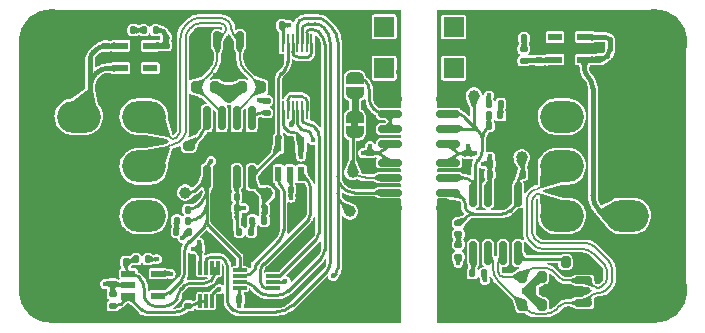
<source format=gtl>
%TF.GenerationSoftware,KiCad,Pcbnew,(7.0.0)*%
%TF.CreationDate,2023-03-31T19:13:01+01:00*%
%TF.ProjectId,CANRepIso,43414e52-6570-4497-936f-2e6b69636164,rev?*%
%TF.SameCoordinates,Original*%
%TF.FileFunction,Copper,L1,Top*%
%TF.FilePolarity,Positive*%
%FSLAX46Y46*%
G04 Gerber Fmt 4.6, Leading zero omitted, Abs format (unit mm)*
G04 Created by KiCad (PCBNEW (7.0.0)) date 2023-03-31 19:13:01*
%MOMM*%
%LPD*%
G01*
G04 APERTURE LIST*
G04 Aperture macros list*
%AMRoundRect*
0 Rectangle with rounded corners*
0 $1 Rounding radius*
0 $2 $3 $4 $5 $6 $7 $8 $9 X,Y pos of 4 corners*
0 Add a 4 corners polygon primitive as box body*
4,1,4,$2,$3,$4,$5,$6,$7,$8,$9,$2,$3,0*
0 Add four circle primitives for the rounded corners*
1,1,$1+$1,$2,$3*
1,1,$1+$1,$4,$5*
1,1,$1+$1,$6,$7*
1,1,$1+$1,$8,$9*
0 Add four rect primitives between the rounded corners*
20,1,$1+$1,$2,$3,$4,$5,0*
20,1,$1+$1,$4,$5,$6,$7,0*
20,1,$1+$1,$6,$7,$8,$9,0*
20,1,$1+$1,$8,$9,$2,$3,0*%
%AMFreePoly0*
4,1,19,0.500000,-0.750000,0.000000,-0.750000,0.000000,-0.744911,-0.071157,-0.744911,-0.207708,-0.704816,-0.327430,-0.627875,-0.420627,-0.520320,-0.479746,-0.390866,-0.500000,-0.250000,-0.500000,0.250000,-0.479746,0.390866,-0.420627,0.520320,-0.327430,0.627875,-0.207708,0.704816,-0.071157,0.744911,0.000000,0.744911,0.000000,0.750000,0.500000,0.750000,0.500000,-0.750000,0.500000,-0.750000,
$1*%
%AMFreePoly1*
4,1,19,0.000000,0.744911,0.071157,0.744911,0.207708,0.704816,0.327430,0.627875,0.420627,0.520320,0.479746,0.390866,0.500000,0.250000,0.500000,-0.250000,0.479746,-0.390866,0.420627,-0.520320,0.327430,-0.627875,0.207708,-0.704816,0.071157,-0.744911,0.000000,-0.744911,0.000000,-0.750000,-0.500000,-0.750000,-0.500000,0.750000,0.000000,0.750000,0.000000,0.744911,0.000000,0.744911,
$1*%
G04 Aperture macros list end*
%TA.AperFunction,ComponentPad*%
%ADD10RoundRect,0.250001X1.599999X-1.099999X1.599999X1.099999X-1.599999X1.099999X-1.599999X-1.099999X0*%
%TD*%
%TA.AperFunction,ComponentPad*%
%ADD11O,3.700000X2.700000*%
%TD*%
%TA.AperFunction,ComponentPad*%
%ADD12RoundRect,0.250001X-1.599999X1.099999X-1.599999X-1.099999X1.599999X-1.099999X1.599999X1.099999X0*%
%TD*%
%TA.AperFunction,SMDPad,CuDef*%
%ADD13R,1.200000X0.600000*%
%TD*%
%TA.AperFunction,SMDPad,CuDef*%
%ADD14RoundRect,0.140000X0.170000X-0.140000X0.170000X0.140000X-0.170000X0.140000X-0.170000X-0.140000X0*%
%TD*%
%TA.AperFunction,SMDPad,CuDef*%
%ADD15C,1.000000*%
%TD*%
%TA.AperFunction,SMDPad,CuDef*%
%ADD16RoundRect,0.135000X-0.135000X-0.185000X0.135000X-0.185000X0.135000X0.185000X-0.135000X0.185000X0*%
%TD*%
%TA.AperFunction,SMDPad,CuDef*%
%ADD17RoundRect,0.135000X0.185000X-0.135000X0.185000X0.135000X-0.185000X0.135000X-0.185000X-0.135000X0*%
%TD*%
%TA.AperFunction,SMDPad,CuDef*%
%ADD18RoundRect,0.200000X-0.275000X0.200000X-0.275000X-0.200000X0.275000X-0.200000X0.275000X0.200000X0*%
%TD*%
%TA.AperFunction,SMDPad,CuDef*%
%ADD19RoundRect,0.040600X0.564400X0.249400X-0.564400X0.249400X-0.564400X-0.249400X0.564400X-0.249400X0*%
%TD*%
%TA.AperFunction,SMDPad,CuDef*%
%ADD20RoundRect,0.140000X0.140000X0.170000X-0.140000X0.170000X-0.140000X-0.170000X0.140000X-0.170000X0*%
%TD*%
%TA.AperFunction,SMDPad,CuDef*%
%ADD21RoundRect,0.150000X-0.150000X0.825000X-0.150000X-0.825000X0.150000X-0.825000X0.150000X0.825000X0*%
%TD*%
%TA.AperFunction,SMDPad,CuDef*%
%ADD22RoundRect,0.147500X-0.147500X-0.172500X0.147500X-0.172500X0.147500X0.172500X-0.147500X0.172500X0*%
%TD*%
%TA.AperFunction,SMDPad,CuDef*%
%ADD23RoundRect,0.140000X-0.170000X0.140000X-0.170000X-0.140000X0.170000X-0.140000X0.170000X0.140000X0*%
%TD*%
%TA.AperFunction,SMDPad,CuDef*%
%ADD24RoundRect,0.150000X0.825000X0.150000X-0.825000X0.150000X-0.825000X-0.150000X0.825000X-0.150000X0*%
%TD*%
%TA.AperFunction,SMDPad,CuDef*%
%ADD25FreePoly0,90.000000*%
%TD*%
%TA.AperFunction,SMDPad,CuDef*%
%ADD26FreePoly1,90.000000*%
%TD*%
%TA.AperFunction,SMDPad,CuDef*%
%ADD27RoundRect,0.200000X-0.200000X-0.275000X0.200000X-0.275000X0.200000X0.275000X-0.200000X0.275000X0*%
%TD*%
%TA.AperFunction,SMDPad,CuDef*%
%ADD28RoundRect,0.147500X0.147500X0.172500X-0.147500X0.172500X-0.147500X-0.172500X0.147500X-0.172500X0*%
%TD*%
%TA.AperFunction,SMDPad,CuDef*%
%ADD29RoundRect,0.135000X0.135000X0.185000X-0.135000X0.185000X-0.135000X-0.185000X0.135000X-0.185000X0*%
%TD*%
%TA.AperFunction,SMDPad,CuDef*%
%ADD30RoundRect,0.140000X-0.140000X-0.170000X0.140000X-0.170000X0.140000X0.170000X-0.140000X0.170000X0*%
%TD*%
%TA.AperFunction,SMDPad,CuDef*%
%ADD31RoundRect,0.200000X0.200000X0.275000X-0.200000X0.275000X-0.200000X-0.275000X0.200000X-0.275000X0*%
%TD*%
%TA.AperFunction,ComponentPad*%
%ADD32C,5.600000*%
%TD*%
%TA.AperFunction,ComponentPad*%
%ADD33R,1.700000X1.700000*%
%TD*%
%TA.AperFunction,SMDPad,CuDef*%
%ADD34RoundRect,0.150000X-0.150000X0.587500X-0.150000X-0.587500X0.150000X-0.587500X0.150000X0.587500X0*%
%TD*%
%TA.AperFunction,SMDPad,CuDef*%
%ADD35FreePoly0,270.000000*%
%TD*%
%TA.AperFunction,SMDPad,CuDef*%
%ADD36FreePoly1,270.000000*%
%TD*%
%TA.AperFunction,SMDPad,CuDef*%
%ADD37RoundRect,0.135000X-0.185000X0.135000X-0.185000X-0.135000X0.185000X-0.135000X0.185000X0.135000X0*%
%TD*%
%TA.AperFunction,SMDPad,CuDef*%
%ADD38RoundRect,0.150000X0.587500X0.150000X-0.587500X0.150000X-0.587500X-0.150000X0.587500X-0.150000X0*%
%TD*%
%TA.AperFunction,SMDPad,CuDef*%
%ADD39RoundRect,0.147500X-0.172500X0.147500X-0.172500X-0.147500X0.172500X-0.147500X0.172500X0.147500X0*%
%TD*%
%TA.AperFunction,SMDPad,CuDef*%
%ADD40RoundRect,0.150000X0.150000X-0.825000X0.150000X0.825000X-0.150000X0.825000X-0.150000X-0.825000X0*%
%TD*%
%TA.AperFunction,SMDPad,CuDef*%
%ADD41RoundRect,0.150000X-0.825000X-0.150000X0.825000X-0.150000X0.825000X0.150000X-0.825000X0.150000X0*%
%TD*%
%TA.AperFunction,SMDPad,CuDef*%
%ADD42RoundRect,0.040600X-0.249400X0.564400X-0.249400X-0.564400X0.249400X-0.564400X0.249400X0.564400X0*%
%TD*%
%TA.AperFunction,SMDPad,CuDef*%
%ADD43RoundRect,0.008100X0.126900X-0.551900X0.126900X0.551900X-0.126900X0.551900X-0.126900X-0.551900X0*%
%TD*%
%TA.AperFunction,SMDPad,CuDef*%
%ADD44RoundRect,0.008100X0.551900X0.126900X-0.551900X0.126900X-0.551900X-0.126900X0.551900X-0.126900X0*%
%TD*%
%TA.AperFunction,SMDPad,CuDef*%
%ADD45R,0.240000X1.570000*%
%TD*%
%TA.AperFunction,ViaPad*%
%ADD46C,0.450000*%
%TD*%
%TA.AperFunction,ViaPad*%
%ADD47C,0.600000*%
%TD*%
%TA.AperFunction,Conductor*%
%ADD48C,0.600000*%
%TD*%
%TA.AperFunction,Conductor*%
%ADD49C,0.250000*%
%TD*%
%TA.AperFunction,Conductor*%
%ADD50C,0.240000*%
%TD*%
%TA.AperFunction,Conductor*%
%ADD51C,0.400000*%
%TD*%
%TA.AperFunction,Conductor*%
%ADD52C,0.200000*%
%TD*%
%TA.AperFunction,Conductor*%
%ADD53C,0.500000*%
%TD*%
G04 APERTURE END LIST*
%TO.C,JP2*%
G36*
X140970000Y-93240000D02*
G01*
X140370000Y-93240000D01*
X140370000Y-92740000D01*
X140970000Y-92740000D01*
X140970000Y-93240000D01*
G37*
%TD*%
D10*
%TO.P,RBUS1,1,Pin_1*%
%TO.N,GND*%
X117300000Y-100700000D03*
D11*
%TO.P,RBUS1,2,Pin_2*%
X117299999Y-96499999D03*
%TO.P,RBUS1,3,Pin_3*%
%TO.N,/RBUS_uC_V1*%
X117299999Y-92299999D03*
%TO.P,RBUS1,4,Pin_4*%
%TO.N,/Deploy1*%
X122799999Y-100699999D03*
%TO.P,RBUS1,5,Pin_5*%
%TO.N,/CAN_IN_+*%
X122799999Y-96499999D03*
%TO.P,RBUS1,6,Pin_6*%
%TO.N,/CAN_IN_-*%
X122799999Y-92299999D03*
%TD*%
D12*
%TO.P,RBUS2,1,Pin_1*%
%TO.N,GND1*%
X163700000Y-92300000D03*
D11*
%TO.P,RBUS2,2,Pin_2*%
X163699999Y-96499999D03*
%TO.P,RBUS2,3,Pin_3*%
%TO.N,/RBUS_uC_V2*%
X163699999Y-100699999D03*
%TO.P,RBUS2,4,Pin_4*%
%TO.N,/Deploy2*%
X158199999Y-92299999D03*
%TO.P,RBUS2,5,Pin_5*%
%TO.N,/CAN_OUT_+*%
X158199999Y-96499999D03*
%TO.P,RBUS2,6,Pin_6*%
%TO.N,/CAN_OUT_-*%
X158199999Y-100699999D03*
%TD*%
D13*
%TO.P,U11,1,VIN*%
%TO.N,/RBUS_uC_V2*%
X160118999Y-87467999D03*
%TO.P,U11,2,GND*%
%TO.N,GND1*%
X160118999Y-86517999D03*
%TO.P,U11,3,EN*%
%TO.N,/RBUS_uC_V2*%
X160118999Y-85567999D03*
%TO.P,U11,4,ADJ/NC*%
%TO.N,unconnected-(U11-ADJ{slash}NC-Pad4)*%
X157618999Y-85567999D03*
%TO.P,U11,5,VOUT*%
%TO.N,+3.3VA*%
X157618999Y-87467999D03*
%TD*%
D14*
%TO.P,C15,1*%
%TO.N,+3V3*%
X120186800Y-106453200D03*
%TO.P,C15,2*%
%TO.N,GND*%
X120186800Y-105493200D03*
%TD*%
D15*
%TO.P,TP6,1,1*%
%TO.N,/RX2_PRE_ISO*%
X150760000Y-90520000D03*
%TD*%
D16*
%TO.P,R4,1*%
%TO.N,+3V3*%
X130890000Y-102040000D03*
%TO.P,R4,2*%
%TO.N,Net-(D3-A)*%
X131910000Y-102040000D03*
%TD*%
D17*
%TO.P,R7,1*%
%TO.N,+3.3VA*%
X149440000Y-104150000D03*
%TO.P,R7,2*%
%TO.N,Net-(D6-A)*%
X149440000Y-103130000D03*
%TD*%
D18*
%TO.P,R3,1*%
%TO.N,Net-(U6-Rs)*%
X126600000Y-94780000D03*
%TO.P,R3,2*%
%TO.N,GND*%
X126600000Y-96430000D03*
%TD*%
D19*
%TO.P,U3,1,1A*%
%TO.N,/TX1*%
X124016799Y-107493201D03*
%TO.P,U3,2,GND*%
%TO.N,GND*%
X124016799Y-106543201D03*
%TO.P,U3,3,2A*%
%TO.N,/RX2*%
X124016799Y-105593201D03*
%TO.P,U3,4,2Y*%
%TO.N,Net-(U3-2Y)*%
X121506799Y-105593201D03*
%TO.P,U3,5,VCC*%
%TO.N,+3V3*%
X121506799Y-106543201D03*
%TO.P,U3,6,1Y*%
%TO.N,Net-(U3-1Y)*%
X121506799Y-107493201D03*
%TD*%
D20*
%TO.P,C4,1*%
%TO.N,+3V3*%
X130670000Y-99085000D03*
%TO.P,C4,2*%
%TO.N,GND*%
X129710000Y-99085000D03*
%TD*%
D21*
%TO.P,U8,1,D*%
%TO.N,/TX2_PRE_ISO*%
X154510000Y-98900000D03*
%TO.P,U8,2,GND*%
%TO.N,GND1*%
X153240000Y-98900000D03*
%TO.P,U8,3,VCC*%
%TO.N,+3.3VA*%
X151970000Y-98900000D03*
%TO.P,U8,4,R*%
%TO.N,/RX2_PRE_ISO*%
X150700000Y-98900000D03*
%TO.P,U8,5,Vref*%
%TO.N,Net-(U8-Vref)*%
X150700000Y-103850000D03*
%TO.P,U8,6,CANL*%
%TO.N,/CAN_OUT_-*%
X151970000Y-103850000D03*
%TO.P,U8,7,CANH*%
%TO.N,/CAN_OUT_+*%
X153240000Y-103850000D03*
%TO.P,U8,8,Rs*%
%TO.N,Net-(U8-Rs)*%
X154510000Y-103850000D03*
%TD*%
D22*
%TO.P,D5,1,K*%
%TO.N,/RX2_PRE_ISO*%
X152030000Y-92170000D03*
%TO.P,D5,2,A*%
%TO.N,Net-(D5-A)*%
X153000000Y-92170000D03*
%TD*%
D23*
%TO.P,C23,1*%
%TO.N,+3V3*%
X124680001Y-86290000D03*
%TO.P,C23,2*%
%TO.N,GND*%
X124680001Y-87250000D03*
%TD*%
D24*
%TO.P,U9,1,VDD1*%
%TO.N,+3.3VA*%
X148585000Y-94605000D03*
%TO.P,U9,2,VIA*%
%TO.N,/RX2_PRE_ISO*%
X148585000Y-93335000D03*
%TO.P,U9,3,VIB*%
X148585000Y-92065000D03*
%TO.P,U9,4,GND1*%
%TO.N,GND1*%
X148585000Y-90795000D03*
%TO.P,U9,5,GND2*%
%TO.N,GND*%
X143635000Y-90795000D03*
%TO.P,U9,6,VOB*%
%TO.N,Net-(JP1-B)*%
X143635000Y-92065000D03*
%TO.P,U9,7,VOA*%
X143635000Y-93335000D03*
%TO.P,U9,8,VDD2*%
%TO.N,+3V3*%
X143635000Y-94605000D03*
%TD*%
D25*
%TO.P,JP1,1,A*%
%TO.N,/TX2*%
X140670000Y-90320000D03*
D26*
%TO.P,JP1,2,B*%
%TO.N,Net-(JP1-B)*%
X140670000Y-89020000D03*
%TD*%
D14*
%TO.P,C3,1*%
%TO.N,/Vref*%
X129985000Y-90100000D03*
%TO.P,C3,2*%
%TO.N,GND*%
X129985000Y-89140000D03*
%TD*%
D27*
%TO.P,R8,1*%
%TO.N,Net-(U8-Rs)*%
X158515000Y-104630000D03*
%TO.P,R8,2*%
%TO.N,GND1*%
X160165000Y-104630000D03*
%TD*%
D16*
%TO.P,R6,1*%
%TO.N,+3.3VA*%
X152005000Y-91230000D03*
%TO.P,R6,2*%
%TO.N,Net-(D5-A)*%
X153025000Y-91230000D03*
%TD*%
D22*
%TO.P,D7,1,K*%
%TO.N,GND*%
X120945000Y-84970000D03*
%TO.P,D7,2,A*%
%TO.N,Net-(D7-A)*%
X121915000Y-84970000D03*
%TD*%
D28*
%TO.P,D4,1,K*%
%TO.N,/TX1*%
X126567500Y-101100000D03*
%TO.P,D4,2,A*%
%TO.N,Net-(D4-A)*%
X125597500Y-101100000D03*
%TD*%
D29*
%TO.P,R13,1*%
%TO.N,+3V3*%
X123805000Y-84970000D03*
%TO.P,R13,2*%
%TO.N,Net-(D7-A)*%
X122785000Y-84970000D03*
%TD*%
D30*
%TO.P,C19,1*%
%TO.N,+3V3*%
X130880000Y-107780000D03*
%TO.P,C19,2*%
%TO.N,GND*%
X131840000Y-107780000D03*
%TD*%
D15*
%TO.P,TP4,1,1*%
%TO.N,/RX2*%
X140270000Y-100330000D03*
%TD*%
D30*
%TO.P,C16,1*%
%TO.N,+3V3*%
X135230000Y-98470000D03*
%TO.P,C16,2*%
%TO.N,GND*%
X136190000Y-98470000D03*
%TD*%
D31*
%TO.P,R10,1*%
%TO.N,/Vref2*%
X156490000Y-108235000D03*
%TO.P,R10,2*%
%TO.N,/CAN_OUT_-*%
X154840000Y-108235000D03*
%TD*%
D32*
%TO.P,H3,1,1*%
%TO.N,GND1*%
X166000000Y-86000000D03*
%TD*%
D33*
%TO.P,TP7,1,1*%
%TO.N,+3V3*%
X143159999Y-84699999D03*
%TD*%
D29*
%TO.P,R5,1*%
%TO.N,+3V3*%
X126592500Y-102040000D03*
%TO.P,R5,2*%
%TO.N,Net-(D4-A)*%
X125572500Y-102040000D03*
%TD*%
D20*
%TO.P,C17,1*%
%TO.N,+3V3*%
X134480000Y-84540000D03*
%TO.P,C17,2*%
%TO.N,GND*%
X133520000Y-84540000D03*
%TD*%
D17*
%TO.P,R15,1*%
%TO.N,Net-(U6-Vref)*%
X133210000Y-91975000D03*
%TO.P,R15,2*%
%TO.N,/Vref*%
X133210000Y-90955000D03*
%TD*%
%TO.P,R14,1*%
%TO.N,+3.3VA*%
X154966000Y-87566000D03*
%TO.P,R14,2*%
%TO.N,Net-(D8-A)*%
X154966000Y-86546000D03*
%TD*%
D32*
%TO.P,H1,1,1*%
%TO.N,GND*%
X115000000Y-86000000D03*
%TD*%
D20*
%TO.P,C21,1*%
%TO.N,Net-(U3-2Y)*%
X121281799Y-104593202D03*
%TO.P,C21,2*%
%TO.N,GND*%
X120321799Y-104593202D03*
%TD*%
D28*
%TO.P,D8,1,K*%
%TO.N,GND1*%
X155965000Y-85654000D03*
%TO.P,D8,2,A*%
%TO.N,Net-(D8-A)*%
X154995000Y-85654000D03*
%TD*%
D33*
%TO.P,TP9,1,1*%
%TO.N,+3.3VA*%
X149039999Y-84709999D03*
%TD*%
D34*
%TO.P,D1,1,A1*%
%TO.N,/CAN_IN_-*%
X130935000Y-85845000D03*
%TO.P,D1,2,A2*%
%TO.N,/CAN_IN_+*%
X129035000Y-85845000D03*
%TO.P,D1,3,common*%
%TO.N,GND*%
X129985000Y-87720000D03*
%TD*%
D15*
%TO.P,TP5,1,1*%
%TO.N,/TX2_PRE_ISO*%
X154800000Y-95750000D03*
%TD*%
D32*
%TO.P,H2,1,1*%
%TO.N,GND*%
X115000000Y-107000000D03*
%TD*%
D28*
%TO.P,D3,1,K*%
%TO.N,/RX1*%
X132977500Y-101100000D03*
%TO.P,D3,2,A*%
%TO.N,Net-(D3-A)*%
X132007500Y-101100000D03*
%TD*%
D20*
%TO.P,C5,1*%
%TO.N,+3V3*%
X130670000Y-100035001D03*
%TO.P,C5,2*%
%TO.N,GND*%
X129710000Y-100035001D03*
%TD*%
D23*
%TO.P,C13,1*%
%TO.N,/RBUS_uC_V1*%
X119560001Y-86330000D03*
%TO.P,C13,2*%
%TO.N,GND*%
X119560001Y-87290000D03*
%TD*%
D27*
%TO.P,R9,1*%
%TO.N,/CAN_OUT_+*%
X154860000Y-105835000D03*
%TO.P,R9,2*%
%TO.N,/Vref2*%
X156510000Y-105835000D03*
%TD*%
D14*
%TO.P,C18,1*%
%TO.N,Net-(U3-1Y)*%
X126590000Y-108305000D03*
%TO.P,C18,2*%
%TO.N,GND*%
X126590000Y-107345000D03*
%TD*%
D15*
%TO.P,TP1,1,1*%
%TO.N,/RX1*%
X133250000Y-98800000D03*
%TD*%
D13*
%TO.P,U10,1,VIN*%
%TO.N,/RBUS_uC_V1*%
X120869999Y-86289999D03*
%TO.P,U10,2,GND*%
%TO.N,GND*%
X120869999Y-87239999D03*
%TO.P,U10,3,EN*%
%TO.N,/RBUS_uC_V1*%
X120869999Y-88189999D03*
%TO.P,U10,4,ADJ/NC*%
%TO.N,unconnected-(U10-ADJ{slash}NC-Pad4)*%
X123369999Y-88189999D03*
%TO.P,U10,5,VOUT*%
%TO.N,+3V3*%
X123369999Y-86289999D03*
%TD*%
D30*
%TO.P,C20,1*%
%TO.N,+3V3*%
X127510000Y-103490000D03*
%TO.P,C20,2*%
%TO.N,GND*%
X128470000Y-103490000D03*
%TD*%
D35*
%TO.P,JP2,1,A*%
%TO.N,/TX2*%
X140670000Y-92340000D03*
D36*
%TO.P,JP2,2,B*%
%TO.N,Net-(JP2-B)*%
X140670000Y-93640000D03*
%TD*%
D32*
%TO.P,H4,1,1*%
%TO.N,GND1*%
X166000000Y-107000000D03*
%TD*%
D37*
%TO.P,R11,1*%
%TO.N,+3V3*%
X120181799Y-107303202D03*
%TO.P,R11,2*%
%TO.N,Net-(U3-1Y)*%
X120181799Y-108323202D03*
%TD*%
D27*
%TO.P,R1,1*%
%TO.N,/Vref*%
X131105000Y-89795000D03*
%TO.P,R1,2*%
%TO.N,/CAN_IN_-*%
X132755000Y-89795000D03*
%TD*%
D33*
%TO.P,TP11,1,1*%
%TO.N,/Deploy1*%
X143157999Y-88193999D03*
%TD*%
D15*
%TO.P,TP3,1,1*%
%TO.N,Net-(JP2-B)*%
X140480000Y-96980000D03*
%TD*%
D27*
%TO.P,R2,1*%
%TO.N,/CAN_IN_+*%
X127225000Y-89805000D03*
%TO.P,R2,2*%
%TO.N,/Vref*%
X128875000Y-89805000D03*
%TD*%
D15*
%TO.P,TP2,1,1*%
%TO.N,/TX1*%
X126320000Y-98730000D03*
%TD*%
D38*
%TO.P,D2,1,A1*%
%TO.N,/CAN_OUT_-*%
X160027500Y-108070000D03*
%TO.P,D2,2,A2*%
%TO.N,/CAN_OUT_+*%
X160027500Y-106170000D03*
%TO.P,D2,3,common*%
%TO.N,GND1*%
X158152500Y-107120000D03*
%TD*%
D14*
%TO.P,C22,1*%
%TO.N,+3.3VA*%
X156309000Y-87528000D03*
%TO.P,C22,2*%
%TO.N,GND1*%
X156309000Y-86568000D03*
%TD*%
D39*
%TO.P,D6,1,K*%
%TO.N,/TX2_PRE_ISO*%
X149440000Y-101305000D03*
%TO.P,D6,2,A*%
%TO.N,Net-(D6-A)*%
X149440000Y-102275000D03*
%TD*%
D29*
%TO.P,R16,1*%
%TO.N,/Vref2*%
X151640001Y-105550000D03*
%TO.P,R16,2*%
%TO.N,Net-(U8-Vref)*%
X150620001Y-105550000D03*
%TD*%
D23*
%TO.P,C7,1*%
%TO.N,+3V3*%
X141940000Y-95360000D03*
%TO.P,C7,2*%
%TO.N,GND*%
X141940000Y-96320000D03*
%TD*%
D30*
%TO.P,C12,1*%
%TO.N,/Vref2*%
X155765000Y-107035000D03*
%TO.P,C12,2*%
%TO.N,GND1*%
X156725000Y-107035000D03*
%TD*%
D40*
%TO.P,U6,1,D*%
%TO.N,/TX1*%
X128130000Y-97395000D03*
%TO.P,U6,2,GND*%
%TO.N,GND*%
X129400000Y-97395000D03*
%TO.P,U6,3,VCC*%
%TO.N,+3V3*%
X130670000Y-97395000D03*
%TO.P,U6,4,R*%
%TO.N,/RX1*%
X131940000Y-97395000D03*
%TO.P,U6,5,Vref*%
%TO.N,Net-(U6-Vref)*%
X131940000Y-92445000D03*
%TO.P,U6,6,CANL*%
%TO.N,/CAN_IN_-*%
X130670000Y-92445000D03*
%TO.P,U6,7,CANH*%
%TO.N,/CAN_IN_+*%
X129400000Y-92445000D03*
%TO.P,U6,8,Rs*%
%TO.N,Net-(U6-Rs)*%
X128130000Y-92445000D03*
%TD*%
D41*
%TO.P,U7,1,VDD1*%
%TO.N,+3V3*%
X143630000Y-96190000D03*
%TO.P,U7,2,VOA*%
%TO.N,Net-(JP2-B)*%
X143630000Y-97460000D03*
%TO.P,U7,3,VIB*%
%TO.N,/RX2*%
X143630000Y-98730000D03*
%TO.P,U7,4,GND1*%
%TO.N,GND*%
X143630000Y-100000000D03*
%TO.P,U7,5,GND2*%
%TO.N,GND1*%
X148580000Y-100000000D03*
%TO.P,U7,6,VOB*%
%TO.N,/TX2_PRE_ISO*%
X148580000Y-98730000D03*
%TO.P,U7,7,VIA*%
%TO.N,/RX2_PRE_ISO*%
X148580000Y-97460000D03*
%TO.P,U7,8,VDD2*%
%TO.N,+3.3VA*%
X148580000Y-96190000D03*
%TD*%
D30*
%TO.P,C10,1*%
%TO.N,+3.3VA*%
X152110000Y-97220000D03*
%TO.P,C10,2*%
%TO.N,GND1*%
X153070000Y-97220000D03*
%TD*%
D33*
%TO.P,TP12,1,1*%
%TO.N,/Deploy2*%
X149040999Y-88191999D03*
%TD*%
D42*
%TO.P,U4,1,1A*%
%TO.N,/TX2*%
X136110000Y-94645000D03*
%TO.P,U4,2,GND*%
%TO.N,GND*%
X135160000Y-94645000D03*
%TO.P,U4,3,2A*%
%TO.N,/RX1*%
X134210000Y-94645000D03*
%TO.P,U4,4,2Y*%
%TO.N,Net-(U2-2B)*%
X134210000Y-97155000D03*
%TO.P,U4,5,VCC*%
%TO.N,+3V3*%
X135160000Y-97155000D03*
%TO.P,U4,6,1Y*%
%TO.N,Net-(U2-1A)*%
X136110000Y-97155000D03*
%TD*%
D43*
%TO.P,U5,1,1A*%
%TO.N,Net-(U3-1Y)*%
X127550000Y-107930000D03*
%TO.P,U5,2,1B*%
X128050000Y-107930000D03*
%TO.P,U5,3,2Y*%
%TO.N,Net-(U1-2A)*%
X128550000Y-107930000D03*
%TO.P,U5,4,GND*%
%TO.N,GND*%
X129050000Y-107930000D03*
%TO.P,U5,5,2A*%
%TO.N,Net-(U3-2Y)*%
X129050000Y-105120000D03*
%TO.P,U5,6,2B*%
X128550000Y-105120000D03*
%TO.P,U5,7,1Y*%
%TO.N,Net-(U1-3B)*%
X128050000Y-105120000D03*
%TO.P,U5,8,VCC*%
%TO.N,+3V3*%
X127550000Y-105120000D03*
%TD*%
D44*
%TO.P,U2,1,1A*%
%TO.N,Net-(U2-1A)*%
X133730000Y-106820000D03*
%TO.P,U2,2,1B*%
%TO.N,/RX2*%
X133730000Y-106320000D03*
%TO.P,U2,3,2Y*%
%TO.N,Net-(U1-2B)*%
X133730000Y-105820000D03*
%TO.P,U2,4,GND*%
%TO.N,GND*%
X133730000Y-105320000D03*
%TO.P,U2,5,2A*%
%TO.N,/TX1*%
X130920000Y-105320000D03*
%TO.P,U2,6,2B*%
%TO.N,Net-(U2-2B)*%
X130920000Y-105820000D03*
%TO.P,U2,7,1Y*%
%TO.N,Net-(U1-3A)*%
X130920000Y-106320000D03*
%TO.P,U2,8,VCC*%
%TO.N,+3V3*%
X130920000Y-106820000D03*
%TD*%
D45*
%TO.P,U1,1,1A*%
%TO.N,/TX2*%
X134599999Y-91779999D03*
%TO.P,U1,2,1B*%
%TO.N,Net-(U1-1B)*%
X134999999Y-91779999D03*
%TO.P,U1,3,1Y*%
%TO.N,/TX1*%
X135399999Y-91779999D03*
%TO.P,U1,4,2A*%
%TO.N,Net-(U1-2A)*%
X135799999Y-91779999D03*
%TO.P,U1,5,2B*%
%TO.N,Net-(U1-2B)*%
X136199999Y-91779999D03*
%TO.P,U1,6,2Y*%
%TO.N,Net-(U1-1B)*%
X136599999Y-91779999D03*
%TO.P,U1,7,GND*%
%TO.N,GND*%
X136999999Y-91779999D03*
%TO.P,U1,8,3Y*%
%TO.N,Net-(U1-3Y)*%
X136999999Y-86039999D03*
%TO.P,U1,9,3A*%
%TO.N,Net-(U1-3A)*%
X136599999Y-86039999D03*
%TO.P,U1,10,3B*%
%TO.N,Net-(U1-3B)*%
X136199999Y-86039999D03*
%TO.P,U1,11,4Y*%
%TO.N,/RX2*%
X135799999Y-86039999D03*
%TO.P,U1,12,4A*%
%TO.N,Net-(U1-3Y)*%
X135399999Y-86039999D03*
%TO.P,U1,13,4B*%
%TO.N,/RX1*%
X134999999Y-86039999D03*
%TO.P,U1,14,VCC*%
%TO.N,+3V3*%
X134599999Y-86039999D03*
%TD*%
D30*
%TO.P,C6,1*%
%TO.N,/RX2_PRE_ISO*%
X152030000Y-93080000D03*
%TO.P,C6,2*%
%TO.N,GND1*%
X152990000Y-93080000D03*
%TD*%
D33*
%TO.P,TP8,1,1*%
%TO.N,GND*%
X143243999Y-108254999D03*
%TD*%
D20*
%TO.P,C9,1*%
%TO.N,/TX2_PRE_ISO*%
X154890000Y-97210000D03*
%TO.P,C9,2*%
%TO.N,GND1*%
X153930000Y-97210000D03*
%TD*%
D30*
%TO.P,C1,1*%
%TO.N,/RX1*%
X133050000Y-100160000D03*
%TO.P,C1,2*%
%TO.N,GND*%
X134010000Y-100160000D03*
%TD*%
D14*
%TO.P,C14,1*%
%TO.N,/RBUS_uC_V2*%
X161427000Y-87430000D03*
%TO.P,C14,2*%
%TO.N,GND1*%
X161427000Y-86470000D03*
%TD*%
D20*
%TO.P,C2,1*%
%TO.N,/TX1*%
X126560000Y-100170000D03*
%TO.P,C2,2*%
%TO.N,GND*%
X125600000Y-100170000D03*
%TD*%
D23*
%TO.P,C8,1*%
%TO.N,+3.3VA*%
X150270000Y-95420000D03*
%TO.P,C8,2*%
%TO.N,GND1*%
X150270000Y-96380000D03*
%TD*%
D29*
%TO.P,R12,1*%
%TO.N,+3V3*%
X123151799Y-104373202D03*
%TO.P,R12,2*%
%TO.N,Net-(U3-2Y)*%
X122131799Y-104373202D03*
%TD*%
D30*
%TO.P,C11,1*%
%TO.N,+3.3VA*%
X152110000Y-96290000D03*
%TO.P,C11,2*%
%TO.N,GND1*%
X153070000Y-96290000D03*
%TD*%
D33*
%TO.P,TP10,1,1*%
%TO.N,GND1*%
X148978999Y-108227999D03*
%TD*%
D46*
%TO.N,GND*%
X137500000Y-86100000D03*
D47*
X127264000Y-90780000D03*
D46*
X129900000Y-96400000D03*
X132386000Y-108228000D03*
X134740000Y-95510000D03*
D47*
X131070000Y-88880000D03*
D46*
X137220000Y-90820000D03*
X134993981Y-83482435D03*
X144337873Y-85983857D03*
X112486459Y-95977431D03*
X140002674Y-109521398D03*
X136210000Y-99100000D03*
X126900000Y-104300000D03*
X137502674Y-109521398D03*
X129993981Y-83482435D03*
D47*
X129980000Y-86640000D03*
D46*
X112486459Y-98477431D03*
X117502674Y-109521398D03*
D47*
X133017000Y-97257000D03*
D46*
X122502674Y-109521398D03*
X112486459Y-93477431D03*
D47*
X127410000Y-86290000D03*
D46*
X124884000Y-106345000D03*
X127510000Y-106925000D03*
X142493981Y-83482435D03*
X144337873Y-100983857D03*
X132900000Y-84600000D03*
X135440000Y-95560000D03*
X141972000Y-96853000D03*
X132493981Y-83482435D03*
X129050000Y-103490000D03*
X125002674Y-109521398D03*
D47*
X128930000Y-88900000D03*
D46*
X139993981Y-83482435D03*
X112486459Y-88477431D03*
X144337873Y-88483857D03*
X127502674Y-109521398D03*
X127493981Y-83482435D03*
X129065000Y-99090001D03*
X144337873Y-105983858D03*
X135002674Y-109521398D03*
X128460000Y-102920000D03*
X119600000Y-105000000D03*
X124993981Y-83482435D03*
X144337873Y-83483857D03*
D47*
X137433000Y-103616000D03*
D46*
X144337873Y-108483858D03*
X129400000Y-108700000D03*
X142502674Y-109521398D03*
X144337873Y-103483858D03*
X112486459Y-100977431D03*
X112486459Y-90977431D03*
X130002674Y-109521398D03*
X132502674Y-109521398D03*
X124700000Y-87900000D03*
X122493981Y-83482435D03*
X119053000Y-87551000D03*
X129040000Y-100050000D03*
X133850000Y-104860000D03*
X123295000Y-106218000D03*
X117493981Y-83482435D03*
X120002674Y-109521398D03*
X137493981Y-83482435D03*
X120300000Y-104000000D03*
X144319454Y-90243736D03*
D47*
X131584000Y-99062000D03*
D46*
X119993981Y-83482435D03*
X112486459Y-103477432D03*
D47*
%TO.N,/Vref*%
X129980000Y-90845000D03*
D46*
X132570000Y-90905000D03*
%TO.N,+3V3*%
X135110000Y-84550000D03*
D47*
X124690000Y-85540000D03*
D46*
X126960000Y-103510000D03*
X141370000Y-95360000D03*
X141940000Y-94770000D03*
X135230000Y-99150000D03*
X119506800Y-106453201D03*
X123900000Y-104370000D03*
X126082500Y-102580000D03*
X127510000Y-102950000D03*
X130675000Y-100610001D03*
X131305000Y-100040001D03*
X130870000Y-108370000D03*
%TO.N,+3.3VA*%
X155691000Y-87527000D03*
X150270000Y-94800000D03*
X150890000Y-95410000D03*
X152015000Y-90500000D03*
X151540000Y-96290000D03*
X149440000Y-104670000D03*
X152110000Y-95670000D03*
%TO.N,GND1*%
X168514555Y-94495486D03*
X151400000Y-97700000D03*
X147824457Y-107052920D03*
X147824457Y-104552920D03*
X148400000Y-90200000D03*
X151003009Y-83481945D03*
X168514555Y-99495486D03*
X168514555Y-104495486D03*
X148503009Y-83481945D03*
X153100000Y-93800000D03*
X156003009Y-83481945D03*
X163503009Y-83481945D03*
X153503009Y-83481945D03*
X153000000Y-95600000D03*
X158503009Y-83481945D03*
X153499543Y-109516584D03*
X147824457Y-102052920D03*
X147824457Y-84552920D03*
X163499543Y-109516584D03*
D47*
X157359000Y-106058000D03*
D46*
X161003009Y-83481945D03*
X155999543Y-109516584D03*
D47*
X154337000Y-101649000D03*
D46*
X160999543Y-109516584D03*
X168514555Y-101995486D03*
D47*
X157354000Y-108163000D03*
D46*
X152700000Y-99900000D03*
X148499543Y-109516584D03*
X168514555Y-96995486D03*
X150231000Y-96923000D03*
X150999543Y-109516584D03*
X153600000Y-96700000D03*
X147824457Y-89552920D03*
X156600000Y-85200000D03*
X168514555Y-91995486D03*
D47*
X160962000Y-105177000D03*
D46*
X147827478Y-100646442D03*
X168514555Y-89495486D03*
X147824457Y-87052920D03*
D47*
X160320000Y-107009000D03*
D46*
X158499543Y-109516584D03*
X159300000Y-86600000D03*
%TO.N,/TX1*%
X128520000Y-96070000D03*
X135250000Y-92990000D03*
%TO.N,/RX2*%
X138850000Y-105790000D03*
X134800000Y-106210000D03*
X125070000Y-105600000D03*
D47*
%TO.N,/TX2*%
X140680000Y-91350000D03*
D46*
X136110000Y-95680000D03*
%TO.N,/Vref2*%
X151670000Y-106140000D03*
D47*
X155090000Y-107040000D03*
D46*
%TO.N,Net-(U1-2A)*%
X129210000Y-106900000D03*
X137090000Y-94280000D03*
%TD*%
D48*
%TO.N,/Vref*%
X129980000Y-90755000D02*
X130040000Y-90695000D01*
D49*
X131095000Y-89805000D02*
X131105000Y-89795000D01*
X133210000Y-90955000D02*
X132620000Y-90955000D01*
D48*
X129980000Y-90845000D02*
X129915000Y-90845000D01*
X129915000Y-90845000D02*
X128875000Y-89805000D01*
X128870000Y-89885000D02*
X131090000Y-89885000D01*
X130055000Y-90845000D02*
X131105000Y-89795000D01*
X129980000Y-90845000D02*
X130055000Y-90845000D01*
X130040000Y-90695000D02*
X129980000Y-90635000D01*
X129980000Y-90635000D02*
X129980000Y-90105000D01*
D49*
X132620000Y-90955000D02*
X132570000Y-90905000D01*
X129980000Y-90105000D02*
X129985000Y-90100000D01*
D48*
X129980000Y-90845000D02*
X129980000Y-90755000D01*
D49*
%TO.N,+3V3*%
X120276801Y-106543201D02*
X120186800Y-106453201D01*
D50*
X135230000Y-99150000D02*
X135230000Y-97225000D01*
X135110000Y-84550000D02*
X134490000Y-84550000D01*
D49*
X126960000Y-103510000D02*
X127490000Y-103509999D01*
X121506799Y-106543201D02*
X120276801Y-106543201D01*
D51*
X124680001Y-85549999D02*
X124690000Y-85540000D01*
D50*
X134500000Y-84560000D02*
X134500000Y-84560000D01*
D51*
X124680001Y-86290000D02*
X124680001Y-85549999D01*
D49*
X127510000Y-102950000D02*
X127510000Y-103490000D01*
X126103713Y-102528787D02*
X126592500Y-102040000D01*
D50*
X123900000Y-104370000D02*
X123155001Y-104370000D01*
X130870000Y-107790000D02*
X130880000Y-107780000D01*
X130880000Y-106860000D02*
X130920000Y-106820000D01*
X142466000Y-95360000D02*
X142800000Y-95360000D01*
D49*
X130520000Y-97545000D02*
X130670000Y-97395000D01*
X130675000Y-101825000D02*
X130890000Y-102040000D01*
X119506800Y-106453201D02*
X120196799Y-106453201D01*
D50*
X134480000Y-84540000D02*
X134600000Y-84660000D01*
X135230000Y-97225000D02*
X135160000Y-97155000D01*
D49*
X130675000Y-100610001D02*
X130675000Y-101825000D01*
D50*
X141940000Y-95360000D02*
X142340000Y-95360000D01*
X142340000Y-95360000D02*
X142466000Y-95360000D01*
D51*
X124710000Y-86290000D02*
X123370000Y-86290000D01*
X124541508Y-85181507D02*
X124450000Y-85090000D01*
D50*
X143125269Y-95685269D02*
X143630000Y-96190000D01*
D49*
X120196799Y-106453201D02*
X120196801Y-106453200D01*
X120186800Y-106453201D02*
X120186800Y-107298200D01*
D50*
X141940000Y-94770000D02*
X141940000Y-95360000D01*
X123155001Y-104370000D02*
X123151799Y-104373202D01*
D49*
X120186800Y-107298200D02*
X120181799Y-107303202D01*
X127550000Y-104765000D02*
X127550000Y-103530000D01*
X130675000Y-100040001D02*
X130670000Y-100035001D01*
X131305000Y-100040001D02*
X130675000Y-100040001D01*
D51*
X124680001Y-86290000D02*
X124710000Y-86290000D01*
D50*
X141370000Y-95360000D02*
X141940000Y-95360000D01*
D49*
X127490000Y-103509999D02*
X127510000Y-103490000D01*
X127550000Y-103530000D02*
X127510000Y-103490000D01*
D50*
X134500000Y-84560000D02*
X134500000Y-84560000D01*
X130870000Y-108370000D02*
X130870000Y-107790000D01*
X134490000Y-84550000D02*
X134480000Y-84540000D01*
D49*
X130675000Y-100610001D02*
X130675000Y-97510001D01*
D50*
X130880000Y-107780000D02*
X130880000Y-106860000D01*
X134600000Y-84660000D02*
X134600000Y-86040000D01*
D51*
X124160295Y-84970000D02*
X123805000Y-84970000D01*
D50*
X143635000Y-94605000D02*
X143172742Y-95067258D01*
D51*
X124450002Y-85089998D02*
G75*
G03*
X124160295Y-84970000I-289702J-289702D01*
G01*
D50*
X142466000Y-95359995D02*
G75*
G03*
X143172742Y-95067258I0J999495D01*
G01*
X143125261Y-95685277D02*
G75*
G03*
X142340000Y-95360000I-785261J-785223D01*
G01*
D49*
X126103718Y-102528792D02*
G75*
G03*
X126082500Y-102580000I51182J-51208D01*
G01*
D51*
X124689996Y-85540000D02*
G75*
G03*
X124541508Y-85181507I-506996J0D01*
G01*
D49*
%TO.N,+3.3VA*%
X152110000Y-95670000D02*
X152110000Y-96220000D01*
X152110000Y-96280000D02*
X152110000Y-96290000D01*
D51*
X157560000Y-87527000D02*
X157619000Y-87468000D01*
D49*
X152140000Y-96250000D02*
X152110000Y-96280000D01*
D51*
X155005000Y-87527000D02*
X154966000Y-87566000D01*
D50*
X149718000Y-95412690D02*
X149539000Y-95416805D01*
X150270000Y-95420000D02*
X150270000Y-95400000D01*
D49*
X152110000Y-98760000D02*
X151970000Y-98900000D01*
X152015000Y-90500000D02*
X152015000Y-91220000D01*
X152110000Y-97220000D02*
X152110000Y-98760000D01*
X151540000Y-96290000D02*
X152110000Y-96290000D01*
D50*
X149296258Y-95316258D02*
X148585000Y-94605000D01*
X150270000Y-95400000D02*
X149718000Y-95412690D01*
D49*
X149440000Y-104670000D02*
X149440000Y-104150000D01*
D51*
X155691000Y-87527000D02*
X155005000Y-87527000D01*
D50*
X149095000Y-95675000D02*
X148580000Y-96190000D01*
D51*
X155691000Y-87527000D02*
X157560000Y-87527000D01*
D49*
X152110000Y-97220000D02*
X152110000Y-96290000D01*
D50*
X150270000Y-94800000D02*
X150270000Y-95420000D01*
X149095000Y-95675000D02*
X149102263Y-95667737D01*
X150280000Y-95410000D02*
X150270000Y-95420000D01*
X150890000Y-95410000D02*
X150280000Y-95410000D01*
D49*
X152110000Y-96220000D02*
X152140000Y-96250000D01*
D50*
X149296255Y-95316261D02*
G75*
G03*
X149539000Y-95416805I242745J242761D01*
G01*
X149718000Y-95412698D02*
G75*
G03*
X149102263Y-95667737I0J-870802D01*
G01*
D49*
%TO.N,/RX2_PRE_ISO*%
X150700000Y-97910000D02*
X150700000Y-98900000D01*
X151115000Y-93495000D02*
X151212512Y-93592512D01*
X151068500Y-96001500D02*
X151190592Y-95879408D01*
X148585000Y-92065000D02*
X149321548Y-92065000D01*
X151460000Y-95229000D02*
X151460000Y-94859000D01*
X151938711Y-93171288D02*
X152030000Y-93080000D01*
X152030000Y-93080000D02*
X152030000Y-92170000D01*
X150588500Y-97798500D02*
X150700000Y-97910000D01*
X151460000Y-94859000D02*
X151460000Y-94600000D01*
X150026000Y-93335000D02*
X148585000Y-93335000D01*
X150700000Y-98900000D02*
X150832000Y-98768000D01*
X150832000Y-98768000D02*
X150832000Y-96572461D01*
X148580000Y-97460000D02*
X149771289Y-97460000D01*
X151460000Y-94554177D02*
X151460000Y-94859000D01*
X149942000Y-92322000D02*
X150955000Y-93335000D01*
X150760000Y-92637955D02*
X150760000Y-90520000D01*
X151460000Y-94600000D02*
X151460000Y-94327000D01*
X150728726Y-93335000D02*
X150026000Y-93335000D01*
X151460000Y-94327000D02*
X151460000Y-94190000D01*
X151068511Y-96001511D02*
G75*
G03*
X150832000Y-96572461I570989J-570989D01*
G01*
X151459992Y-94190000D02*
G75*
G03*
X151212512Y-93592512I-844992J0D01*
G01*
X151114992Y-93495008D02*
G75*
G03*
X150728726Y-93335000I-386292J-386292D01*
G01*
X149941986Y-92322014D02*
G75*
G03*
X149321548Y-92065000I-620486J-620486D01*
G01*
X151190589Y-95879405D02*
G75*
G03*
X151460000Y-95229000I-650389J650405D01*
G01*
X150760019Y-92637955D02*
G75*
G03*
X151115000Y-93495000I1211981J-45D01*
G01*
X151938716Y-93171293D02*
G75*
G03*
X151460000Y-94327000I1155684J-1155707D01*
G01*
X150588503Y-97798497D02*
G75*
G03*
X149771289Y-97460000I-817203J-817203D01*
G01*
D50*
%TO.N,/RX1*%
X134210000Y-94645000D02*
X134210000Y-95080000D01*
X131940000Y-97395000D02*
X131940000Y-97960000D01*
D49*
X132977500Y-101100000D02*
X132977500Y-100232500D01*
D50*
X131940000Y-97350000D02*
X131940000Y-97395000D01*
D49*
X132977500Y-100232500D02*
X133050000Y-100160000D01*
D50*
X132920000Y-100290000D02*
X132920000Y-99130000D01*
X134210000Y-94645000D02*
X134210000Y-89143549D01*
X131940000Y-97960000D02*
X132780000Y-98800000D01*
X134210000Y-95080000D02*
X131940000Y-97350000D01*
X135000000Y-87675000D02*
X135000000Y-86040000D01*
X132920000Y-99130000D02*
X133250000Y-98800000D01*
X134410500Y-88659500D02*
X134720692Y-88349308D01*
X132780000Y-98800000D02*
X133250000Y-98800000D01*
X134410485Y-88659485D02*
G75*
G03*
X134210000Y-89143549I484015J-484015D01*
G01*
X134720689Y-88349305D02*
G75*
G03*
X135000000Y-87675000I-674289J674305D01*
G01*
%TO.N,/TX1*%
X135400000Y-91780000D02*
X135400000Y-92840000D01*
X130920000Y-104730000D02*
X130920000Y-105320000D01*
X128130000Y-96460000D02*
X128130000Y-97395000D01*
X126004634Y-106095366D02*
X124901000Y-107199000D01*
X128520000Y-96070000D02*
X128130000Y-96460000D01*
X128650500Y-101910500D02*
X130920000Y-104180000D01*
X128130000Y-97395000D02*
X128130000Y-98526000D01*
X128130000Y-101150000D02*
X128130000Y-100890000D01*
X128130000Y-99834000D02*
X128130000Y-99060000D01*
X128020398Y-97659601D02*
X127395000Y-98285000D01*
X126760496Y-98730000D02*
X126320000Y-98730000D01*
X127892412Y-100407588D02*
X127660000Y-100640000D01*
X130920000Y-104180000D02*
X130920000Y-104730000D01*
X135400000Y-92840000D02*
X135250000Y-92990000D01*
X128130000Y-98526000D02*
X128130000Y-98880000D01*
X126734017Y-101100000D02*
X126567500Y-101100000D01*
X126250000Y-103803865D02*
X126250000Y-105503000D01*
X128299706Y-101559705D02*
X128650500Y-101910500D01*
X127960294Y-101559705D02*
X127477500Y-102042500D01*
X127477500Y-102042500D02*
X126627500Y-102892500D01*
X128130000Y-99060000D02*
X128130000Y-98880000D01*
X127660000Y-100640000D02*
X128130000Y-100170000D01*
X127395000Y-98285000D02*
X127084000Y-98596000D01*
X127752405Y-99437595D02*
X127345269Y-99844731D01*
X124190736Y-107493201D02*
X124016799Y-107493201D01*
X127529500Y-100770500D02*
X127660000Y-100640000D01*
X128130000Y-100890000D02*
X128130000Y-100170000D01*
X128130000Y-100170000D02*
X128130000Y-99834000D01*
X128020398Y-97659601D02*
G75*
G03*
X128130000Y-97395000I-264598J264601D01*
G01*
X128129998Y-101150000D02*
G75*
G03*
X128299706Y-101559705I579402J0D01*
G01*
X126627510Y-102892510D02*
G75*
G03*
X126250000Y-103803865I911390J-911390D01*
G01*
X126560000Y-100170011D02*
G75*
G03*
X127345269Y-99844731I0J1110511D01*
G01*
X126760496Y-98729998D02*
G75*
G03*
X127084000Y-98596000I4J457498D01*
G01*
X126734017Y-101100006D02*
G75*
G03*
X127529499Y-100770499I-17J1125006D01*
G01*
X127960292Y-101559703D02*
G75*
G03*
X128130000Y-101150000I-409692J409703D01*
G01*
X124190736Y-107493215D02*
G75*
G03*
X124900999Y-107198999I-36J1004515D01*
G01*
X126004627Y-106095359D02*
G75*
G03*
X126250000Y-105503000I-592327J592359D01*
G01*
X127752407Y-99437597D02*
G75*
G03*
X128130000Y-98526000I-911607J911597D01*
G01*
X127892417Y-100407593D02*
G75*
G03*
X128130000Y-99834000I-573617J573593D01*
G01*
D49*
%TO.N,/TX2_PRE_ISO*%
X150725000Y-100530000D02*
X150920000Y-100530000D01*
X150920000Y-100530000D02*
X150799414Y-100530000D01*
X150920000Y-100530000D02*
X153159477Y-100530000D01*
X154630500Y-97469500D02*
X154890000Y-97210000D01*
X150100500Y-100819500D02*
X149615000Y-101305000D01*
X154510000Y-98900000D02*
X154510000Y-97760412D01*
X149300000Y-98730000D02*
X149874842Y-99304842D01*
X154510000Y-99550000D02*
X154510000Y-98900000D01*
X150000000Y-99607000D02*
X150000000Y-99920797D01*
X150722340Y-100530000D02*
X150725000Y-100530000D01*
X148580000Y-98730000D02*
X149300000Y-98730000D01*
X153792000Y-100268000D02*
X154510000Y-99550000D01*
X154890000Y-95840000D02*
X154800000Y-95750000D01*
X154890000Y-97210000D02*
X154890000Y-95840000D01*
X149615000Y-101305000D02*
X149440000Y-101305000D01*
X150000002Y-99920797D02*
G75*
G03*
X150155001Y-100294999I529198J-3D01*
G01*
X150154988Y-100295012D02*
G75*
G03*
X150722340Y-100530000I567312J567312D01*
G01*
X150799414Y-100530007D02*
G75*
G03*
X150100501Y-100819501I-14J-988393D01*
G01*
X153159477Y-100529990D02*
G75*
G03*
X153792000Y-100268000I23J894490D01*
G01*
X150000004Y-99607000D02*
G75*
G03*
X149874842Y-99304842I-427304J0D01*
G01*
X154630496Y-97469496D02*
G75*
G03*
X154510000Y-97760412I290904J-290904D01*
G01*
D50*
%TO.N,/RX2*%
X125063201Y-105593201D02*
X124016799Y-105593201D01*
X140270000Y-100330000D02*
X139857500Y-99917500D01*
X125063201Y-105593201D02*
X124296799Y-105593201D01*
X136486378Y-83950000D02*
X137469774Y-83950000D01*
X140608514Y-98730000D02*
X143630000Y-98730000D01*
X139580118Y-99640119D02*
X139857500Y-99917500D01*
X139043424Y-105596575D02*
X138850000Y-105790000D01*
X139240000Y-85998118D02*
X139240000Y-97333000D01*
X133730000Y-106320000D02*
X134690000Y-106320000D01*
X139240000Y-99300000D02*
X139240000Y-99060000D01*
X139240000Y-97333000D02*
X139240000Y-97920000D01*
X125070000Y-105600000D02*
X125063201Y-105593201D01*
X135800000Y-86040000D02*
X135800000Y-84629307D01*
X138850000Y-105790000D02*
X138870000Y-105790000D01*
X138272500Y-84282500D02*
X138711000Y-84721000D01*
X139240000Y-105122000D02*
X139240000Y-99060000D01*
X134690000Y-106320000D02*
X134800000Y-106210000D01*
X139240000Y-98819000D02*
X139240000Y-99060000D01*
X139240000Y-97920000D02*
X139240000Y-98819000D01*
X139239989Y-97333000D02*
G75*
G03*
X139655073Y-98335070I1417111J0D01*
G01*
X139239989Y-98819000D02*
G75*
G03*
X139580118Y-99640119I1161211J0D01*
G01*
X136486378Y-83949991D02*
G75*
G03*
X135997500Y-84152500I22J-691409D01*
G01*
X139239992Y-85998118D02*
G75*
G03*
X138711000Y-84721000I-1806092J18D01*
G01*
X139655059Y-98335084D02*
G75*
G03*
X140608514Y-98730000I953441J953484D01*
G01*
X135997498Y-84152498D02*
G75*
G03*
X135800000Y-84629307I476802J-476802D01*
G01*
X139043414Y-105596565D02*
G75*
G03*
X139240000Y-105122000I-474514J474565D01*
G01*
X138272508Y-84282492D02*
G75*
G03*
X137469774Y-83950000I-802708J-802708D01*
G01*
%TO.N,/TX2*%
X134992000Y-93532000D02*
X134752029Y-93292029D01*
X136110000Y-94645000D02*
X136150000Y-94850000D01*
X136150000Y-94850000D02*
X136110000Y-94150000D01*
X136110000Y-94150000D02*
X135660711Y-93700711D01*
X135490000Y-93630000D02*
X135228592Y-93630000D01*
D48*
X140670000Y-90320000D02*
X140670000Y-92340000D01*
D50*
X134600000Y-92925000D02*
X134600000Y-91780000D01*
X136110000Y-95680000D02*
X136110000Y-94645000D01*
X135660707Y-93700715D02*
G75*
G03*
X135490000Y-93630000I-170707J-170685D01*
G01*
X134992002Y-93531998D02*
G75*
G03*
X135228592Y-93630000I236598J236598D01*
G01*
X134600013Y-92925000D02*
G75*
G03*
X134752029Y-93292029I519087J0D01*
G01*
%TO.N,Net-(U3-1Y)*%
X126590000Y-108305000D02*
X126644670Y-108305000D01*
X121506799Y-107546799D02*
X121506799Y-107493201D01*
X120836500Y-108163500D02*
X121506799Y-107493201D01*
X122646960Y-108686960D02*
X121506799Y-107546799D01*
X120181799Y-108323202D02*
X120450946Y-108323202D01*
X121506799Y-107493201D02*
X121506799Y-107666799D01*
X128050000Y-107930000D02*
X127550000Y-107930000D01*
X126475326Y-108419673D02*
X126590000Y-108305000D01*
X125364000Y-108880000D02*
X123113000Y-108880000D01*
X120450946Y-108323220D02*
G75*
G03*
X120836499Y-108163499I-46J545320D01*
G01*
X122646956Y-108686964D02*
G75*
G03*
X123113000Y-108880000I466044J466064D01*
G01*
X126644670Y-108304987D02*
G75*
G03*
X127550000Y-107930000I30J1280287D01*
G01*
X125364000Y-108880014D02*
G75*
G03*
X126475325Y-108419672I0J1571614D01*
G01*
D49*
%TO.N,Net-(U3-2Y)*%
X121991799Y-104513201D02*
X121361799Y-104513201D01*
D50*
X123095165Y-108005165D02*
X123190000Y-108100000D01*
X128810000Y-105453000D02*
X128810000Y-105120000D01*
X128488500Y-106181500D02*
X128522207Y-106147793D01*
X125945467Y-106854534D02*
X126168000Y-106632000D01*
D49*
X122131799Y-104373201D02*
X121991799Y-104513201D01*
D50*
X126703955Y-106410000D02*
X127936853Y-106410000D01*
X128810000Y-105120000D02*
X129050000Y-105120000D01*
X122830000Y-106869000D02*
X122830000Y-107365000D01*
X123817695Y-108360000D02*
X124578000Y-108360000D01*
D49*
X121361799Y-104513201D02*
X121281799Y-104593201D01*
D50*
X121506799Y-105593201D02*
X121757409Y-105593201D01*
X125230115Y-108089885D02*
X125577771Y-107742229D01*
X122296500Y-105816500D02*
X122463011Y-105983011D01*
X128550000Y-105120000D02*
X128810000Y-105120000D01*
D49*
X121281799Y-104593201D02*
X121281799Y-105050003D01*
D50*
X127936853Y-106409980D02*
G75*
G03*
X128488500Y-106181500I47J780080D01*
G01*
X125945473Y-106854540D02*
G75*
G03*
X125710000Y-107423000I568427J-568460D01*
G01*
X122296498Y-105816502D02*
G75*
G03*
X121757409Y-105593201I-539098J-539098D01*
G01*
X122829992Y-107365000D02*
G75*
G03*
X123095166Y-108005164I905308J0D01*
G01*
X126703955Y-106409982D02*
G75*
G03*
X126168000Y-106632000I45J-758018D01*
G01*
X122829993Y-106869000D02*
G75*
G03*
X122463011Y-105983011I-1252993J0D01*
G01*
X123190001Y-108099999D02*
G75*
G03*
X123817695Y-108360000I627699J627699D01*
G01*
X128522210Y-106147796D02*
G75*
G03*
X128810000Y-105453000I-694810J694796D01*
G01*
D49*
X121281798Y-105050003D02*
G75*
G03*
X121506799Y-105593201I768202J3D01*
G01*
D50*
X125577780Y-107742238D02*
G75*
G03*
X125710000Y-107423000I-319280J319238D01*
G01*
X124578000Y-108360008D02*
G75*
G03*
X125230115Y-108089885I0J922208D01*
G01*
D52*
%TO.N,/CAN_IN_-*%
X130006589Y-84253390D02*
X130016600Y-84263400D01*
X122800000Y-92300000D02*
X123300000Y-92300000D01*
X131419368Y-88459368D02*
X132755000Y-89795000D01*
X125503532Y-94078268D02*
X125775900Y-93805900D01*
X127519009Y-83940000D02*
X129250000Y-83940000D01*
X126356276Y-84560525D02*
X126368400Y-84548400D01*
X123300000Y-92300000D02*
X125107825Y-94107825D01*
X130535000Y-85445000D02*
X130935000Y-85845000D01*
X126368400Y-84548400D02*
X126593400Y-84323400D01*
X130670000Y-91880000D02*
X130670000Y-92445000D01*
X130935000Y-85845000D02*
X130935000Y-87290000D01*
X130210001Y-84730311D02*
X130210001Y-84860000D01*
X132755000Y-89795000D02*
X130670000Y-91880000D01*
X130393849Y-85303850D02*
X130535000Y-85445000D01*
X125905000Y-93494226D02*
X125905000Y-85650000D01*
X130209996Y-84730311D02*
G75*
G03*
X130016600Y-84263400I-660296J11D01*
G01*
X125775893Y-93805893D02*
G75*
G03*
X125905000Y-93494226I-311693J311693D01*
G01*
X130006594Y-84253385D02*
G75*
G03*
X129250000Y-83940000I-756594J-756615D01*
G01*
X130934990Y-87290000D02*
G75*
G03*
X131419368Y-88459368I1653710J0D01*
G01*
X130210001Y-84860000D02*
G75*
G03*
X130393849Y-85303850I627699J0D01*
G01*
X125270000Y-94174989D02*
G75*
G03*
X125503532Y-94078268I0J330289D01*
G01*
X127519009Y-83940004D02*
G75*
G03*
X126593400Y-84323400I-9J-1308996D01*
G01*
X126356286Y-84560535D02*
G75*
G03*
X125905000Y-85650000I1089414J-1089465D01*
G01*
X125107835Y-94107815D02*
G75*
G03*
X125270000Y-94175000I162165J162115D01*
G01*
%TO.N,/CAN_IN_+*%
X122800000Y-96500000D02*
X123300000Y-96500000D01*
X127596797Y-84390000D02*
X129306548Y-84390000D01*
X126646186Y-84907014D02*
X126856600Y-84696600D01*
X129400000Y-91980000D02*
X129400000Y-92445000D01*
X127225000Y-89805000D02*
X129400000Y-91980000D01*
X129632719Y-85247281D02*
X129035000Y-85845000D01*
X129035000Y-85845000D02*
X129035000Y-87300000D01*
X125959100Y-94259100D02*
X126169100Y-94049100D01*
X128543561Y-88486439D02*
X127225000Y-89805000D01*
X129759999Y-84801023D02*
X129759999Y-84940000D01*
X125772240Y-94445961D02*
X125959100Y-94259100D01*
X123300000Y-96500000D02*
X125058327Y-94741673D01*
X126355000Y-93600298D02*
X126355000Y-85610000D01*
X126646180Y-84907008D02*
G75*
G03*
X126355000Y-85610000I703020J-702992D01*
G01*
X129648386Y-84531614D02*
G75*
G03*
X129306548Y-84390000I-341886J-341886D01*
G01*
X128543565Y-88486443D02*
G75*
G03*
X129035000Y-87300000I-1186465J1186443D01*
G01*
X126169101Y-94049101D02*
G75*
G03*
X126355000Y-93600298I-448801J448801D01*
G01*
X129632727Y-85247289D02*
G75*
G03*
X129759999Y-84940000I-307327J307289D01*
G01*
X125340000Y-94624987D02*
G75*
G03*
X125058327Y-94741673I0J-398313D01*
G01*
X125340000Y-94624994D02*
G75*
G03*
X125772240Y-94445961I0J611294D01*
G01*
X127596797Y-84390000D02*
G75*
G03*
X126856601Y-84696601I3J-1046800D01*
G01*
X129759989Y-84801023D02*
G75*
G03*
X129648400Y-84531600I-380989J23D01*
G01*
%TO.N,/CAN_OUT_-*%
X154840000Y-108235000D02*
X155294000Y-108689000D01*
X162006100Y-104377900D02*
X160904600Y-103276400D01*
X156416924Y-98916924D02*
X158200000Y-100700000D01*
X161940100Y-106978100D02*
X162299600Y-106618600D01*
X151970000Y-103850000D02*
X152094327Y-103974327D01*
X156049100Y-102760900D02*
X155860600Y-102572400D01*
X160215000Y-107945000D02*
X160748500Y-107411500D01*
X162161409Y-104533210D02*
X162006100Y-104377900D01*
X160297667Y-103025000D02*
X156686693Y-103025000D01*
X155685000Y-102148465D02*
X155685000Y-99394010D01*
X157709000Y-108631000D02*
X157989000Y-108351000D01*
X152780000Y-106175000D02*
X154840000Y-108235000D01*
X158667394Y-108070000D02*
X160027500Y-108070000D01*
X161198750Y-107225000D02*
X161344031Y-107225000D01*
X152379999Y-104664000D02*
X152379999Y-105209313D01*
X162455000Y-106243432D02*
X162455000Y-105242000D01*
X155813876Y-99082876D02*
X155984602Y-98912150D01*
X156020678Y-108990000D02*
X156842298Y-108990000D01*
X160904610Y-103276390D02*
G75*
G03*
X160297667Y-103025000I-606910J-606910D01*
G01*
X152380012Y-104664000D02*
G75*
G03*
X152094327Y-103974327I-975312J0D01*
G01*
X156195000Y-98825016D02*
G75*
G03*
X155984602Y-98912150I0J-297584D01*
G01*
X156842298Y-108989998D02*
G75*
G03*
X157708999Y-108630999I2J1225698D01*
G01*
X161198750Y-107224951D02*
G75*
G03*
X160748500Y-107411500I50J-636749D01*
G01*
X161344031Y-107225012D02*
G75*
G03*
X161940100Y-106978100I-31J843012D01*
G01*
X156416914Y-98916934D02*
G75*
G03*
X156195000Y-98825000I-221914J-221866D01*
G01*
X162299591Y-106618591D02*
G75*
G03*
X162455000Y-106243432I-375191J375191D01*
G01*
X156049102Y-102760898D02*
G75*
G03*
X156686693Y-103025000I637598J637598D01*
G01*
X155813873Y-99082873D02*
G75*
G03*
X155685000Y-99394010I311127J-311127D01*
G01*
X155685015Y-102148465D02*
G75*
G03*
X155860600Y-102572400I599485J-35D01*
G01*
X155294006Y-108688994D02*
G75*
G03*
X156020678Y-108990000I726694J726694D01*
G01*
X158667394Y-108069998D02*
G75*
G03*
X157989000Y-108351000I6J-959402D01*
G01*
X162454993Y-105242000D02*
G75*
G03*
X162161408Y-104533211I-1002393J0D01*
G01*
X152379994Y-105209313D02*
G75*
G03*
X152780000Y-106175000I1365706J13D01*
G01*
%TO.N,/CAN_OUT_+*%
X157856000Y-105786000D02*
X157377000Y-105307000D01*
X155430244Y-105264756D02*
X154860000Y-105835000D01*
X161623400Y-106658400D02*
X161870791Y-106411009D01*
X160027500Y-106170000D02*
X158599000Y-106170000D01*
X152830001Y-105452559D02*
X152830001Y-104634000D01*
X161816900Y-104825100D02*
X160940420Y-103948620D01*
X160215000Y-106045000D02*
X160767516Y-106597516D01*
X155499675Y-98760675D02*
X155684675Y-98575675D01*
X153004199Y-105762801D02*
X152926199Y-105684801D01*
X161196000Y-106775000D02*
X161341903Y-106775000D01*
X154860000Y-105835000D02*
X153178502Y-105835000D01*
X162005000Y-106087000D02*
X162005000Y-105279213D01*
X156877258Y-105100000D02*
X155828000Y-105100000D01*
X156420460Y-98279540D02*
X158200000Y-96500000D01*
X155235000Y-102356000D02*
X155235000Y-99399656D01*
X155859372Y-103207572D02*
X155658400Y-103006600D01*
X157986148Y-105916149D02*
X157856000Y-105786000D01*
X153094460Y-103995541D02*
X153240000Y-103850000D01*
X155658400Y-103006600D02*
X155395655Y-102743854D01*
X156169147Y-98375000D02*
X156190000Y-98375000D01*
X159797000Y-103475000D02*
X156505000Y-103475000D01*
X155828000Y-105099997D02*
G75*
G03*
X155430244Y-105264756I0J-562503D01*
G01*
X152830019Y-105452559D02*
G75*
G03*
X152926200Y-105684800I328381J-41D01*
G01*
X161341903Y-106775001D02*
G75*
G03*
X161623400Y-106658400I-3J398101D01*
G01*
X155859384Y-103207560D02*
G75*
G03*
X156505000Y-103475000I645616J645560D01*
G01*
X156190000Y-98375005D02*
G75*
G03*
X156420460Y-98279540I0J325905D01*
G01*
X157377012Y-105306988D02*
G75*
G03*
X156877258Y-105100000I-499712J-499712D01*
G01*
X156169147Y-98375049D02*
G75*
G03*
X155684675Y-98575675I-47J-685151D01*
G01*
X153004198Y-105762802D02*
G75*
G03*
X153178502Y-105835000I174302J174302D01*
G01*
X161870787Y-106411005D02*
G75*
G03*
X162005000Y-106087000I-323987J324005D01*
G01*
X160767509Y-106597523D02*
G75*
G03*
X161196000Y-106775000I428491J428523D01*
G01*
X162004994Y-105279213D02*
G75*
G03*
X161816900Y-104825100I-642194J13D01*
G01*
X155499688Y-98760688D02*
G75*
G03*
X155235000Y-99399656I639012J-639012D01*
G01*
X157986149Y-105916148D02*
G75*
G03*
X158599000Y-106170000I612851J612848D01*
G01*
X160940412Y-103948628D02*
G75*
G03*
X159797000Y-103475000I-1143412J-1143372D01*
G01*
X153094463Y-103995544D02*
G75*
G03*
X152830001Y-104634000I638437J-638456D01*
G01*
X155234998Y-102356000D02*
G75*
G03*
X155395655Y-102743854I548502J0D01*
G01*
D49*
%TO.N,Net-(D3-A)*%
X132007500Y-101942500D02*
X131910000Y-102040000D01*
X132007500Y-101100000D02*
X132007500Y-101942500D01*
%TO.N,Net-(D4-A)*%
X125597500Y-101100000D02*
X125597500Y-101979645D01*
X125572487Y-102039987D02*
G75*
G03*
X125597500Y-101979645I-60387J60387D01*
G01*
D53*
%TO.N,/Vref2*%
X156285000Y-108235000D02*
X155090000Y-107040000D01*
X155765000Y-107510000D02*
X156490000Y-108235000D01*
X155095000Y-107035000D02*
X155090000Y-107040000D01*
X156510000Y-105835000D02*
X156295000Y-105835000D01*
X156295000Y-105835000D02*
X155090000Y-107040000D01*
X155765000Y-107035000D02*
X155765000Y-107510000D01*
X156490000Y-108235000D02*
X156285000Y-108235000D01*
X155765000Y-106580000D02*
X156510000Y-105835000D01*
D49*
X151640001Y-105550000D02*
X151640001Y-106110001D01*
D53*
X155765000Y-107035000D02*
X155765000Y-106580000D01*
D49*
X151640001Y-106110001D02*
X151670000Y-106140000D01*
D53*
X155765000Y-107035000D02*
X155095000Y-107035000D01*
D49*
%TO.N,Net-(D5-A)*%
X153000000Y-92170000D02*
X153000000Y-91255000D01*
X153000000Y-91255000D02*
X153025000Y-91230000D01*
%TO.N,Net-(D6-A)*%
X149440000Y-103130000D02*
X149440000Y-102275000D01*
%TO.N,Net-(D7-A)*%
X122785000Y-84970000D02*
X121915000Y-84970000D01*
D51*
%TO.N,Net-(D8-A)*%
X154995000Y-86517000D02*
X154966000Y-86546000D01*
X154995000Y-85654000D02*
X154995000Y-86517000D01*
D50*
%TO.N,Net-(JP1-B)*%
X140670000Y-89020000D02*
X140921092Y-89020000D01*
X143635000Y-92065000D02*
X143253441Y-92065000D01*
X143635000Y-93335000D02*
X143635000Y-92065000D01*
X141890000Y-90031335D02*
X141890000Y-90680000D01*
X141889985Y-90031335D02*
G75*
G03*
X141585000Y-89295000I-1041285J35D01*
G01*
X141889988Y-90680000D02*
G75*
G03*
X142300123Y-91670121I1400212J0D01*
G01*
X142300101Y-91670143D02*
G75*
G03*
X143253441Y-92065000I953299J953343D01*
G01*
X141585003Y-89294997D02*
G75*
G03*
X140921092Y-89020000I-663903J-663903D01*
G01*
D52*
%TO.N,Net-(JP2-B)*%
X141638822Y-97460000D02*
X143630000Y-97460000D01*
D50*
X140480000Y-96980000D02*
X140480000Y-93830000D01*
X140480000Y-93830000D02*
X140670000Y-93640000D01*
D52*
X140479993Y-96980007D02*
G75*
G03*
X141638822Y-97460000I1158807J1158807D01*
G01*
D49*
%TO.N,Net-(U6-Rs)*%
X128130000Y-92445000D02*
X128130000Y-93095000D01*
X128130000Y-92445000D02*
X128130000Y-92578752D01*
X127620000Y-93810000D02*
X126685355Y-94744645D01*
X127619985Y-93809985D02*
G75*
G03*
X128130000Y-92578752I-1231285J1231285D01*
G01*
X126600000Y-94780003D02*
G75*
G03*
X126685355Y-94744645I0J120703D01*
G01*
%TO.N,Net-(U8-Rs)*%
X154510000Y-103850000D02*
X154990000Y-104330000D01*
X158215000Y-104330000D02*
X158515000Y-104630000D01*
X154990000Y-104330000D02*
X158215000Y-104330000D01*
D50*
%TO.N,Net-(U1-1B)*%
X136087463Y-90550000D02*
X135314601Y-90550000D01*
X136600000Y-91780000D02*
X136600000Y-90959300D01*
X135000000Y-90935312D02*
X135000000Y-91780000D01*
X136599999Y-90959300D02*
G75*
G03*
X136501499Y-90721501I-336299J0D01*
G01*
X135314601Y-90550001D02*
G75*
G03*
X135127500Y-90627500I-1J-264599D01*
G01*
X136501511Y-90721489D02*
G75*
G03*
X136087463Y-90550000I-414011J-414011D01*
G01*
X135127496Y-90627496D02*
G75*
G03*
X135000000Y-90935312I307804J-307804D01*
G01*
%TO.N,Net-(U1-2A)*%
X136391000Y-93470000D02*
X136536960Y-93470000D01*
X137090000Y-94146076D02*
X137090000Y-94280000D01*
X135952028Y-93182028D02*
X136133226Y-93363226D01*
X128550000Y-107930000D02*
X128550000Y-107585902D01*
X128688217Y-107252217D02*
X129040434Y-106900000D01*
X135800000Y-91780000D02*
X135800000Y-92815000D01*
X129040434Y-106900000D02*
X129210000Y-106900000D01*
X137090009Y-94146076D02*
G75*
G03*
X136866500Y-93606500I-763109J-24D01*
G01*
X135800013Y-92815000D02*
G75*
G03*
X135952028Y-93182028I519087J0D01*
G01*
X128688216Y-107252216D02*
G75*
G03*
X128550000Y-107585902I333684J-333684D01*
G01*
X136133236Y-93363216D02*
G75*
G03*
X136391000Y-93470000I257764J257716D01*
G01*
X136866512Y-93606488D02*
G75*
G03*
X136536960Y-93470000I-329512J-329512D01*
G01*
%TO.N,Net-(U1-2B)*%
X136200000Y-91780000D02*
X136200000Y-92519366D01*
X137417783Y-102671783D02*
X134269566Y-105820000D01*
X136684374Y-92950000D02*
X136754000Y-92950000D01*
X137650000Y-94005477D02*
X137650000Y-102111162D01*
X137242232Y-93152233D02*
X137335000Y-93245000D01*
X134269566Y-105820000D02*
X133730000Y-105820000D01*
X137650009Y-94005477D02*
G75*
G03*
X137335000Y-93245000I-1075509J-23D01*
G01*
X136200015Y-92519366D02*
G75*
G03*
X136315000Y-92797000I392585J-34D01*
G01*
X137417794Y-102671794D02*
G75*
G03*
X137650000Y-102111162I-560594J560594D01*
G01*
X137242240Y-93152225D02*
G75*
G03*
X136754000Y-92950000I-488240J-488275D01*
G01*
X136315007Y-92796993D02*
G75*
G03*
X136684374Y-92950000I369393J369393D01*
G01*
%TO.N,Net-(U1-3Y)*%
X135400000Y-86040000D02*
X135400000Y-86830295D01*
X135857989Y-87260000D02*
X136668529Y-87260000D01*
X137000000Y-86925700D02*
X137000000Y-86040000D01*
X136668529Y-87260011D02*
G75*
G03*
X136901499Y-87163499I-29J329511D01*
G01*
X135520003Y-87119997D02*
G75*
G03*
X135857989Y-87260000I337997J337997D01*
G01*
X135400003Y-86830295D02*
G75*
G03*
X135520000Y-87120000I409697J-5D01*
G01*
X136901500Y-87163500D02*
G75*
G03*
X137000000Y-86925700I-237800J237800D01*
G01*
%TO.N,Net-(U1-3A)*%
X133315000Y-107420000D02*
X134126000Y-107420000D01*
X135037595Y-107042405D02*
X137814000Y-104266000D01*
X136600000Y-85205865D02*
X136600000Y-86040000D01*
X138110000Y-103551393D02*
X138110000Y-86166288D01*
X137145141Y-84920000D02*
X136860409Y-84920000D01*
X132048000Y-106648000D02*
X132469982Y-107069982D01*
X137752000Y-85302000D02*
X137529000Y-85079000D01*
X130920000Y-106320000D02*
X131256138Y-106320000D01*
X132469989Y-107069975D02*
G75*
G03*
X133315000Y-107420000I845011J844975D01*
G01*
X138110004Y-86166288D02*
G75*
G03*
X137751999Y-85302001I-1222304J-12D01*
G01*
X137814002Y-104266002D02*
G75*
G03*
X138110000Y-103551393I-714602J714602D01*
G01*
X134126000Y-107419997D02*
G75*
G03*
X135037595Y-107042405I0J1289197D01*
G01*
X136860409Y-84920004D02*
G75*
G03*
X136689000Y-84991000I-9J-242396D01*
G01*
X132047989Y-106648011D02*
G75*
G03*
X131256138Y-106320000I-791889J-791889D01*
G01*
X137528988Y-85079012D02*
G75*
G03*
X137145141Y-84920000I-383888J-383888D01*
G01*
X136689010Y-84991010D02*
G75*
G03*
X136600000Y-85205865I214890J-214890D01*
G01*
%TO.N,Net-(U1-3B)*%
X129880000Y-104947085D02*
X129880000Y-107953626D01*
X130826000Y-108842000D02*
X133976644Y-108842000D01*
X136200000Y-84938898D02*
X136200000Y-86040000D01*
X128489303Y-104190000D02*
X129226153Y-104190000D01*
X128050000Y-105120000D02*
X128050000Y-104535965D01*
X137280000Y-84440000D02*
X136793650Y-84440000D01*
X138590000Y-104664222D02*
X138590000Y-86032081D01*
X129540000Y-104320000D02*
X129677000Y-104457000D01*
X130033000Y-108323000D02*
X130358252Y-108648252D01*
X135430000Y-108240000D02*
X138296000Y-105374000D01*
X130358251Y-108648253D02*
G75*
G03*
X130826000Y-108842000I467749J467753D01*
G01*
X129880006Y-104947085D02*
G75*
G03*
X129677000Y-104457000I-693106J-15D01*
G01*
X129540014Y-104319986D02*
G75*
G03*
X129226153Y-104190000I-313814J-313814D01*
G01*
X133976644Y-108842017D02*
G75*
G03*
X135429999Y-108239999I-44J2055417D01*
G01*
X129879990Y-107953626D02*
G75*
G03*
X130033000Y-108323000I522410J26D01*
G01*
X136326501Y-84633501D02*
G75*
G03*
X136200000Y-84938898I305399J-305399D01*
G01*
X128489303Y-104190002D02*
G75*
G03*
X128132000Y-104338000I-3J-505298D01*
G01*
X136793650Y-84440021D02*
G75*
G03*
X136326500Y-84633500I-50J-660579D01*
G01*
X138295994Y-105373994D02*
G75*
G03*
X138590000Y-104664222I-709794J709794D01*
G01*
X138065261Y-84765277D02*
G75*
G03*
X137280000Y-84440000I-785261J-785223D01*
G01*
X138590025Y-86032081D02*
G75*
G03*
X138065268Y-84765270I-1791525J-19D01*
G01*
X128132010Y-104338010D02*
G75*
G03*
X128050000Y-104535965I197990J-197990D01*
G01*
%TO.N,Net-(U2-1A)*%
X132955065Y-104754936D02*
X133198000Y-104512000D01*
X136910000Y-100586454D02*
X136910000Y-98223000D01*
X136720495Y-97765495D02*
X136110000Y-97155000D01*
X133198000Y-104512000D02*
X136759000Y-100951000D01*
X132680000Y-106247865D02*
X132680000Y-105419000D01*
X133730000Y-106820000D02*
X133097986Y-106820000D01*
X136910002Y-98223000D02*
G75*
G03*
X136720495Y-97765495I-647002J0D01*
G01*
X132680015Y-106247865D02*
G75*
G03*
X132879500Y-106729500I681085J-35D01*
G01*
X132879504Y-106729496D02*
G75*
G03*
X133097986Y-106820000I218496J218496D01*
G01*
X132955071Y-104754942D02*
G75*
G03*
X132680000Y-105419000I664029J-664058D01*
G01*
X136759014Y-100951014D02*
G75*
G03*
X136910000Y-100586454I-364514J364514D01*
G01*
%TO.N,Net-(U2-2B)*%
X130920000Y-105820000D02*
X131283421Y-105820000D01*
X132190000Y-104820000D02*
X134319000Y-102691000D01*
X134210000Y-97736454D02*
X134210000Y-97155000D01*
X132190000Y-105180000D02*
X131738500Y-105631500D01*
X132190000Y-104820000D02*
X132190000Y-105180000D01*
X134650000Y-101891896D02*
X134650000Y-98558998D01*
X134530500Y-98270500D02*
X134361000Y-98101000D01*
X131283421Y-105820008D02*
G75*
G03*
X131738500Y-105631500I-21J643608D01*
G01*
X134319001Y-102691001D02*
G75*
G03*
X134650000Y-101891896I-799101J799101D01*
G01*
X134210020Y-97736454D02*
G75*
G03*
X134361001Y-98100999I515480J-46D01*
G01*
X134650000Y-98558998D02*
G75*
G03*
X134530500Y-98270500I-408000J-2D01*
G01*
D49*
%TO.N,Net-(U6-Vref)*%
X131940000Y-92445000D02*
X132105944Y-92279056D01*
X133210000Y-91975000D02*
X132840000Y-91975000D01*
X132840000Y-91974997D02*
G75*
G03*
X132105944Y-92279056I0J-1038103D01*
G01*
%TO.N,Net-(U8-Vref)*%
X150700000Y-103850000D02*
X150700000Y-105470001D01*
X150700000Y-105470001D02*
X150620001Y-105550000D01*
D51*
%TO.N,/RBUS_uC_V1*%
X118610000Y-86760000D02*
X118672303Y-86697697D01*
X118270000Y-89820000D02*
X118270000Y-89120000D01*
X118270000Y-89120000D02*
X118270000Y-87460000D01*
X120830000Y-86330000D02*
X120870000Y-86290000D01*
X118524558Y-86845441D02*
X118610000Y-86760000D01*
X118270000Y-91330000D02*
X118270000Y-89820000D01*
X117300000Y-92300000D02*
X118270000Y-91330000D01*
X119560001Y-86330000D02*
X120830000Y-86330000D01*
X119815220Y-88190000D02*
X120870000Y-88190000D01*
X119560001Y-86330003D02*
G75*
G03*
X118672303Y-86697697I-1J-1255397D01*
G01*
X118764964Y-88625015D02*
G75*
G03*
X118270000Y-89820000I1195036J-1194985D01*
G01*
X118524562Y-86845445D02*
G75*
G03*
X118270000Y-87460000I614538J-614555D01*
G01*
X119815220Y-88190023D02*
G75*
G03*
X118764975Y-88625026I-20J-1485277D01*
G01*
%TO.N,/RBUS_uC_V2*%
X161389000Y-87468000D02*
X161427000Y-87430000D01*
X160119000Y-85568000D02*
X161837543Y-85568000D01*
X161349623Y-100225623D02*
X161824000Y-100700000D01*
X161824000Y-100700000D02*
X163700000Y-100700000D01*
X160119000Y-87468000D02*
X160119000Y-88250326D01*
X162289000Y-85755000D02*
X162289000Y-86585903D01*
X160820000Y-89942688D02*
X160820000Y-98947000D01*
X160119000Y-87468000D02*
X161389000Y-87468000D01*
X162057000Y-87146000D02*
X162017659Y-87185341D01*
X162056999Y-87145999D02*
G75*
G03*
X162289000Y-86585903I-560099J560099D01*
G01*
X160118990Y-88250326D02*
G75*
G03*
X160370500Y-88857500I858710J26D01*
G01*
X160820016Y-98947000D02*
G75*
G03*
X161349623Y-100225623I1808284J0D01*
G01*
X160820004Y-89942688D02*
G75*
G03*
X160370500Y-88857500I-1534704J-12D01*
G01*
X161427000Y-87430005D02*
G75*
G03*
X162017659Y-87185341I0J835305D01*
G01*
X162288988Y-85755012D02*
G75*
G03*
X161837543Y-85568000I-451488J-451488D01*
G01*
%TD*%
%TA.AperFunction,Conductor*%
%TO.N,Net-(D5-A)*%
G36*
X153123673Y-91556980D02*
G01*
X153127982Y-91562250D01*
X153280458Y-91932998D01*
X153280974Y-91940340D01*
X153277003Y-91946538D01*
X153007366Y-92165031D01*
X153000000Y-92167641D01*
X152992634Y-92165031D01*
X152722996Y-91946538D01*
X152719025Y-91940340D01*
X152719541Y-91932998D01*
X152872018Y-91562250D01*
X152876327Y-91556980D01*
X152882839Y-91555000D01*
X153117161Y-91555000D01*
X153123673Y-91556980D01*
G37*
%TD.AperFunction*%
%TD*%
%TA.AperFunction,Conductor*%
%TO.N,Net-(JP1-B)*%
G36*
X143754140Y-92736519D02*
G01*
X143758408Y-92740680D01*
X143930308Y-93027180D01*
X143931889Y-93034620D01*
X143928562Y-93041459D01*
X143643287Y-93327685D01*
X143638034Y-93330726D01*
X143631966Y-93330726D01*
X143626713Y-93327685D01*
X143509915Y-93210498D01*
X143341436Y-93041457D01*
X143338110Y-93034620D01*
X143339690Y-93027182D01*
X143511592Y-92740680D01*
X143515860Y-92736519D01*
X143521625Y-92735000D01*
X143748375Y-92735000D01*
X143754140Y-92736519D01*
G37*
%TD.AperFunction*%
%TD*%
%TA.AperFunction,Conductor*%
%TO.N,+3V3*%
G36*
X141722018Y-95097366D02*
G01*
X141934752Y-95352507D01*
X141937466Y-95360000D01*
X141934752Y-95367493D01*
X141722018Y-95622633D01*
X141715749Y-95626520D01*
X141708400Y-95625884D01*
X141377068Y-95483047D01*
X141371925Y-95478733D01*
X141370000Y-95472303D01*
X141370000Y-95247697D01*
X141371925Y-95241267D01*
X141377068Y-95236953D01*
X141379070Y-95236089D01*
X141708403Y-95094114D01*
X141715749Y-95093479D01*
X141722018Y-95097366D01*
G37*
%TD.AperFunction*%
%TD*%
%TA.AperFunction,Conductor*%
%TO.N,/Vref*%
G36*
X129257997Y-89442987D02*
G01*
X129667072Y-89582300D01*
X129672814Y-89586565D01*
X129675000Y-89593375D01*
X129675000Y-90174524D01*
X129672016Y-90182329D01*
X129664587Y-90186152D01*
X129468367Y-90207875D01*
X129197418Y-90237872D01*
X129191415Y-90236950D01*
X129186683Y-90233143D01*
X129152365Y-90186153D01*
X128880013Y-89813233D01*
X128877804Y-89805328D01*
X128881331Y-89797919D01*
X129246102Y-89445645D01*
X129251676Y-89442645D01*
X129257997Y-89442987D01*
G37*
%TD.AperFunction*%
%TD*%
%TA.AperFunction,Conductor*%
%TO.N,Net-(D5-A)*%
G36*
X153032898Y-91236227D02*
G01*
X153278468Y-91460937D01*
X153282031Y-91467215D01*
X153281231Y-91474388D01*
X153202876Y-91647722D01*
X153128721Y-91811770D01*
X153128111Y-91813119D01*
X153123794Y-91818130D01*
X153117450Y-91820000D01*
X152883618Y-91820000D01*
X152876679Y-91817720D01*
X152872444Y-91811770D01*
X152767477Y-91473751D01*
X152767357Y-91467224D01*
X152770751Y-91461651D01*
X153017102Y-91236226D01*
X153025000Y-91233159D01*
X153032898Y-91236227D01*
G37*
%TD.AperFunction*%
%TD*%
%TA.AperFunction,Conductor*%
%TO.N,Net-(U2-1A)*%
G36*
X136405024Y-97044068D02*
G01*
X136685709Y-97557519D01*
X136687024Y-97564793D01*
X136683716Y-97571404D01*
X136522906Y-97732214D01*
X136516436Y-97735501D01*
X136368501Y-97758580D01*
X136360964Y-97757218D01*
X136355884Y-97751485D01*
X136278967Y-97565208D01*
X136113765Y-97165125D01*
X136112983Y-97159115D01*
X136115314Y-97153518D01*
X136120131Y-97149840D01*
X136390313Y-97038856D01*
X136398664Y-97038651D01*
X136405024Y-97044068D01*
G37*
%TD.AperFunction*%
%TD*%
%TA.AperFunction,Conductor*%
%TO.N,/Vref2*%
G36*
X155696954Y-106321035D02*
G01*
X156033991Y-106658072D01*
X156037410Y-106665899D01*
X156044738Y-106858129D01*
X156043352Y-106864114D01*
X156039125Y-106868572D01*
X155772692Y-107030598D01*
X155764836Y-107032165D01*
X155757813Y-107028311D01*
X155531728Y-106770252D01*
X155529050Y-106764809D01*
X155529457Y-106758756D01*
X155561212Y-106665899D01*
X155677610Y-106325521D01*
X155682409Y-106319431D01*
X155689963Y-106317679D01*
X155696954Y-106321035D01*
G37*
%TD.AperFunction*%
%TD*%
%TA.AperFunction,Conductor*%
%TO.N,/CAN_IN_-*%
G36*
X132178439Y-89072592D02*
G01*
X132836421Y-89316565D01*
X132842538Y-89321778D01*
X132843848Y-89329708D01*
X132756885Y-89789476D01*
X132754460Y-89794691D01*
X132749843Y-89798121D01*
X132365618Y-89956313D01*
X132356765Y-89956335D01*
X132350430Y-89950150D01*
X132033150Y-89218704D01*
X132032391Y-89211864D01*
X132035610Y-89205780D01*
X132166102Y-89075288D01*
X132171875Y-89072133D01*
X132178439Y-89072592D01*
G37*
%TD.AperFunction*%
%TD*%
%TA.AperFunction,Conductor*%
%TO.N,/TX2_PRE_ISO*%
G36*
X149550171Y-98779180D02*
G01*
X149558245Y-98783014D01*
X149822141Y-99074581D01*
X149825162Y-99082723D01*
X149821739Y-99090705D01*
X149657280Y-99255164D01*
X149652377Y-99258095D01*
X149646671Y-99258355D01*
X148537202Y-99032276D01*
X148529863Y-99027392D01*
X148528017Y-99018773D01*
X148577491Y-98739464D01*
X148581726Y-98732352D01*
X148589610Y-98729823D01*
X149550171Y-98779180D01*
G37*
%TD.AperFunction*%
%TD*%
%TA.AperFunction,Conductor*%
%TO.N,/TX2*%
G36*
X135888058Y-93757912D02*
G01*
X136059509Y-93920228D01*
X136181724Y-94035931D01*
X136184692Y-94040475D01*
X136185291Y-94045871D01*
X136111768Y-94637171D01*
X136108657Y-94643767D01*
X136102243Y-94647240D01*
X135831970Y-94696203D01*
X135825791Y-94695651D01*
X135820763Y-94692018D01*
X135818299Y-94686325D01*
X135710902Y-93925567D01*
X135711390Y-93920228D01*
X135714212Y-93915666D01*
X135871743Y-93758135D01*
X135879855Y-93754710D01*
X135888058Y-93757912D01*
G37*
%TD.AperFunction*%
%TD*%
%TA.AperFunction,Conductor*%
%TO.N,/TX2*%
G36*
X136228026Y-95232507D02*
G01*
X136232162Y-95238954D01*
X136315534Y-95584209D01*
X136314600Y-95592238D01*
X136308683Y-95597746D01*
X136114521Y-95679105D01*
X136109999Y-95680014D01*
X136105478Y-95679105D01*
X136033106Y-95648779D01*
X135911316Y-95597746D01*
X135905399Y-95592238D01*
X135904465Y-95584212D01*
X135987837Y-95238954D01*
X135991974Y-95232507D01*
X135999211Y-95230000D01*
X136220789Y-95230000D01*
X136228026Y-95232507D01*
G37*
%TD.AperFunction*%
%TD*%
%TA.AperFunction,Conductor*%
%TO.N,+3V3*%
G36*
X120932147Y-106258901D02*
G01*
X121486558Y-106532711D01*
X121492282Y-106538963D01*
X121492282Y-106547439D01*
X121486558Y-106553691D01*
X120932147Y-106827500D01*
X120926873Y-106828710D01*
X120921618Y-106827416D01*
X120618151Y-106671465D01*
X120613513Y-106667155D01*
X120611799Y-106661059D01*
X120611799Y-106425343D01*
X120613513Y-106419247D01*
X120618151Y-106414937D01*
X120690620Y-106377694D01*
X120921621Y-106258984D01*
X120926873Y-106257691D01*
X120932147Y-106258901D01*
G37*
%TD.AperFunction*%
%TD*%
%TA.AperFunction,Conductor*%
%TO.N,Net-(JP1-B)*%
G36*
X143643285Y-92072313D02*
G01*
X143928562Y-92358541D01*
X143931889Y-92365379D01*
X143930308Y-92372819D01*
X143758408Y-92659320D01*
X143754140Y-92663481D01*
X143748375Y-92665000D01*
X143521625Y-92665000D01*
X143515860Y-92663481D01*
X143511592Y-92659320D01*
X143339691Y-92372819D01*
X143338110Y-92365379D01*
X143341435Y-92358543D01*
X143626714Y-92072313D01*
X143631966Y-92069273D01*
X143638034Y-92069273D01*
X143643285Y-92072313D01*
G37*
%TD.AperFunction*%
%TD*%
%TA.AperFunction,Conductor*%
%TO.N,+3V3*%
G36*
X142058854Y-94801812D02*
G01*
X142063171Y-94806688D01*
X142216029Y-95129101D01*
X142216856Y-95136748D01*
X142212756Y-95143257D01*
X141947299Y-95355173D01*
X141940000Y-95357729D01*
X141932701Y-95355173D01*
X141667243Y-95143257D01*
X141663143Y-95136748D01*
X141663970Y-95129101D01*
X141816829Y-94806688D01*
X141821146Y-94801812D01*
X141827401Y-94800000D01*
X142052599Y-94800000D01*
X142058854Y-94801812D01*
G37*
%TD.AperFunction*%
%TD*%
%TA.AperFunction,Conductor*%
%TO.N,+3V3*%
G36*
X130903808Y-99760918D02*
G01*
X131130344Y-99867926D01*
X131223297Y-99911835D01*
X131228183Y-99916152D01*
X131230000Y-99922414D01*
X131230000Y-100157411D01*
X131228116Y-100163778D01*
X131223069Y-100168095D01*
X130897915Y-100313250D01*
X130890324Y-100313921D01*
X130883931Y-100309775D01*
X130674755Y-100042358D01*
X130672272Y-100035032D01*
X130674900Y-100027760D01*
X130889745Y-99764105D01*
X130896227Y-99760087D01*
X130903808Y-99760918D01*
G37*
%TD.AperFunction*%
%TD*%
%TA.AperFunction,Conductor*%
%TO.N,/RX2*%
G36*
X124982262Y-105395288D02*
G01*
X124987681Y-105401160D01*
X125069105Y-105595477D01*
X125070014Y-105599999D01*
X125069105Y-105604521D01*
X124987819Y-105798509D01*
X124982215Y-105804475D01*
X124974072Y-105805307D01*
X124630096Y-105715484D01*
X124623793Y-105711316D01*
X124621352Y-105704164D01*
X124621352Y-105482573D01*
X124623921Y-105475258D01*
X124630497Y-105471155D01*
X124974338Y-105394264D01*
X124982262Y-105395288D01*
G37*
%TD.AperFunction*%
%TD*%
%TA.AperFunction,Conductor*%
%TO.N,+3V3*%
G36*
X120457340Y-106214994D02*
G01*
X120771380Y-106414753D01*
X120775356Y-106418994D01*
X120776800Y-106424625D01*
X120776800Y-106658173D01*
X120773983Y-106665787D01*
X120766889Y-106669734D01*
X120521064Y-106707778D01*
X120364508Y-106732007D01*
X120357794Y-106731058D01*
X120352734Y-106726543D01*
X120317104Y-106668201D01*
X120190805Y-106461396D01*
X120189204Y-106453677D01*
X120192864Y-106446694D01*
X120443136Y-106216258D01*
X120450022Y-106213212D01*
X120457340Y-106214994D01*
G37*
%TD.AperFunction*%
%TD*%
%TA.AperFunction,Conductor*%
%TO.N,/RBUS_uC_V1*%
G36*
X120274434Y-86018404D02*
G01*
X120848679Y-86279838D01*
X120854638Y-86286003D01*
X120854791Y-86294578D01*
X120849055Y-86300953D01*
X120273588Y-86588208D01*
X120266068Y-86589213D01*
X119979405Y-86531881D01*
X119972652Y-86527826D01*
X119970000Y-86520408D01*
X119970000Y-86138080D01*
X119972073Y-86131431D01*
X119977554Y-86127138D01*
X120265446Y-86018110D01*
X120269968Y-86017359D01*
X120274434Y-86018404D01*
G37*
%TD.AperFunction*%
%TD*%
%TA.AperFunction,Conductor*%
%TO.N,+3.3VA*%
G36*
X150388854Y-94861812D02*
G01*
X150393171Y-94866688D01*
X150546029Y-95189101D01*
X150546856Y-95196748D01*
X150542756Y-95203257D01*
X150277299Y-95415173D01*
X150270000Y-95417729D01*
X150262701Y-95415173D01*
X149997243Y-95203257D01*
X149993143Y-95196748D01*
X149993970Y-95189101D01*
X150146829Y-94866688D01*
X150151146Y-94861812D01*
X150157401Y-94860000D01*
X150382599Y-94860000D01*
X150388854Y-94861812D01*
G37*
%TD.AperFunction*%
%TD*%
%TA.AperFunction,Conductor*%
%TO.N,+3V3*%
G36*
X130797962Y-100162555D02*
G01*
X130802073Y-100169103D01*
X130880689Y-100514308D01*
X130879686Y-100522257D01*
X130873803Y-100527697D01*
X130679522Y-100609106D01*
X130675000Y-100610015D01*
X130670478Y-100609106D01*
X130476196Y-100527697D01*
X130470313Y-100522257D01*
X130469310Y-100514310D01*
X130547927Y-100169102D01*
X130552038Y-100162555D01*
X130559335Y-100160001D01*
X130790665Y-100160001D01*
X130797962Y-100162555D01*
G37*
%TD.AperFunction*%
%TD*%
%TA.AperFunction,Conductor*%
%TO.N,/Vref2*%
G36*
X151763341Y-105698231D02*
G01*
X151767581Y-105704148D01*
X151874661Y-106043712D01*
X151874117Y-106052154D01*
X151868025Y-106058022D01*
X151672194Y-106140080D01*
X151667620Y-106140989D01*
X151458627Y-106140060D01*
X151452280Y-106138155D01*
X151447986Y-106133108D01*
X151447122Y-106126538D01*
X151460180Y-106043712D01*
X151513443Y-105705845D01*
X151517399Y-105698773D01*
X151525001Y-105695967D01*
X151756423Y-105695967D01*
X151763341Y-105698231D01*
G37*
%TD.AperFunction*%
%TD*%
%TA.AperFunction,Conductor*%
%TO.N,+3.3VA*%
G36*
X157023479Y-87208659D02*
G01*
X157597002Y-87458001D01*
X157603093Y-87464126D01*
X157603321Y-87472761D01*
X157597562Y-87479199D01*
X157022231Y-87766387D01*
X157015422Y-87767511D01*
X156729114Y-87728382D01*
X156721885Y-87724484D01*
X156719000Y-87716791D01*
X156719000Y-87334915D01*
X156721009Y-87328360D01*
X156726346Y-87324055D01*
X156807378Y-87291563D01*
X157014468Y-87208529D01*
X157018985Y-87207691D01*
X157023479Y-87208659D01*
G37*
%TD.AperFunction*%
%TD*%
%TA.AperFunction,Conductor*%
%TO.N,+3V3*%
G36*
X134716879Y-84268202D02*
G01*
X135033539Y-84426765D01*
X135038254Y-84431079D01*
X135040000Y-84437227D01*
X135040000Y-84662424D01*
X135038121Y-84668784D01*
X135033087Y-84673099D01*
X134956027Y-84707644D01*
X134705093Y-84820138D01*
X134697439Y-84820805D01*
X134691021Y-84816580D01*
X134484685Y-84547416D01*
X134482273Y-84540065D01*
X134484976Y-84532816D01*
X134702647Y-84271180D01*
X134709243Y-84267212D01*
X134716879Y-84268202D01*
G37*
%TD.AperFunction*%
%TD*%
%TA.AperFunction,Conductor*%
%TO.N,+3V3*%
G36*
X124976000Y-85539953D02*
G01*
X124982435Y-85541908D01*
X124986731Y-85547084D01*
X124987467Y-85553770D01*
X124881764Y-86128428D01*
X124877745Y-86135301D01*
X124870257Y-86138011D01*
X124490072Y-86138011D01*
X124482439Y-86135178D01*
X124478502Y-86128052D01*
X124392016Y-85553395D01*
X124392917Y-85546852D01*
X124397217Y-85541839D01*
X124403544Y-85539954D01*
X124690000Y-85539000D01*
X124976000Y-85539953D01*
G37*
%TD.AperFunction*%
%TD*%
%TA.AperFunction,Conductor*%
%TO.N,/RX1*%
G36*
X132237717Y-97332257D02*
G01*
X132242949Y-97339162D01*
X132528535Y-98374075D01*
X132528570Y-98380173D01*
X132525530Y-98385460D01*
X132367187Y-98543803D01*
X132360270Y-98547151D01*
X132352767Y-98545485D01*
X132073282Y-98372916D01*
X132069608Y-98369321D01*
X132067830Y-98364498D01*
X131940706Y-97404958D01*
X131942727Y-97396701D01*
X131949801Y-97391992D01*
X132229170Y-97330845D01*
X132237717Y-97332257D01*
G37*
%TD.AperFunction*%
%TD*%
%TA.AperFunction,Conductor*%
%TO.N,+3V3*%
G36*
X135348026Y-98702507D02*
G01*
X135352162Y-98708954D01*
X135435534Y-99054209D01*
X135434600Y-99062238D01*
X135428683Y-99067746D01*
X135234522Y-99149105D01*
X135230000Y-99150014D01*
X135225478Y-99149105D01*
X135031316Y-99067746D01*
X135025399Y-99062238D01*
X135024465Y-99054212D01*
X135107837Y-98708954D01*
X135111974Y-98702507D01*
X135119211Y-98700000D01*
X135340789Y-98700000D01*
X135348026Y-98702507D01*
G37*
%TD.AperFunction*%
%TD*%
%TA.AperFunction,Conductor*%
%TO.N,/RX2_PRE_ISO*%
G36*
X152037364Y-92174967D02*
G01*
X152290502Y-92380089D01*
X152307003Y-92393461D01*
X152310974Y-92399659D01*
X152310458Y-92407001D01*
X152157982Y-92777750D01*
X152153673Y-92783020D01*
X152147161Y-92785000D01*
X151912839Y-92785000D01*
X151906327Y-92783020D01*
X151902018Y-92777750D01*
X151749541Y-92407001D01*
X151749025Y-92399659D01*
X151752994Y-92393462D01*
X152022635Y-92174967D01*
X152030000Y-92172358D01*
X152037364Y-92174967D01*
G37*
%TD.AperFunction*%
%TD*%
%TA.AperFunction,Conductor*%
%TO.N,+3V3*%
G36*
X127514518Y-102950893D02*
G01*
X127708803Y-103032303D01*
X127714686Y-103037743D01*
X127715689Y-103045692D01*
X127637073Y-103390898D01*
X127632962Y-103397446D01*
X127625665Y-103400000D01*
X127394335Y-103400000D01*
X127387038Y-103397446D01*
X127382927Y-103390898D01*
X127304310Y-103045690D01*
X127305313Y-103037743D01*
X127311194Y-103032304D01*
X127505481Y-102950893D01*
X127510000Y-102949985D01*
X127514518Y-102950893D01*
G37*
%TD.AperFunction*%
%TD*%
%TA.AperFunction,Conductor*%
%TO.N,+3V3*%
G36*
X123812238Y-104165399D02*
G01*
X123817746Y-104171316D01*
X123899105Y-104365478D01*
X123900014Y-104370000D01*
X123899105Y-104374522D01*
X123817746Y-104568683D01*
X123812238Y-104574600D01*
X123804209Y-104575533D01*
X123630010Y-104533468D01*
X123458954Y-104492162D01*
X123452507Y-104488026D01*
X123450000Y-104480789D01*
X123450000Y-104259211D01*
X123452507Y-104251974D01*
X123458954Y-104247838D01*
X123507620Y-104236085D01*
X123804212Y-104164465D01*
X123812238Y-104165399D01*
G37*
%TD.AperFunction*%
%TD*%
%TA.AperFunction,Conductor*%
%TO.N,+3V3*%
G36*
X126332095Y-101932102D02*
G01*
X126587345Y-102036886D01*
X126591962Y-102040307D01*
X126594393Y-102045517D01*
X126652688Y-102351344D01*
X126651694Y-102358699D01*
X126646475Y-102363976D01*
X126247044Y-102565970D01*
X126239916Y-102567082D01*
X126233491Y-102563802D01*
X126068962Y-102399273D01*
X126065646Y-102392608D01*
X126067021Y-102385295D01*
X126317440Y-101937215D01*
X126323796Y-101931879D01*
X126332095Y-101932102D01*
G37*
%TD.AperFunction*%
%TD*%
%TA.AperFunction,Conductor*%
%TO.N,+3V3*%
G36*
X130676870Y-97422208D02*
G01*
X130681122Y-97428046D01*
X130957256Y-98273346D01*
X130956982Y-98281361D01*
X130802956Y-98662682D01*
X130798651Y-98667999D01*
X130792108Y-98670000D01*
X130557709Y-98670000D01*
X130551272Y-98668070D01*
X130546958Y-98662916D01*
X130383159Y-98281457D01*
X130382788Y-98273208D01*
X130658878Y-97428046D01*
X130663130Y-97422208D01*
X130670000Y-97419979D01*
X130676870Y-97422208D01*
G37*
%TD.AperFunction*%
%TD*%
%TA.AperFunction,Conductor*%
%TO.N,+3V3*%
G36*
X134488630Y-84544270D02*
G01*
X134753757Y-84706187D01*
X134758123Y-84710938D01*
X134759306Y-84717281D01*
X134721009Y-85119409D01*
X134717233Y-85126956D01*
X134709362Y-85130000D01*
X134485947Y-85130000D01*
X134480646Y-85128730D01*
X134476495Y-85125196D01*
X134255751Y-84822622D01*
X134253509Y-84815356D01*
X134256203Y-84808250D01*
X134473536Y-84546776D01*
X134480617Y-84542714D01*
X134488630Y-84544270D01*
G37*
%TD.AperFunction*%
%TD*%
%TA.AperFunction,Conductor*%
%TO.N,+3V3*%
G36*
X127400897Y-103382927D02*
G01*
X127407445Y-103387038D01*
X127409999Y-103394335D01*
X127409999Y-103625663D01*
X127407445Y-103632960D01*
X127400897Y-103637071D01*
X127055692Y-103715689D01*
X127047743Y-103714686D01*
X127042303Y-103708803D01*
X127011378Y-103634999D01*
X126960894Y-103514518D01*
X126959986Y-103510000D01*
X126960894Y-103505481D01*
X127042304Y-103311194D01*
X127047743Y-103305313D01*
X127055690Y-103304310D01*
X127400897Y-103382927D01*
G37*
%TD.AperFunction*%
%TD*%
%TA.AperFunction,Conductor*%
%TO.N,+3V3*%
G36*
X135022238Y-84345399D02*
G01*
X135027746Y-84351316D01*
X135109105Y-84545478D01*
X135110014Y-84550000D01*
X135109105Y-84554522D01*
X135027746Y-84748683D01*
X135022238Y-84754600D01*
X135014209Y-84755533D01*
X134840010Y-84713468D01*
X134668954Y-84672162D01*
X134662507Y-84668026D01*
X134660000Y-84660789D01*
X134660000Y-84439211D01*
X134662507Y-84431974D01*
X134668954Y-84427838D01*
X134717620Y-84416085D01*
X135014212Y-84344465D01*
X135022238Y-84345399D01*
G37*
%TD.AperFunction*%
%TD*%
%TA.AperFunction,Conductor*%
%TO.N,+3V3*%
G36*
X141944519Y-94770893D02*
G01*
X142138683Y-94852253D01*
X142144600Y-94857761D01*
X142145534Y-94865790D01*
X142062162Y-95211046D01*
X142058026Y-95217493D01*
X142050789Y-95220000D01*
X141829211Y-95220000D01*
X141821974Y-95217493D01*
X141817838Y-95211046D01*
X141803631Y-95152214D01*
X141734465Y-94865787D01*
X141735399Y-94857761D01*
X141741314Y-94852254D01*
X141935482Y-94770892D01*
X141939999Y-94769985D01*
X141944519Y-94770893D01*
G37*
%TD.AperFunction*%
%TD*%
%TA.AperFunction,Conductor*%
%TO.N,/Vref2*%
G36*
X151647196Y-105556496D02*
G01*
X151892719Y-105780276D01*
X151896405Y-105787165D01*
X151894932Y-105794839D01*
X151750359Y-106041531D01*
X151748538Y-106043888D01*
X151584868Y-106207558D01*
X151578222Y-106210871D01*
X151570920Y-106209517D01*
X151565905Y-106204040D01*
X151494678Y-106043888D01*
X151383697Y-105794353D01*
X151382934Y-105787215D01*
X151386482Y-105780975D01*
X151631412Y-105556516D01*
X151639299Y-105553443D01*
X151647196Y-105556496D01*
G37*
%TD.AperFunction*%
%TD*%
%TA.AperFunction,Conductor*%
%TO.N,/RX1*%
G36*
X132243890Y-96645791D02*
G01*
X132366966Y-96752744D01*
X132367565Y-96753302D01*
X132531000Y-96916737D01*
X132534279Y-96923155D01*
X132533175Y-96930276D01*
X132244773Y-97502413D01*
X132238530Y-97508065D01*
X132230109Y-97508061D01*
X131950182Y-97399914D01*
X131943705Y-97393748D01*
X131943475Y-97384808D01*
X132120802Y-96922721D01*
X132225293Y-96650429D01*
X132229957Y-96644737D01*
X132237098Y-96642955D01*
X132243890Y-96645791D01*
G37*
%TD.AperFunction*%
%TD*%
%TA.AperFunction,Conductor*%
%TO.N,Net-(U3-2Y)*%
G36*
X121702088Y-104352230D02*
G01*
X121833016Y-104385940D01*
X121839346Y-104390102D01*
X121841799Y-104397270D01*
X121841799Y-104631896D01*
X121840399Y-104637446D01*
X121836534Y-104641668D01*
X121543676Y-104834509D01*
X121536155Y-104836386D01*
X121529111Y-104833151D01*
X121326585Y-104637446D01*
X121287734Y-104599903D01*
X121284240Y-104592811D01*
X121286054Y-104585116D01*
X121470794Y-104300906D01*
X121476357Y-104296382D01*
X121483516Y-104295955D01*
X121702088Y-104352230D01*
G37*
%TD.AperFunction*%
%TD*%
%TA.AperFunction,Conductor*%
%TO.N,Net-(U8-Rs)*%
G36*
X154814812Y-103728850D02*
G01*
X155034358Y-104202661D01*
X155035442Y-104207580D01*
X155035442Y-104446578D01*
X155033237Y-104453414D01*
X155027454Y-104457672D01*
X154972963Y-104475904D01*
X154820102Y-104527047D01*
X154811665Y-104526655D01*
X154805690Y-104520685D01*
X154513754Y-103860747D01*
X154512823Y-103854746D01*
X154515026Y-103849086D01*
X154519766Y-103845295D01*
X154799512Y-103723047D01*
X154808344Y-103722829D01*
X154814812Y-103728850D01*
G37*
%TD.AperFunction*%
%TD*%
%TA.AperFunction,Conductor*%
%TO.N,/CAN_IN_-*%
G36*
X124621290Y-92442871D02*
G01*
X124627830Y-92445523D01*
X124631656Y-92451455D01*
X125019712Y-93873527D01*
X125019733Y-93879609D01*
X125016698Y-93884880D01*
X124884451Y-94017127D01*
X124879627Y-94020034D01*
X124874003Y-94020350D01*
X122925340Y-93651648D01*
X122918837Y-93648000D01*
X122915859Y-93641166D01*
X122800488Y-92313053D01*
X122801832Y-92306515D01*
X122806534Y-92301775D01*
X122813062Y-92300378D01*
X124621290Y-92442871D01*
G37*
%TD.AperFunction*%
%TD*%
%TA.AperFunction,Conductor*%
%TO.N,/CAN_IN_-*%
G36*
X132365616Y-89633685D02*
G01*
X132749845Y-89791879D01*
X132754460Y-89795308D01*
X132756885Y-89800523D01*
X132843849Y-90260291D01*
X132842539Y-90268221D01*
X132836421Y-90273435D01*
X132178441Y-90517406D01*
X132171875Y-90517866D01*
X132166100Y-90514709D01*
X132035612Y-90384221D01*
X132032391Y-90378135D01*
X132033150Y-90371296D01*
X132350431Y-89639847D01*
X132356765Y-89633664D01*
X132365616Y-89633685D01*
G37*
%TD.AperFunction*%
%TD*%
%TA.AperFunction,Conductor*%
%TO.N,/TX1*%
G36*
X135513106Y-92601620D02*
G01*
X135517423Y-92606463D01*
X135518496Y-92612862D01*
X135476189Y-92979687D01*
X135472370Y-92987063D01*
X135464618Y-92990046D01*
X135254897Y-92990978D01*
X135250375Y-92990090D01*
X135246548Y-92987526D01*
X135175442Y-92915974D01*
X135098342Y-92838388D01*
X135094955Y-92830705D01*
X135097585Y-92822732D01*
X135276490Y-92604110D01*
X135280534Y-92600948D01*
X135285544Y-92599821D01*
X135506873Y-92599821D01*
X135513106Y-92601620D01*
G37*
%TD.AperFunction*%
%TD*%
%TA.AperFunction,Conductor*%
%TO.N,/RBUS_uC_V2*%
G36*
X161011000Y-87265333D02*
G01*
X161016792Y-87269592D01*
X161019000Y-87276433D01*
X161019000Y-87659567D01*
X161016792Y-87666408D01*
X161011000Y-87670666D01*
X160867295Y-87718568D01*
X160723592Y-87766469D01*
X160714667Y-87765837D01*
X160605093Y-87711141D01*
X160138969Y-87478467D01*
X160133284Y-87472223D01*
X160133284Y-87463777D01*
X160138969Y-87457532D01*
X160714669Y-87170161D01*
X160723590Y-87169530D01*
X161011000Y-87265333D01*
G37*
%TD.AperFunction*%
%TD*%
%TA.AperFunction,Conductor*%
%TO.N,/CAN_IN_+*%
G36*
X127629569Y-89649849D02*
G01*
X127697003Y-89805308D01*
X127902138Y-90278221D01*
X127946848Y-90381292D01*
X127947608Y-90388135D01*
X127944387Y-90394221D01*
X127813899Y-90524709D01*
X127808124Y-90527866D01*
X127801558Y-90527406D01*
X127472107Y-90405249D01*
X127469850Y-90404122D01*
X127444118Y-90387585D01*
X127444117Y-90387584D01*
X127443416Y-90387134D01*
X127442617Y-90386899D01*
X127442614Y-90386898D01*
X127346901Y-90358794D01*
X127346129Y-90358538D01*
X127143579Y-90283435D01*
X127137461Y-90278221D01*
X127136151Y-90270291D01*
X127223115Y-89810520D01*
X127225539Y-89805308D01*
X127230152Y-89801880D01*
X127614383Y-89643685D01*
X127623234Y-89643664D01*
X127629569Y-89649849D01*
G37*
%TD.AperFunction*%
%TD*%
%TA.AperFunction,Conductor*%
%TO.N,Net-(D7-A)*%
G36*
X122148075Y-84678962D02*
G01*
X122497273Y-84841405D01*
X122498235Y-84841853D01*
X122503165Y-84846170D01*
X122505000Y-84852461D01*
X122505000Y-85087539D01*
X122503165Y-85093830D01*
X122498235Y-85098147D01*
X122148078Y-85261036D01*
X122140347Y-85261789D01*
X122133849Y-85257535D01*
X121919434Y-84977107D01*
X121917028Y-84970000D01*
X121919434Y-84962893D01*
X122011981Y-84841853D01*
X122133851Y-84682462D01*
X122140347Y-84678210D01*
X122148075Y-84678962D01*
G37*
%TD.AperFunction*%
%TD*%
%TA.AperFunction,Conductor*%
%TO.N,+3.3VA*%
G36*
X149562962Y-104222554D02*
G01*
X149567073Y-104229102D01*
X149645689Y-104574307D01*
X149644686Y-104582256D01*
X149638803Y-104587696D01*
X149444522Y-104669105D01*
X149440000Y-104670014D01*
X149435478Y-104669105D01*
X149241196Y-104587696D01*
X149235313Y-104582256D01*
X149234310Y-104574309D01*
X149312927Y-104229101D01*
X149317038Y-104222554D01*
X149324335Y-104220000D01*
X149555665Y-104220000D01*
X149562962Y-104222554D01*
G37*
%TD.AperFunction*%
%TD*%
%TA.AperFunction,Conductor*%
%TO.N,/RX1*%
G36*
X134328992Y-93751676D02*
G01*
X134333297Y-93756223D01*
X134494107Y-94059773D01*
X134495467Y-94065084D01*
X134494258Y-94070431D01*
X134220490Y-94624759D01*
X134214238Y-94630483D01*
X134205762Y-94630483D01*
X134199510Y-94624759D01*
X133925741Y-94070431D01*
X133924532Y-94065084D01*
X133925892Y-94059773D01*
X134086703Y-93756223D01*
X134091008Y-93751676D01*
X134097042Y-93750000D01*
X134322958Y-93750000D01*
X134328992Y-93751676D01*
G37*
%TD.AperFunction*%
%TD*%
%TA.AperFunction,Conductor*%
%TO.N,Net-(D6-A)*%
G36*
X149563867Y-102591799D02*
G01*
X149568184Y-102596643D01*
X149706178Y-102884578D01*
X149707093Y-102891962D01*
X149703372Y-102898405D01*
X149447745Y-103124160D01*
X149440000Y-103127090D01*
X149432255Y-103124160D01*
X149176627Y-102898405D01*
X149172906Y-102891962D01*
X149173820Y-102884579D01*
X149311816Y-102596642D01*
X149316133Y-102591799D01*
X149322367Y-102590000D01*
X149557633Y-102590000D01*
X149563867Y-102591799D01*
G37*
%TD.AperFunction*%
%TD*%
%TA.AperFunction,Conductor*%
%TO.N,/Vref2*%
G36*
X155622625Y-106780013D02*
G01*
X155678182Y-106784187D01*
X155685882Y-106787897D01*
X155689005Y-106795854D01*
X155689005Y-107274325D01*
X155685948Y-107282211D01*
X155678375Y-107285976D01*
X155102727Y-107338831D01*
X155096448Y-107337656D01*
X155091721Y-107333359D01*
X155089957Y-107327219D01*
X155089816Y-107285000D01*
X155089000Y-107040000D01*
X155089958Y-106752568D01*
X155091688Y-106746484D01*
X155096333Y-106742190D01*
X155102532Y-106740941D01*
X155622625Y-106780013D01*
G37*
%TD.AperFunction*%
%TD*%
%TA.AperFunction,Conductor*%
%TO.N,/RX2_PRE_ISO*%
G36*
X149471408Y-93048086D02*
G01*
X149852800Y-93207000D01*
X149858035Y-93211310D01*
X149860000Y-93217800D01*
X149860000Y-93452200D01*
X149858035Y-93458690D01*
X149852800Y-93463000D01*
X149471410Y-93621912D01*
X149463277Y-93622234D01*
X148618045Y-93346121D01*
X148612208Y-93341870D01*
X148609979Y-93335000D01*
X148612208Y-93328130D01*
X148618045Y-93323878D01*
X149463279Y-93047765D01*
X149471408Y-93048086D01*
G37*
%TD.AperFunction*%
%TD*%
%TA.AperFunction,Conductor*%
%TO.N,+3V3*%
G36*
X119968635Y-106190347D02*
G01*
X120181552Y-106445706D01*
X120184266Y-106453199D01*
X120181552Y-106460692D01*
X119968635Y-106716052D01*
X119962547Y-106719895D01*
X119955361Y-106719445D01*
X119710114Y-106622837D01*
X119604211Y-106581120D01*
X119598829Y-106576820D01*
X119596800Y-106570235D01*
X119596800Y-106336167D01*
X119598829Y-106329582D01*
X119604211Y-106325281D01*
X119955362Y-106186953D01*
X119962547Y-106186504D01*
X119968635Y-106190347D01*
G37*
%TD.AperFunction*%
%TD*%
%TA.AperFunction,Conductor*%
%TO.N,/RX1*%
G36*
X133249628Y-98799898D02*
G01*
X133253436Y-98802446D01*
X133594930Y-99144906D01*
X133597992Y-99150316D01*
X133597850Y-99156532D01*
X133594544Y-99161797D01*
X133267146Y-99461416D01*
X133052051Y-99658263D01*
X133043354Y-99666222D01*
X133035455Y-99669291D01*
X132811047Y-99669291D01*
X132803015Y-99666098D01*
X132799366Y-99658263D01*
X132750710Y-98812347D01*
X132752038Y-98806224D01*
X132756335Y-98801664D01*
X132762367Y-98799975D01*
X133245134Y-98799009D01*
X133249628Y-98799898D01*
G37*
%TD.AperFunction*%
%TD*%
%TA.AperFunction,Conductor*%
%TO.N,Net-(U6-Vref)*%
G36*
X132938433Y-91751822D02*
G01*
X133199943Y-91965947D01*
X133203726Y-91971599D01*
X133203726Y-91978401D01*
X133199943Y-91984053D01*
X132938433Y-92198177D01*
X132929965Y-92200776D01*
X132922102Y-92196697D01*
X132842781Y-92103275D01*
X132840000Y-92095702D01*
X132840000Y-91854298D01*
X132842781Y-91846725D01*
X132922102Y-91753302D01*
X132929965Y-91749223D01*
X132938433Y-91751822D01*
G37*
%TD.AperFunction*%
%TD*%
%TA.AperFunction,Conductor*%
%TO.N,+3.3VA*%
G36*
X152233619Y-96632029D02*
G01*
X152237920Y-96637412D01*
X152376245Y-96988561D01*
X152376695Y-96995747D01*
X152372852Y-97001835D01*
X152117493Y-97214752D01*
X152110000Y-97217466D01*
X152102507Y-97214752D01*
X151847147Y-97001835D01*
X151843304Y-96995747D01*
X151843754Y-96988561D01*
X151982080Y-96637412D01*
X151986381Y-96632029D01*
X151992966Y-96630000D01*
X152227034Y-96630000D01*
X152233619Y-96632029D01*
G37*
%TD.AperFunction*%
%TD*%
%TA.AperFunction,Conductor*%
%TO.N,+3.3VA*%
G36*
X156129949Y-87326386D02*
G01*
X156137800Y-87330028D01*
X156141000Y-87338068D01*
X156141000Y-87715932D01*
X156137799Y-87723972D01*
X156129949Y-87727613D01*
X156107493Y-87728861D01*
X155703294Y-87751316D01*
X155697189Y-87749984D01*
X155692640Y-87745700D01*
X155690945Y-87739686D01*
X155690000Y-87527000D01*
X155690945Y-87314312D01*
X155692640Y-87308299D01*
X155697189Y-87304015D01*
X155703294Y-87302683D01*
X156129949Y-87326386D01*
G37*
%TD.AperFunction*%
%TD*%
%TA.AperFunction,Conductor*%
%TO.N,/Vref2*%
G36*
X156118845Y-105672956D02*
G01*
X156504845Y-105831879D01*
X156509460Y-105835308D01*
X156511885Y-105840523D01*
X156599201Y-106302152D01*
X156598426Y-106309011D01*
X156593918Y-106314240D01*
X156040368Y-106661132D01*
X156032838Y-106662844D01*
X156025882Y-106659491D01*
X155685718Y-106319327D01*
X155682347Y-106312193D01*
X155684271Y-106304541D01*
X156104674Y-105677260D01*
X156110992Y-105672581D01*
X156118845Y-105672956D01*
G37*
%TD.AperFunction*%
%TD*%
%TA.AperFunction,Conductor*%
%TO.N,/CAN_OUT_+*%
G36*
X155364377Y-105198890D02*
G01*
X155495691Y-105330204D01*
X155498839Y-105335936D01*
X155498419Y-105342462D01*
X155264159Y-105989200D01*
X155260563Y-105994273D01*
X155254876Y-105996788D01*
X155248704Y-105996034D01*
X154865156Y-105838121D01*
X154860539Y-105834691D01*
X154858114Y-105829476D01*
X154771307Y-105370534D01*
X154772858Y-105362196D01*
X154779633Y-105357098D01*
X155352939Y-105195899D01*
X155359063Y-105195843D01*
X155364377Y-105198890D01*
G37*
%TD.AperFunction*%
%TD*%
%TA.AperFunction,Conductor*%
%TO.N,+3V3*%
G36*
X130988026Y-107922507D02*
G01*
X130992162Y-107928954D01*
X131075534Y-108274209D01*
X131074600Y-108282238D01*
X131068683Y-108287746D01*
X130874522Y-108369105D01*
X130870000Y-108370014D01*
X130865478Y-108369105D01*
X130671316Y-108287746D01*
X130665399Y-108282238D01*
X130664465Y-108274212D01*
X130747837Y-107928954D01*
X130751974Y-107922507D01*
X130759211Y-107920000D01*
X130980789Y-107920000D01*
X130988026Y-107922507D01*
G37*
%TD.AperFunction*%
%TD*%
%TA.AperFunction,Conductor*%
%TO.N,+3V3*%
G36*
X127633805Y-102951859D02*
G01*
X127638122Y-102956844D01*
X127775637Y-103258300D01*
X127776400Y-103265754D01*
X127772485Y-103272142D01*
X127517493Y-103484752D01*
X127510000Y-103487466D01*
X127502507Y-103484752D01*
X127409219Y-103406970D01*
X127247513Y-103272140D01*
X127243599Y-103265754D01*
X127244361Y-103258302D01*
X127381877Y-102956844D01*
X127386195Y-102951859D01*
X127392523Y-102950000D01*
X127627477Y-102950000D01*
X127633805Y-102951859D01*
G37*
%TD.AperFunction*%
%TD*%
%TA.AperFunction,Conductor*%
%TO.N,/RX1*%
G36*
X133056512Y-100165524D02*
G01*
X133294846Y-100404305D01*
X133298170Y-100411084D01*
X133296661Y-100418483D01*
X133105889Y-100744213D01*
X133101611Y-100748451D01*
X133095793Y-100750000D01*
X132862126Y-100750000D01*
X132854693Y-100747335D01*
X132850645Y-100740555D01*
X132771570Y-100337993D01*
X132772341Y-100331028D01*
X132776951Y-100325754D01*
X133042134Y-100163803D01*
X133049620Y-100162172D01*
X133056512Y-100165524D01*
G37*
%TD.AperFunction*%
%TD*%
%TA.AperFunction,Conductor*%
%TO.N,/RX2*%
G36*
X124602025Y-105309093D02*
G01*
X124905576Y-105469904D01*
X124910123Y-105474209D01*
X124911799Y-105480243D01*
X124911799Y-105706159D01*
X124910123Y-105712193D01*
X124905576Y-105716498D01*
X124602025Y-105877308D01*
X124596714Y-105878668D01*
X124591367Y-105877459D01*
X124037039Y-105603691D01*
X124031315Y-105597439D01*
X124031315Y-105588963D01*
X124037039Y-105582711D01*
X124591369Y-105308941D01*
X124596714Y-105307733D01*
X124602025Y-105309093D01*
G37*
%TD.AperFunction*%
%TD*%
%TA.AperFunction,Conductor*%
%TO.N,Net-(U8-Vref)*%
G36*
X150706870Y-103877208D02*
G01*
X150711122Y-103883046D01*
X150987234Y-104728277D01*
X150986912Y-104736410D01*
X150828000Y-105117800D01*
X150823690Y-105123035D01*
X150817200Y-105125000D01*
X150582800Y-105125000D01*
X150576310Y-105123035D01*
X150572000Y-105117800D01*
X150413086Y-104736408D01*
X150412765Y-104728279D01*
X150688878Y-103883045D01*
X150693130Y-103877208D01*
X150700000Y-103874979D01*
X150706870Y-103877208D01*
G37*
%TD.AperFunction*%
%TD*%
%TA.AperFunction,Conductor*%
%TO.N,/Vref*%
G36*
X129280452Y-89646421D02*
G01*
X129735189Y-90239031D01*
X129737582Y-90246919D01*
X129734180Y-90254427D01*
X129324275Y-90664332D01*
X129316889Y-90667725D01*
X129309075Y-90665488D01*
X128790253Y-90284362D01*
X128786294Y-90279220D01*
X128785684Y-90272761D01*
X128873115Y-89810520D01*
X128875539Y-89805308D01*
X128880152Y-89801880D01*
X129266717Y-89642724D01*
X129274210Y-89642246D01*
X129280452Y-89646421D01*
G37*
%TD.AperFunction*%
%TD*%
%TA.AperFunction,Conductor*%
%TO.N,/Vref2*%
G36*
X155305048Y-106833988D02*
G01*
X155310317Y-106837541D01*
X155684086Y-107279269D01*
X155686844Y-107287312D01*
X155683427Y-107295099D01*
X155345099Y-107633427D01*
X155337312Y-107636844D01*
X155329269Y-107634086D01*
X154887541Y-107260317D01*
X154883988Y-107255048D01*
X154883713Y-107248697D01*
X154886797Y-107243142D01*
X155089293Y-107039293D01*
X155293142Y-106836797D01*
X155298697Y-106833713D01*
X155305048Y-106833988D01*
G37*
%TD.AperFunction*%
%TD*%
%TA.AperFunction,Conductor*%
%TO.N,Net-(U3-1Y)*%
G36*
X121516761Y-107497197D02*
G01*
X122097287Y-107753103D01*
X122102155Y-107757102D01*
X122104243Y-107763045D01*
X122102947Y-107769210D01*
X122033945Y-107901811D01*
X122031839Y-107904683D01*
X121869847Y-108066675D01*
X121863022Y-108070012D01*
X121855586Y-108068453D01*
X121385708Y-107788517D01*
X121380545Y-107782007D01*
X121381006Y-107773711D01*
X121388394Y-107757102D01*
X121501353Y-107503146D01*
X121507827Y-107496989D01*
X121516761Y-107497197D01*
G37*
%TD.AperFunction*%
%TD*%
%TA.AperFunction,Conductor*%
%TO.N,+3V3*%
G36*
X130998662Y-107191990D02*
G01*
X131002969Y-107197284D01*
X131146113Y-107548500D01*
X131146630Y-107555747D01*
X131142771Y-107561902D01*
X130887492Y-107774752D01*
X130879999Y-107777466D01*
X130872506Y-107774752D01*
X130785684Y-107702360D01*
X130617228Y-107561902D01*
X130613369Y-107555747D01*
X130613885Y-107548501D01*
X130757031Y-107197283D01*
X130761338Y-107191990D01*
X130767866Y-107190000D01*
X130992134Y-107190000D01*
X130998662Y-107191990D01*
G37*
%TD.AperFunction*%
%TD*%
%TA.AperFunction,Conductor*%
%TO.N,+3.3VA*%
G36*
X150274519Y-94800893D02*
G01*
X150468683Y-94882253D01*
X150474600Y-94887761D01*
X150475534Y-94895790D01*
X150392162Y-95241046D01*
X150388026Y-95247493D01*
X150380789Y-95250000D01*
X150159211Y-95250000D01*
X150151974Y-95247493D01*
X150147838Y-95241046D01*
X150133631Y-95182214D01*
X150064465Y-94895787D01*
X150065399Y-94887761D01*
X150071314Y-94882254D01*
X150265482Y-94800892D01*
X150269999Y-94799985D01*
X150274519Y-94800893D01*
G37*
%TD.AperFunction*%
%TD*%
%TA.AperFunction,Conductor*%
%TO.N,/RX2*%
G36*
X139672103Y-99558068D02*
G01*
X140450271Y-99863711D01*
X140455182Y-99867358D01*
X140457580Y-99872987D01*
X140456810Y-99879057D01*
X140272563Y-100326202D01*
X140270018Y-100330018D01*
X140266202Y-100332563D01*
X139819057Y-100516810D01*
X139812987Y-100517580D01*
X139807358Y-100515182D01*
X139803711Y-100510271D01*
X139498067Y-99732104D01*
X139497503Y-99725439D01*
X139500682Y-99719556D01*
X139659555Y-99560683D01*
X139665438Y-99557504D01*
X139672103Y-99558068D01*
G37*
%TD.AperFunction*%
%TD*%
%TA.AperFunction,Conductor*%
%TO.N,/CAN_OUT_-*%
G36*
X159387544Y-107783628D02*
G01*
X159797547Y-107966813D01*
X160004591Y-108059318D01*
X160010668Y-108065622D01*
X160010668Y-108074378D01*
X160004591Y-108080682D01*
X159387547Y-108356370D01*
X159382612Y-108357387D01*
X159377709Y-108356234D01*
X158996633Y-108173186D01*
X158991796Y-108168871D01*
X158990000Y-108162641D01*
X158990000Y-107977359D01*
X158991796Y-107971129D01*
X158996633Y-107966813D01*
X159377713Y-107783763D01*
X159382612Y-107782612D01*
X159387544Y-107783628D01*
G37*
%TD.AperFunction*%
%TD*%
%TA.AperFunction,Conductor*%
%TO.N,+3.3VA*%
G36*
X148595134Y-94608789D02*
G01*
X149293099Y-94898295D01*
X149298749Y-94903254D01*
X149300215Y-94910630D01*
X149296888Y-94917374D01*
X149181984Y-95032279D01*
X149018434Y-95195828D01*
X149011860Y-95199131D01*
X149004614Y-95197857D01*
X148697112Y-95032279D01*
X148470017Y-94909997D01*
X148464547Y-94903635D01*
X148464741Y-94895250D01*
X148579833Y-94615147D01*
X148583514Y-94610327D01*
X148589119Y-94607998D01*
X148595134Y-94608789D01*
G37*
%TD.AperFunction*%
%TD*%
%TA.AperFunction,Conductor*%
%TO.N,+3.3VA*%
G36*
X149013434Y-95599171D02*
G01*
X149291888Y-95877625D01*
X149295215Y-95884369D01*
X149293749Y-95891745D01*
X149288098Y-95896705D01*
X148590136Y-96186209D01*
X148584119Y-96187001D01*
X148578514Y-96184672D01*
X148574832Y-96179850D01*
X148459741Y-95899749D01*
X148459547Y-95891364D01*
X148465016Y-95885003D01*
X148999617Y-95597141D01*
X149006860Y-95595868D01*
X149013434Y-95599171D01*
G37*
%TD.AperFunction*%
%TD*%
%TA.AperFunction,Conductor*%
%TO.N,+3V3*%
G36*
X120310637Y-106765031D02*
G01*
X120314954Y-106769945D01*
X120450263Y-107059235D01*
X120451112Y-107066614D01*
X120447347Y-107073016D01*
X120189592Y-107297417D01*
X120181827Y-107300293D01*
X120174103Y-107297307D01*
X119920606Y-107070193D01*
X119916928Y-107063711D01*
X119917909Y-107056324D01*
X120058587Y-106769746D01*
X120062904Y-106764972D01*
X120069091Y-106763202D01*
X120304356Y-106763202D01*
X120310637Y-106765031D01*
G37*
%TD.AperFunction*%
%TD*%
%TA.AperFunction,Conductor*%
%TO.N,/TX1*%
G36*
X128136870Y-97422208D02*
G01*
X128141122Y-97428046D01*
X128417211Y-98273208D01*
X128416840Y-98281457D01*
X128253042Y-98662916D01*
X128248728Y-98668070D01*
X128242291Y-98670000D01*
X128017709Y-98670000D01*
X128011272Y-98668070D01*
X128006958Y-98662916D01*
X127843159Y-98281457D01*
X127842788Y-98273208D01*
X128118878Y-97428046D01*
X128123130Y-97422208D01*
X128130000Y-97419979D01*
X128136870Y-97422208D01*
G37*
%TD.AperFunction*%
%TD*%
%TA.AperFunction,Conductor*%
%TO.N,/CAN_IN_+*%
G36*
X129308227Y-85166138D02*
G01*
X129475060Y-85261381D01*
X129477532Y-85263269D01*
X129611879Y-85397616D01*
X129615155Y-85404015D01*
X129614071Y-85411121D01*
X129339860Y-85959543D01*
X129333502Y-85965267D01*
X129324948Y-85965133D01*
X129044846Y-85850043D01*
X129038554Y-85843864D01*
X129038363Y-85835047D01*
X129200237Y-85411121D01*
X129291497Y-85172122D01*
X129295522Y-85166853D01*
X129301769Y-85164617D01*
X129308227Y-85166138D01*
G37*
%TD.AperFunction*%
%TD*%
%TA.AperFunction,Conductor*%
%TO.N,Net-(U2-1A)*%
G36*
X133180549Y-106685598D02*
G01*
X133684449Y-106808634D01*
X133690876Y-106812774D01*
X133693374Y-106820000D01*
X133690876Y-106827226D01*
X133684449Y-106831366D01*
X133180549Y-106954401D01*
X133175621Y-106954535D01*
X133132279Y-106946420D01*
X133107531Y-106941787D01*
X133100684Y-106937761D01*
X133097986Y-106930288D01*
X133097986Y-106709712D01*
X133100684Y-106702239D01*
X133107531Y-106698212D01*
X133175621Y-106685464D01*
X133180549Y-106685598D01*
G37*
%TD.AperFunction*%
%TD*%
%TA.AperFunction,Conductor*%
%TO.N,/RX1*%
G36*
X133039388Y-99571228D02*
G01*
X133043510Y-99574652D01*
X133048198Y-99580866D01*
X133269789Y-99874557D01*
X133272147Y-99881795D01*
X133269554Y-99888952D01*
X133056444Y-100153014D01*
X133049339Y-100157194D01*
X133041241Y-100155651D01*
X133036923Y-100153014D01*
X132957313Y-100104395D01*
X132776079Y-99993712D01*
X132771776Y-99989084D01*
X132770507Y-99982895D01*
X132799223Y-99580866D01*
X132802921Y-99573137D01*
X132810894Y-99570000D01*
X133034171Y-99570000D01*
X133039388Y-99571228D01*
G37*
%TD.AperFunction*%
%TD*%
%TA.AperFunction,Conductor*%
%TO.N,+3.3VA*%
G36*
X150051802Y-95157107D02*
G01*
X150264751Y-95412486D01*
X150267465Y-95419979D01*
X150264751Y-95427471D01*
X150052006Y-95682647D01*
X150045750Y-95686532D01*
X150038411Y-95685909D01*
X149689746Y-95536493D01*
X149684662Y-95532292D01*
X149682658Y-95526008D01*
X149680221Y-95419978D01*
X149677504Y-95301803D01*
X149679474Y-95295036D01*
X149684974Y-95290628D01*
X150038591Y-95153689D01*
X150045746Y-95153273D01*
X150051802Y-95157107D01*
G37*
%TD.AperFunction*%
%TD*%
%TA.AperFunction,Conductor*%
%TO.N,/CAN_IN_-*%
G36*
X130945682Y-85867908D02*
G01*
X131221370Y-86484952D01*
X131222387Y-86489887D01*
X131221234Y-86494791D01*
X131038187Y-86875866D01*
X131033871Y-86880704D01*
X131027641Y-86882500D01*
X130842359Y-86882500D01*
X130836129Y-86880704D01*
X130831813Y-86875866D01*
X130648764Y-86494787D01*
X130647612Y-86489887D01*
X130648628Y-86484956D01*
X130924318Y-85867907D01*
X130930622Y-85861831D01*
X130939378Y-85861831D01*
X130945682Y-85867908D01*
G37*
%TD.AperFunction*%
%TD*%
%TA.AperFunction,Conductor*%
%TO.N,+3.3VA*%
G36*
X152232120Y-97628112D02*
G01*
X152235839Y-97635793D01*
X152269803Y-98072478D01*
X152269135Y-98077379D01*
X151984207Y-98861882D01*
X151979563Y-98867713D01*
X151972341Y-98869556D01*
X151965471Y-98866663D01*
X151961743Y-98860209D01*
X151775264Y-97938923D01*
X151775264Y-97934289D01*
X151777063Y-97930018D01*
X151981517Y-97630109D01*
X151985716Y-97626356D01*
X151991183Y-97625000D01*
X152224174Y-97625000D01*
X152232120Y-97628112D01*
G37*
%TD.AperFunction*%
%TD*%
%TA.AperFunction,Conductor*%
%TO.N,/CAN_IN_+*%
G36*
X124879627Y-94779965D02*
G01*
X124884451Y-94782872D01*
X125016698Y-94915119D01*
X125019733Y-94920390D01*
X125019712Y-94926472D01*
X124631656Y-96348545D01*
X124627830Y-96354477D01*
X124621288Y-96357129D01*
X122813063Y-96499621D01*
X122806534Y-96498224D01*
X122801832Y-96493484D01*
X122800488Y-96486945D01*
X122915859Y-95158832D01*
X122918837Y-95151999D01*
X122925338Y-95148351D01*
X124874005Y-94779649D01*
X124879627Y-94779965D01*
G37*
%TD.AperFunction*%
%TD*%
%TA.AperFunction,Conductor*%
%TO.N,/TX1*%
G36*
X131037331Y-105052982D02*
G01*
X131041156Y-105060408D01*
X131054381Y-105179436D01*
X131053801Y-105184580D01*
X131051057Y-105188971D01*
X130928303Y-105312634D01*
X130923041Y-105315689D01*
X130916957Y-105315689D01*
X130911696Y-105312634D01*
X130788942Y-105188971D01*
X130786198Y-105184580D01*
X130785618Y-105179436D01*
X130798844Y-105060408D01*
X130802669Y-105052982D01*
X130810472Y-105050000D01*
X131029528Y-105050000D01*
X131037331Y-105052982D01*
G37*
%TD.AperFunction*%
%TD*%
%TA.AperFunction,Conductor*%
%TO.N,+3V3*%
G36*
X124262000Y-86087333D02*
G01*
X124267792Y-86091592D01*
X124270000Y-86098433D01*
X124270000Y-86481567D01*
X124267792Y-86488408D01*
X124262000Y-86492666D01*
X124118296Y-86540567D01*
X123974592Y-86588469D01*
X123965667Y-86587837D01*
X123856093Y-86533141D01*
X123389969Y-86300467D01*
X123384284Y-86294223D01*
X123384284Y-86285777D01*
X123389969Y-86279532D01*
X123965669Y-85992161D01*
X123974590Y-85991530D01*
X124262000Y-86087333D01*
G37*
%TD.AperFunction*%
%TD*%
%TA.AperFunction,Conductor*%
%TO.N,+3.3VA*%
G36*
X152233619Y-95702029D02*
G01*
X152237920Y-95707412D01*
X152376245Y-96058561D01*
X152376695Y-96065747D01*
X152372852Y-96071835D01*
X152117493Y-96284752D01*
X152110000Y-96287466D01*
X152102507Y-96284752D01*
X151847147Y-96071835D01*
X151843304Y-96065747D01*
X151843754Y-96058561D01*
X151982080Y-95707412D01*
X151986381Y-95702029D01*
X151992966Y-95700000D01*
X152227034Y-95700000D01*
X152233619Y-95702029D01*
G37*
%TD.AperFunction*%
%TD*%
%TA.AperFunction,Conductor*%
%TO.N,+3V3*%
G36*
X141752214Y-95223631D02*
G01*
X141811046Y-95237838D01*
X141817493Y-95241974D01*
X141820000Y-95249211D01*
X141820000Y-95470789D01*
X141817493Y-95478026D01*
X141811046Y-95482162D01*
X141465790Y-95565534D01*
X141457761Y-95564600D01*
X141452253Y-95558683D01*
X141370894Y-95364521D01*
X141369985Y-95359999D01*
X141370892Y-95355482D01*
X141452254Y-95161314D01*
X141457761Y-95155399D01*
X141465787Y-95154465D01*
X141752214Y-95223631D01*
G37*
%TD.AperFunction*%
%TD*%
%TA.AperFunction,Conductor*%
%TO.N,+3V3*%
G36*
X127281019Y-103225394D02*
G01*
X127504857Y-103482933D01*
X127507716Y-103490132D01*
X127505451Y-103497541D01*
X127304719Y-103770440D01*
X127298404Y-103774786D01*
X127290753Y-103774290D01*
X126967159Y-103638013D01*
X126961953Y-103633701D01*
X126960000Y-103627233D01*
X126960000Y-103392046D01*
X126961677Y-103386011D01*
X126966227Y-103381706D01*
X127266718Y-103222726D01*
X127274332Y-103221567D01*
X127281019Y-103225394D01*
G37*
%TD.AperFunction*%
%TD*%
%TA.AperFunction,Conductor*%
%TO.N,+3V3*%
G36*
X127517660Y-103495387D02*
G01*
X127517863Y-103495556D01*
X127773499Y-103708703D01*
X127777186Y-103714241D01*
X127777259Y-103720893D01*
X127677419Y-104071504D01*
X127673216Y-104077638D01*
X127666166Y-104080000D01*
X127432230Y-104080000D01*
X127426079Y-104078253D01*
X127421766Y-104073533D01*
X127249048Y-103728172D01*
X127248034Y-103720672D01*
X127251822Y-103714122D01*
X127502482Y-103495555D01*
X127510040Y-103492675D01*
X127517660Y-103495387D01*
G37*
%TD.AperFunction*%
%TD*%
%TA.AperFunction,Conductor*%
%TO.N,/CAN_OUT_-*%
G36*
X156494240Y-98848086D02*
G01*
X158255283Y-99347467D01*
X158261587Y-99351889D01*
X158263777Y-99359272D01*
X158201350Y-100687029D01*
X158199167Y-100693304D01*
X158193919Y-100697379D01*
X158187298Y-100697939D01*
X156427601Y-100334805D01*
X156421098Y-100330978D01*
X156418283Y-100323976D01*
X156346495Y-98992847D01*
X156347252Y-98988032D01*
X156349903Y-98983946D01*
X156482781Y-98851068D01*
X156488106Y-98848020D01*
X156494240Y-98848086D01*
G37*
%TD.AperFunction*%
%TD*%
%TA.AperFunction,Conductor*%
%TO.N,/RX2*%
G36*
X138963827Y-105516980D02*
G01*
X139024826Y-105577978D01*
X139123017Y-105676167D01*
X139126164Y-105681896D01*
X139125747Y-105688419D01*
X139062021Y-105864633D01*
X139058432Y-105869705D01*
X139052753Y-105872225D01*
X139046585Y-105871482D01*
X138853830Y-105792564D01*
X138849990Y-105790009D01*
X138847435Y-105786169D01*
X138807414Y-105688419D01*
X138768516Y-105593413D01*
X138767774Y-105587246D01*
X138770294Y-105581567D01*
X138775363Y-105577979D01*
X138951580Y-105514251D01*
X138958100Y-105513835D01*
X138963827Y-105516980D01*
G37*
%TD.AperFunction*%
%TD*%
%TA.AperFunction,Conductor*%
%TO.N,/RX2_PRE_ISO*%
G36*
X150764496Y-90520872D02*
G01*
X151211135Y-90706843D01*
X151215934Y-90710539D01*
X151218241Y-90716140D01*
X151217438Y-90722144D01*
X150888000Y-91512800D01*
X150883690Y-91518035D01*
X150877200Y-91520000D01*
X150642800Y-91520000D01*
X150636310Y-91518035D01*
X150632000Y-91512800D01*
X150302561Y-90722144D01*
X150301758Y-90716140D01*
X150304065Y-90710539D01*
X150308862Y-90706843D01*
X150755506Y-90520871D01*
X150759999Y-90519973D01*
X150764496Y-90520872D01*
G37*
%TD.AperFunction*%
%TD*%
%TA.AperFunction,Conductor*%
%TO.N,/RX2*%
G36*
X134714955Y-106009458D02*
G01*
X134719111Y-106014573D01*
X134800080Y-106207805D01*
X134800989Y-106212379D01*
X134800051Y-106423491D01*
X134796655Y-106431681D01*
X134788491Y-106435138D01*
X134394934Y-106439858D01*
X134389025Y-106438338D01*
X134384685Y-106434049D01*
X134383094Y-106428159D01*
X134383094Y-106206635D01*
X134384617Y-106200864D01*
X134388788Y-106196594D01*
X134702316Y-106009053D01*
X134708694Y-106007401D01*
X134714955Y-106009458D01*
G37*
%TD.AperFunction*%
%TD*%
%TA.AperFunction,Conductor*%
%TO.N,Net-(D7-A)*%
G36*
X122553404Y-84706626D02*
G01*
X122676608Y-84846133D01*
X122779160Y-84962255D01*
X122782090Y-84970000D01*
X122779160Y-84977745D01*
X122553405Y-85233372D01*
X122546962Y-85237093D01*
X122539578Y-85236178D01*
X122373323Y-85156500D01*
X122251642Y-85098183D01*
X122246799Y-85093867D01*
X122245000Y-85087633D01*
X122245000Y-84852367D01*
X122246799Y-84846133D01*
X122251642Y-84841816D01*
X122539579Y-84703820D01*
X122546962Y-84702906D01*
X122553404Y-84706626D01*
G37*
%TD.AperFunction*%
%TD*%
%TA.AperFunction,Conductor*%
%TO.N,+3V3*%
G36*
X126301264Y-102168337D02*
G01*
X126464883Y-102331956D01*
X126468194Y-102338587D01*
X126466857Y-102345876D01*
X126295405Y-102656973D01*
X126289051Y-102662359D01*
X126280725Y-102662154D01*
X126083994Y-102581608D01*
X126080117Y-102579016D01*
X125933176Y-102430763D01*
X125930020Y-102424857D01*
X125930620Y-102418188D01*
X125934777Y-102412941D01*
X126286285Y-102167022D01*
X126294013Y-102164955D01*
X126301264Y-102168337D01*
G37*
%TD.AperFunction*%
%TD*%
%TA.AperFunction,Conductor*%
%TO.N,Net-(U3-1Y)*%
G36*
X121508280Y-107498515D02*
G01*
X121511959Y-107503335D01*
X121622941Y-107773513D01*
X121623147Y-107781865D01*
X121617730Y-107788225D01*
X121104279Y-108068910D01*
X121097005Y-108070225D01*
X121090394Y-108066917D01*
X120929584Y-107906107D01*
X120926297Y-107899638D01*
X120903218Y-107751699D01*
X120904580Y-107744165D01*
X120910312Y-107739085D01*
X121496674Y-107496966D01*
X121502683Y-107496184D01*
X121508280Y-107498515D01*
G37*
%TD.AperFunction*%
%TD*%
%TA.AperFunction,Conductor*%
%TO.N,Net-(JP2-B)*%
G36*
X140598708Y-95981948D02*
G01*
X140603020Y-95987143D01*
X140937358Y-96777822D01*
X140938190Y-96783842D01*
X140935890Y-96789467D01*
X140931079Y-96793180D01*
X140484497Y-96979127D01*
X140480000Y-96980026D01*
X140475503Y-96979127D01*
X140028920Y-96793180D01*
X140024109Y-96789467D01*
X140021809Y-96783842D01*
X140022640Y-96777825D01*
X140356980Y-95987143D01*
X140361292Y-95981948D01*
X140367756Y-95980000D01*
X140592244Y-95980000D01*
X140598708Y-95981948D01*
G37*
%TD.AperFunction*%
%TD*%
%TA.AperFunction,Conductor*%
%TO.N,/TX1*%
G36*
X128321347Y-95987670D02*
G01*
X128516169Y-96067435D01*
X128520009Y-96069990D01*
X128522564Y-96073830D01*
X128602328Y-96268651D01*
X128602618Y-96276730D01*
X128597600Y-96283068D01*
X128294514Y-96468247D01*
X128287031Y-96469881D01*
X128280141Y-96466536D01*
X128123463Y-96309858D01*
X128120118Y-96302968D01*
X128121752Y-96295485D01*
X128138147Y-96268651D01*
X128306932Y-95992397D01*
X128313269Y-95987381D01*
X128321347Y-95987670D01*
G37*
%TD.AperFunction*%
%TD*%
%TA.AperFunction,Conductor*%
%TO.N,/RX2*%
G36*
X143596953Y-98718878D02*
G01*
X143602791Y-98723130D01*
X143605020Y-98730000D01*
X143602791Y-98736870D01*
X143596953Y-98741122D01*
X142751791Y-99017211D01*
X142743542Y-99016840D01*
X142362084Y-98853042D01*
X142356930Y-98848728D01*
X142355000Y-98842291D01*
X142355000Y-98617709D01*
X142356930Y-98611272D01*
X142362084Y-98606958D01*
X142743542Y-98443158D01*
X142751791Y-98442788D01*
X143596953Y-98718878D01*
G37*
%TD.AperFunction*%
%TD*%
%TA.AperFunction,Conductor*%
%TO.N,Net-(U1-2A)*%
G36*
X129058878Y-106748807D02*
G01*
X129209016Y-106897617D01*
X129211608Y-106901494D01*
X129290828Y-107094986D01*
X129291483Y-107101660D01*
X129288367Y-107107598D01*
X129282501Y-107110849D01*
X128926200Y-107188820D01*
X128920410Y-107188618D01*
X128915426Y-107185663D01*
X128758824Y-107029061D01*
X128755760Y-107023679D01*
X128755872Y-107017487D01*
X128759127Y-107012223D01*
X129042677Y-106748547D01*
X129050828Y-106745418D01*
X129058878Y-106748807D01*
G37*
%TD.AperFunction*%
%TD*%
%TA.AperFunction,Conductor*%
%TO.N,Net-(D8-A)*%
G36*
X155192677Y-86008755D02*
G01*
X155196667Y-86015723D01*
X155247460Y-86312010D01*
X155246874Y-86318118D01*
X155243279Y-86323090D01*
X154974021Y-86540522D01*
X154966167Y-86543108D01*
X154958564Y-86539856D01*
X154713971Y-86304878D01*
X154710771Y-86299451D01*
X154710848Y-86293154D01*
X154792535Y-86014408D01*
X154796749Y-86008336D01*
X154803763Y-86006000D01*
X155185135Y-86006000D01*
X155192677Y-86008755D01*
G37*
%TD.AperFunction*%
%TD*%
%TA.AperFunction,Conductor*%
%TO.N,Net-(U8-Vref)*%
G36*
X150822617Y-104962795D02*
G01*
X150826580Y-104969846D01*
X150888829Y-105357703D01*
X150888034Y-105364159D01*
X150883914Y-105369192D01*
X150628662Y-105545032D01*
X150620519Y-105547000D01*
X150613148Y-105543018D01*
X150390144Y-105283273D01*
X150387363Y-105276638D01*
X150388992Y-105269631D01*
X150571590Y-104965675D01*
X150575858Y-104961517D01*
X150581620Y-104960000D01*
X150815028Y-104960000D01*
X150822617Y-104962795D01*
G37*
%TD.AperFunction*%
%TD*%
%TA.AperFunction,Conductor*%
%TO.N,/RBUS_uC_V2*%
G36*
X161011000Y-85365333D02*
G01*
X161016792Y-85369592D01*
X161019000Y-85376433D01*
X161019000Y-85759567D01*
X161016792Y-85766408D01*
X161011000Y-85770666D01*
X160867295Y-85818568D01*
X160723592Y-85866469D01*
X160714667Y-85865837D01*
X160605093Y-85811141D01*
X160138969Y-85578467D01*
X160133284Y-85572223D01*
X160133284Y-85563777D01*
X160138969Y-85557532D01*
X160714669Y-85270161D01*
X160723590Y-85269530D01*
X161011000Y-85365333D01*
G37*
%TD.AperFunction*%
%TD*%
%TA.AperFunction,Conductor*%
%TO.N,/Vref2*%
G36*
X156020367Y-107408866D02*
G01*
X156226271Y-107537900D01*
X156573917Y-107755759D01*
X156578425Y-107760987D01*
X156579200Y-107767847D01*
X156491885Y-108229476D01*
X156489460Y-108234691D01*
X156484843Y-108238121D01*
X156098846Y-108397042D01*
X156090992Y-108397418D01*
X156084673Y-108392737D01*
X155664272Y-107765459D01*
X155662347Y-107757806D01*
X155665717Y-107750673D01*
X156005883Y-107410507D01*
X156012838Y-107407155D01*
X156020367Y-107408866D01*
G37*
%TD.AperFunction*%
%TD*%
%TA.AperFunction,Conductor*%
%TO.N,/Vref*%
G36*
X132978706Y-90701143D02*
G01*
X133203772Y-90947102D01*
X133206840Y-90955000D01*
X133203772Y-90962898D01*
X132978706Y-91208856D01*
X132972772Y-91212343D01*
X132965906Y-91211890D01*
X132627532Y-91082872D01*
X132622065Y-91078578D01*
X132620000Y-91071940D01*
X132620000Y-90838060D01*
X132622065Y-90831422D01*
X132627532Y-90827128D01*
X132965908Y-90698108D01*
X132972772Y-90697656D01*
X132978706Y-90701143D01*
G37*
%TD.AperFunction*%
%TD*%
%TA.AperFunction,Conductor*%
%TO.N,/CAN_IN_-*%
G36*
X130674476Y-85166853D02*
G01*
X130678502Y-85172125D01*
X130931636Y-85835047D01*
X130931445Y-85843864D01*
X130925153Y-85850043D01*
X130645051Y-85965133D01*
X130636497Y-85965267D01*
X130630139Y-85959543D01*
X130573221Y-85845707D01*
X130355926Y-85411119D01*
X130354843Y-85404015D01*
X130358116Y-85397620D01*
X130492470Y-85263265D01*
X130494934Y-85261383D01*
X130661773Y-85166137D01*
X130668229Y-85164617D01*
X130674476Y-85166853D01*
G37*
%TD.AperFunction*%
%TD*%
%TA.AperFunction,Conductor*%
%TO.N,+3V3*%
G36*
X142171837Y-95094736D02*
G01*
X142459480Y-95236780D01*
X142464237Y-95241095D01*
X142466000Y-95247271D01*
X142466000Y-95472729D01*
X142464237Y-95478905D01*
X142459480Y-95483219D01*
X142361127Y-95531788D01*
X142171839Y-95625262D01*
X142164237Y-95626217D01*
X142157674Y-95622264D01*
X141945246Y-95367491D01*
X141942533Y-95360000D01*
X141945246Y-95352508D01*
X142157675Y-95097733D01*
X142164237Y-95093782D01*
X142171837Y-95094736D01*
G37*
%TD.AperFunction*%
%TD*%
%TA.AperFunction,Conductor*%
%TO.N,/Vref2*%
G36*
X156117980Y-105628201D02*
G01*
X156122668Y-105630661D01*
X156504644Y-105831111D01*
X156509132Y-105835276D01*
X156510901Y-105841138D01*
X156523946Y-106301255D01*
X156521816Y-106308324D01*
X156515878Y-106312711D01*
X156010758Y-106477394D01*
X156004405Y-106477648D01*
X155998858Y-106474543D01*
X155658297Y-106133982D01*
X155654873Y-106125967D01*
X155657940Y-106117809D01*
X156103914Y-105630660D01*
X156110528Y-105627036D01*
X156117980Y-105628201D01*
G37*
%TD.AperFunction*%
%TD*%
%TA.AperFunction,Conductor*%
%TO.N,Net-(U3-1Y)*%
G36*
X127714368Y-107798263D02*
G01*
X127809592Y-107808844D01*
X127817018Y-107812669D01*
X127820000Y-107820472D01*
X127820000Y-108039528D01*
X127817018Y-108047331D01*
X127809592Y-108051156D01*
X127690563Y-108064381D01*
X127685419Y-108063801D01*
X127681028Y-108061057D01*
X127557365Y-107938303D01*
X127554310Y-107933041D01*
X127554310Y-107926957D01*
X127557362Y-107921698D01*
X127681030Y-107798940D01*
X127685419Y-107796198D01*
X127690562Y-107795618D01*
X127714368Y-107798263D01*
G37*
%TD.AperFunction*%
%TD*%
%TA.AperFunction,Conductor*%
%TO.N,Net-(D6-A)*%
G36*
X149447106Y-102279434D02*
G01*
X149727535Y-102493849D01*
X149731789Y-102500347D01*
X149731036Y-102508078D01*
X149568147Y-102858235D01*
X149563830Y-102863165D01*
X149557539Y-102865000D01*
X149322461Y-102865000D01*
X149316170Y-102863165D01*
X149311853Y-102858235D01*
X149311405Y-102857273D01*
X149148962Y-102508075D01*
X149148210Y-102500347D01*
X149152462Y-102493851D01*
X149432893Y-102279433D01*
X149439999Y-102277028D01*
X149447106Y-102279434D01*
G37*
%TD.AperFunction*%
%TD*%
%TA.AperFunction,Conductor*%
%TO.N,/CAN_OUT_-*%
G36*
X160537169Y-107492906D02*
G01*
X160670790Y-107626527D01*
X160673697Y-107631350D01*
X160734337Y-107827874D01*
X160733545Y-107836708D01*
X160726784Y-107842448D01*
X160037418Y-108067242D01*
X160028730Y-108066667D01*
X160022846Y-108060251D01*
X159917148Y-107780223D01*
X159917274Y-107771640D01*
X159923226Y-107765453D01*
X160524030Y-107490539D01*
X160530969Y-107489664D01*
X160537169Y-107492906D01*
G37*
%TD.AperFunction*%
%TD*%
%TA.AperFunction,Conductor*%
%TO.N,/Vref*%
G36*
X133002467Y-90827151D02*
G01*
X133007972Y-90831442D01*
X133010054Y-90838105D01*
X133010054Y-91069554D01*
X133007082Y-91077346D01*
X132999675Y-91081179D01*
X132582963Y-91128527D01*
X132576588Y-91127454D01*
X132571756Y-91123159D01*
X132569942Y-91116954D01*
X132569731Y-91069554D01*
X132569010Y-90907376D01*
X132569918Y-90902808D01*
X132651750Y-90707516D01*
X132657904Y-90701298D01*
X132666650Y-90701086D01*
X133002467Y-90827151D01*
G37*
%TD.AperFunction*%
%TD*%
%TA.AperFunction,Conductor*%
%TO.N,+3.3VA*%
G36*
X150501375Y-95153622D02*
G01*
X150852459Y-95287132D01*
X150857932Y-95291426D01*
X150860000Y-95298068D01*
X150860000Y-95522330D01*
X150858085Y-95528745D01*
X150852966Y-95533059D01*
X150501615Y-95685847D01*
X150494250Y-95686502D01*
X150487963Y-95682611D01*
X150275247Y-95427492D01*
X150272533Y-95419999D01*
X150275245Y-95412509D01*
X150488233Y-95157064D01*
X150494252Y-95153241D01*
X150501375Y-95153622D01*
G37*
%TD.AperFunction*%
%TD*%
%TA.AperFunction,Conductor*%
%TO.N,Net-(D4-A)*%
G36*
X125720821Y-101452280D02*
G01*
X125725056Y-101458230D01*
X125830022Y-101796248D01*
X125830142Y-101802775D01*
X125826746Y-101808350D01*
X125580397Y-102033772D01*
X125572499Y-102036840D01*
X125564601Y-102033772D01*
X125319031Y-101809062D01*
X125315468Y-101802784D01*
X125316267Y-101795613D01*
X125469390Y-101456879D01*
X125473706Y-101451870D01*
X125480050Y-101450000D01*
X125713882Y-101450000D01*
X125720821Y-101452280D01*
G37*
%TD.AperFunction*%
%TD*%
%TA.AperFunction,Conductor*%
%TO.N,/Vref2*%
G36*
X155772392Y-107039218D02*
G01*
X156038671Y-107201151D01*
X156043075Y-107205952D01*
X156044229Y-107212365D01*
X156023524Y-107410417D01*
X156020160Y-107417473D01*
X155683156Y-107754477D01*
X155676077Y-107757843D01*
X155668461Y-107755984D01*
X155663729Y-107749735D01*
X155521640Y-107300907D01*
X155521388Y-107294778D01*
X155524271Y-107289365D01*
X155757796Y-107041196D01*
X155764744Y-107037622D01*
X155772392Y-107039218D01*
G37*
%TD.AperFunction*%
%TD*%
%TA.AperFunction,Conductor*%
%TO.N,/CAN_OUT_-*%
G36*
X155239785Y-108076987D02*
G01*
X155243065Y-108082810D01*
X155363279Y-108611990D01*
X155363111Y-108617827D01*
X155360143Y-108622855D01*
X155227233Y-108755765D01*
X155222867Y-108758520D01*
X155217740Y-108759128D01*
X154761952Y-108711325D01*
X154756039Y-108708964D01*
X154752239Y-108703856D01*
X154751676Y-108697515D01*
X154765798Y-108622855D01*
X154838115Y-108240520D01*
X154840539Y-108235308D01*
X154845152Y-108231880D01*
X155227205Y-108074582D01*
X155233851Y-108073910D01*
X155239785Y-108076987D01*
G37*
%TD.AperFunction*%
%TD*%
%TA.AperFunction,Conductor*%
%TO.N,Net-(D8-A)*%
G36*
X155002364Y-85658967D02*
G01*
X155164176Y-85790086D01*
X155273176Y-85878412D01*
X155276848Y-85883622D01*
X155277244Y-85889983D01*
X155197000Y-86259781D01*
X155192910Y-86266408D01*
X155185566Y-86269000D01*
X154804434Y-86269000D01*
X154797090Y-86266408D01*
X154793000Y-86259781D01*
X154712755Y-85889983D01*
X154713151Y-85883622D01*
X154716823Y-85878412D01*
X154987635Y-85658967D01*
X154995000Y-85656358D01*
X155002364Y-85658967D01*
G37*
%TD.AperFunction*%
%TD*%
%TA.AperFunction,Conductor*%
%TO.N,Net-(U3-2Y)*%
G36*
X121874164Y-104168976D02*
G01*
X122125516Y-104367451D01*
X122129652Y-104373944D01*
X122128857Y-104381602D01*
X121987523Y-104682867D01*
X121982536Y-104688168D01*
X121975380Y-104689495D01*
X121601948Y-104639558D01*
X121594695Y-104635666D01*
X121591799Y-104627961D01*
X121591799Y-104393744D01*
X121592926Y-104388734D01*
X121596089Y-104384690D01*
X121859503Y-104169104D01*
X121866811Y-104166458D01*
X121874164Y-104168976D01*
G37*
%TD.AperFunction*%
%TD*%
%TA.AperFunction,Conductor*%
%TO.N,+3.3VA*%
G36*
X149447743Y-104155838D02*
G01*
X149703183Y-104381428D01*
X149706935Y-104388026D01*
X149705847Y-104395539D01*
X149568263Y-104663642D01*
X149563953Y-104668285D01*
X149557854Y-104670000D01*
X149322146Y-104670000D01*
X149316047Y-104668285D01*
X149311737Y-104663642D01*
X149174152Y-104395539D01*
X149173064Y-104388026D01*
X149176814Y-104381430D01*
X149432256Y-104155838D01*
X149440000Y-104152909D01*
X149447743Y-104155838D01*
G37*
%TD.AperFunction*%
%TD*%
%TA.AperFunction,Conductor*%
%TO.N,/CAN_OUT_-*%
G36*
X154263439Y-107512592D02*
G01*
X154921421Y-107756565D01*
X154927538Y-107761778D01*
X154928848Y-107769708D01*
X154841885Y-108229476D01*
X154839460Y-108234691D01*
X154834843Y-108238121D01*
X154450618Y-108396313D01*
X154441765Y-108396335D01*
X154435430Y-108390150D01*
X154118150Y-107658704D01*
X154117391Y-107651864D01*
X154120610Y-107645780D01*
X154251102Y-107515288D01*
X154256875Y-107512133D01*
X154263439Y-107512592D01*
G37*
%TD.AperFunction*%
%TD*%
%TA.AperFunction,Conductor*%
%TO.N,/TX2*%
G36*
X136120490Y-94665240D02*
G01*
X136394258Y-95219568D01*
X136395467Y-95224915D01*
X136394107Y-95230226D01*
X136233297Y-95533777D01*
X136228992Y-95538324D01*
X136222958Y-95540000D01*
X135997042Y-95540000D01*
X135991008Y-95538324D01*
X135986703Y-95533777D01*
X135825892Y-95230226D01*
X135824532Y-95224915D01*
X135825740Y-95219570D01*
X136099510Y-94665239D01*
X136105762Y-94659516D01*
X136114238Y-94659516D01*
X136120490Y-94665240D01*
G37*
%TD.AperFunction*%
%TD*%
%TA.AperFunction,Conductor*%
%TO.N,/RBUS_uC_V2*%
G36*
X161197494Y-87166298D02*
G01*
X161203009Y-87169859D01*
X161422411Y-87423538D01*
X161425222Y-87430229D01*
X161423547Y-87437290D01*
X161260832Y-87703724D01*
X161256056Y-87708102D01*
X161249683Y-87709268D01*
X161077334Y-87692033D01*
X160847535Y-87669053D01*
X160840025Y-87665263D01*
X160837000Y-87657412D01*
X160837000Y-87276811D01*
X160839354Y-87269773D01*
X160845468Y-87265566D01*
X160852153Y-87263644D01*
X161190929Y-87166268D01*
X161197494Y-87166298D01*
G37*
%TD.AperFunction*%
%TD*%
%TA.AperFunction,Conductor*%
%TO.N,Net-(U3-2Y)*%
G36*
X121289290Y-104598448D02*
G01*
X121543340Y-104810273D01*
X121547396Y-104817385D01*
X121545796Y-104825415D01*
X121410230Y-105044460D01*
X121405975Y-105048524D01*
X121400281Y-105050003D01*
X121163317Y-105050003D01*
X121157623Y-105048524D01*
X121153368Y-105044460D01*
X121017801Y-104825415D01*
X121016201Y-104817385D01*
X121020255Y-104810275D01*
X121274307Y-104598448D01*
X121281799Y-104595735D01*
X121289290Y-104598448D01*
G37*
%TD.AperFunction*%
%TD*%
%TA.AperFunction,Conductor*%
%TO.N,+3.3VA*%
G36*
X152117491Y-97225246D02*
G01*
X152323878Y-97397329D01*
X152372852Y-97438164D01*
X152376695Y-97444252D01*
X152376245Y-97451438D01*
X152237920Y-97802588D01*
X152233619Y-97807971D01*
X152227034Y-97810000D01*
X151992966Y-97810000D01*
X151986381Y-97807971D01*
X151982080Y-97802588D01*
X151843754Y-97451438D01*
X151843304Y-97444252D01*
X151847146Y-97438165D01*
X152102508Y-97225246D01*
X152110000Y-97222533D01*
X152117491Y-97225246D01*
G37*
%TD.AperFunction*%
%TD*%
%TA.AperFunction,Conductor*%
%TO.N,Net-(D3-A)*%
G36*
X132014865Y-101104968D02*
G01*
X132284503Y-101323461D01*
X132288474Y-101329659D01*
X132287958Y-101337001D01*
X132135482Y-101707750D01*
X132131173Y-101713020D01*
X132124661Y-101715000D01*
X131890339Y-101715000D01*
X131883827Y-101713020D01*
X131879518Y-101707750D01*
X131727041Y-101337001D01*
X131726525Y-101329659D01*
X131730494Y-101323462D01*
X132000136Y-101104966D01*
X132007499Y-101102358D01*
X132014865Y-101104968D01*
G37*
%TD.AperFunction*%
%TD*%
%TA.AperFunction,Conductor*%
%TO.N,+3V3*%
G36*
X130887491Y-107785246D02*
G01*
X131110486Y-107971178D01*
X131142611Y-107997963D01*
X131146502Y-108004250D01*
X131145847Y-108011615D01*
X130993059Y-108362966D01*
X130988745Y-108368085D01*
X130982330Y-108370000D01*
X130758068Y-108370000D01*
X130751426Y-108367932D01*
X130747132Y-108362459D01*
X130613623Y-108011376D01*
X130613241Y-108004252D01*
X130617064Y-107998233D01*
X130872508Y-107785246D01*
X130880000Y-107782533D01*
X130887491Y-107785246D01*
G37*
%TD.AperFunction*%
%TD*%
%TA.AperFunction,Conductor*%
%TO.N,/RBUS_uC_V2*%
G36*
X160127285Y-87475313D02*
G01*
X160413904Y-87762887D01*
X160417006Y-87768467D01*
X160416717Y-87774846D01*
X160321667Y-88060000D01*
X160317408Y-88065792D01*
X160310567Y-88068000D01*
X159927433Y-88068000D01*
X159920592Y-88065792D01*
X159916333Y-88060000D01*
X159821282Y-87774846D01*
X159820993Y-87768467D01*
X159824093Y-87762889D01*
X160110714Y-87475313D01*
X160115966Y-87472273D01*
X160122034Y-87472273D01*
X160127285Y-87475313D01*
G37*
%TD.AperFunction*%
%TD*%
%TA.AperFunction,Conductor*%
%TO.N,Net-(U3-1Y)*%
G36*
X127914580Y-107796198D02*
G01*
X127918971Y-107798942D01*
X127930111Y-107810000D01*
X128042634Y-107921696D01*
X128045689Y-107926957D01*
X128045689Y-107933041D01*
X128042634Y-107938303D01*
X127918971Y-108061057D01*
X127914580Y-108063801D01*
X127909436Y-108064381D01*
X127790408Y-108051156D01*
X127782982Y-108047331D01*
X127780000Y-108039528D01*
X127780000Y-107820472D01*
X127782982Y-107812669D01*
X127790408Y-107808844D01*
X127879522Y-107798942D01*
X127909436Y-107795618D01*
X127914580Y-107796198D01*
G37*
%TD.AperFunction*%
%TD*%
%TA.AperFunction,Conductor*%
%TO.N,/TX2_PRE_ISO*%
G36*
X155013619Y-96622029D02*
G01*
X155017920Y-96627412D01*
X155156245Y-96978561D01*
X155156695Y-96985747D01*
X155152852Y-96991835D01*
X154897493Y-97204752D01*
X154890000Y-97207466D01*
X154882507Y-97204752D01*
X154627147Y-96991835D01*
X154623304Y-96985747D01*
X154623754Y-96978561D01*
X154762080Y-96627412D01*
X154766381Y-96622029D01*
X154772966Y-96620000D01*
X155007034Y-96620000D01*
X155013619Y-96622029D01*
G37*
%TD.AperFunction*%
%TD*%
%TA.AperFunction,Conductor*%
%TO.N,/Vref2*%
G36*
X155345099Y-106446572D02*
G01*
X155683427Y-106784900D01*
X155686844Y-106792687D01*
X155684086Y-106800731D01*
X155310318Y-107242457D01*
X155305048Y-107246011D01*
X155298697Y-107246286D01*
X155293140Y-107243200D01*
X155089293Y-107040707D01*
X155089238Y-107040652D01*
X154886799Y-106836859D01*
X154883713Y-106831302D01*
X154883988Y-106824951D01*
X154887539Y-106819684D01*
X155329271Y-106445911D01*
X155337312Y-106443155D01*
X155345099Y-106446572D01*
G37*
%TD.AperFunction*%
%TD*%
%TA.AperFunction,Conductor*%
%TO.N,+3V3*%
G36*
X119947698Y-106326128D02*
G01*
X119954246Y-106330239D01*
X119956800Y-106337536D01*
X119956800Y-106568866D01*
X119954246Y-106576163D01*
X119947698Y-106580273D01*
X119871085Y-106597721D01*
X119602492Y-106658890D01*
X119594543Y-106657887D01*
X119589103Y-106652004D01*
X119507693Y-106457719D01*
X119506785Y-106453201D01*
X119507693Y-106448682D01*
X119589104Y-106254395D01*
X119594543Y-106248514D01*
X119602490Y-106247511D01*
X119947698Y-106326128D01*
G37*
%TD.AperFunction*%
%TD*%
%TA.AperFunction,Conductor*%
%TO.N,/RBUS_uC_V1*%
G36*
X118467950Y-90038754D02*
G01*
X118472056Y-90045320D01*
X118774135Y-91386637D01*
X118773500Y-91393757D01*
X118768843Y-91399179D01*
X117312061Y-92293594D01*
X117305517Y-92295315D01*
X117299115Y-92293127D01*
X117294995Y-92287760D01*
X116959126Y-91399179D01*
X116793190Y-90960176D01*
X116792938Y-90952648D01*
X116797325Y-90946528D01*
X117911621Y-90149478D01*
X118066947Y-90038375D01*
X118073754Y-90036191D01*
X118460642Y-90036191D01*
X118467950Y-90038754D01*
G37*
%TD.AperFunction*%
%TD*%
%TA.AperFunction,Conductor*%
%TO.N,/CAN_IN_+*%
G36*
X127813899Y-89085290D02*
G01*
X127944387Y-89215778D01*
X127947608Y-89221864D01*
X127946848Y-89228707D01*
X127629569Y-89960151D01*
X127623234Y-89966336D01*
X127614381Y-89966314D01*
X127230156Y-89808121D01*
X127225539Y-89804691D01*
X127223114Y-89799476D01*
X127136151Y-89339708D01*
X127137461Y-89331778D01*
X127143576Y-89326565D01*
X127801560Y-89082592D01*
X127808124Y-89082133D01*
X127813899Y-89085290D01*
G37*
%TD.AperFunction*%
%TD*%
%TA.AperFunction,Conductor*%
%TO.N,+3V3*%
G36*
X143217768Y-95604486D02*
G01*
X143744912Y-95885023D01*
X143750422Y-95891384D01*
X143750237Y-95899798D01*
X143635145Y-96179905D01*
X143628841Y-96186250D01*
X143619896Y-96186288D01*
X142929428Y-95904060D01*
X142923741Y-95899112D01*
X142922253Y-95891721D01*
X142925581Y-95884958D01*
X143040417Y-95770123D01*
X143204000Y-95606539D01*
X143210544Y-95603242D01*
X143217768Y-95604486D01*
G37*
%TD.AperFunction*%
%TD*%
%TA.AperFunction,Conductor*%
%TO.N,/CAN_OUT_+*%
G36*
X158193919Y-96502620D02*
G01*
X158199167Y-96506695D01*
X158201350Y-96512970D01*
X158263777Y-97840715D01*
X158261582Y-97848104D01*
X158255267Y-97852524D01*
X156497771Y-98348387D01*
X156491640Y-98348448D01*
X156486321Y-98345400D01*
X156353429Y-98212508D01*
X156350781Y-98208433D01*
X156350017Y-98203634D01*
X156368207Y-97850000D01*
X156418304Y-96876045D01*
X156421111Y-96869027D01*
X156427622Y-96865190D01*
X158187298Y-96502060D01*
X158193919Y-96502620D01*
G37*
%TD.AperFunction*%
%TD*%
%TA.AperFunction,Conductor*%
%TO.N,Net-(U1-3B)*%
G36*
X128168909Y-104537724D02*
G01*
X128173223Y-104542472D01*
X128182495Y-104561190D01*
X128183384Y-104569132D01*
X128061373Y-105073945D01*
X128057236Y-105080390D01*
X128050000Y-105082896D01*
X128042764Y-105080390D01*
X128038627Y-105073945D01*
X128037344Y-105068637D01*
X127916615Y-104569130D01*
X127917504Y-104561190D01*
X127926777Y-104542470D01*
X127931092Y-104537724D01*
X127937261Y-104535965D01*
X128162739Y-104535965D01*
X128168909Y-104537724D01*
G37*
%TD.AperFunction*%
%TD*%
%TA.AperFunction,Conductor*%
%TO.N,/TX2_PRE_ISO*%
G36*
X154634207Y-97761856D02*
G01*
X154638448Y-97765833D01*
X154795616Y-98012935D01*
X154797352Y-98017751D01*
X154796866Y-98022847D01*
X154521122Y-98866953D01*
X154516870Y-98872791D01*
X154510000Y-98875020D01*
X154503130Y-98872791D01*
X154498878Y-98866953D01*
X154223133Y-98022847D01*
X154222647Y-98017751D01*
X154224383Y-98012935D01*
X154381552Y-97765833D01*
X154385793Y-97761856D01*
X154391424Y-97760412D01*
X154628576Y-97760412D01*
X154634207Y-97761856D01*
G37*
%TD.AperFunction*%
%TD*%
%TA.AperFunction,Conductor*%
%TO.N,Net-(D4-A)*%
G36*
X125604865Y-101104968D02*
G01*
X125874503Y-101323461D01*
X125878474Y-101329659D01*
X125877958Y-101337001D01*
X125725482Y-101707750D01*
X125721173Y-101713020D01*
X125714661Y-101715000D01*
X125480339Y-101715000D01*
X125473827Y-101713020D01*
X125469518Y-101707750D01*
X125317041Y-101337001D01*
X125316525Y-101329659D01*
X125320494Y-101323462D01*
X125590136Y-101104966D01*
X125597499Y-101102358D01*
X125604865Y-101104968D01*
G37*
%TD.AperFunction*%
%TD*%
%TA.AperFunction,Conductor*%
%TO.N,+3.3VA*%
G36*
X151893183Y-96017151D02*
G01*
X152105173Y-96282701D01*
X152107729Y-96289999D01*
X152105173Y-96297298D01*
X151893185Y-96562847D01*
X151886746Y-96566931D01*
X151879158Y-96566180D01*
X151556817Y-96418131D01*
X151551851Y-96413814D01*
X151550000Y-96407499D01*
X151550000Y-96172501D01*
X151551851Y-96166186D01*
X151556817Y-96161869D01*
X151557600Y-96161509D01*
X151879160Y-96013818D01*
X151886746Y-96013068D01*
X151893183Y-96017151D01*
G37*
%TD.AperFunction*%
%TD*%
%TA.AperFunction,Conductor*%
%TO.N,+3.3VA*%
G36*
X155684810Y-87304015D02*
G01*
X155689359Y-87308299D01*
X155691054Y-87314313D01*
X155692000Y-87527000D01*
X155692000Y-87527104D01*
X155691054Y-87739686D01*
X155689359Y-87745700D01*
X155684810Y-87749984D01*
X155678705Y-87751316D01*
X155275754Y-87728930D01*
X155252050Y-87727613D01*
X155244201Y-87723972D01*
X155241000Y-87715932D01*
X155241000Y-87338068D01*
X155244200Y-87330028D01*
X155252050Y-87326386D01*
X155678705Y-87302683D01*
X155684810Y-87304015D01*
G37*
%TD.AperFunction*%
%TD*%
%TA.AperFunction,Conductor*%
%TO.N,/Vref2*%
G36*
X155541853Y-106756453D02*
G01*
X155546395Y-106759911D01*
X155638778Y-106875634D01*
X155760173Y-107027701D01*
X155762729Y-107034999D01*
X155760173Y-107042298D01*
X155546395Y-107310088D01*
X155541853Y-107313546D01*
X155536215Y-107314443D01*
X155215664Y-107285948D01*
X155208068Y-107282192D01*
X155205000Y-107274294D01*
X155205000Y-106795706D01*
X155208068Y-106787808D01*
X155215664Y-106784052D01*
X155536216Y-106755556D01*
X155541853Y-106756453D01*
G37*
%TD.AperFunction*%
%TD*%
%TA.AperFunction,Conductor*%
%TO.N,Net-(U6-Rs)*%
G36*
X127201491Y-94062936D02*
G01*
X127366918Y-94228363D01*
X127370160Y-94234561D01*
X127369286Y-94241501D01*
X127078926Y-94876566D01*
X127073510Y-94882170D01*
X127065776Y-94883129D01*
X126605411Y-94782050D01*
X126600314Y-94779512D01*
X126597018Y-94774869D01*
X126447281Y-94390542D01*
X126447394Y-94381769D01*
X126453570Y-94375543D01*
X127188608Y-94060454D01*
X127195430Y-94059720D01*
X127201491Y-94062936D01*
G37*
%TD.AperFunction*%
%TD*%
%TA.AperFunction,Conductor*%
%TO.N,/CAN_OUT_+*%
G36*
X159387544Y-105883628D02*
G01*
X159797547Y-106066813D01*
X160004591Y-106159318D01*
X160010668Y-106165622D01*
X160010668Y-106174378D01*
X160004591Y-106180682D01*
X159387547Y-106456370D01*
X159382612Y-106457387D01*
X159377709Y-106456234D01*
X158996633Y-106273186D01*
X158991796Y-106268871D01*
X158990000Y-106262641D01*
X158990000Y-106077359D01*
X158991796Y-106071129D01*
X158996633Y-106066813D01*
X159377713Y-105883763D01*
X159382612Y-105882612D01*
X159387544Y-105883628D01*
G37*
%TD.AperFunction*%
%TD*%
%TA.AperFunction,Conductor*%
%TO.N,Net-(JP2-B)*%
G36*
X143596955Y-97448878D02*
G01*
X143602791Y-97453129D01*
X143605020Y-97459999D01*
X143602791Y-97466869D01*
X143596953Y-97471121D01*
X142752061Y-97747123D01*
X142743362Y-97746547D01*
X142493801Y-97626672D01*
X142361633Y-97563186D01*
X142356796Y-97558871D01*
X142355000Y-97552641D01*
X142355000Y-97367359D01*
X142356796Y-97361129D01*
X142361633Y-97356813D01*
X142743362Y-97173451D01*
X142752060Y-97172876D01*
X143596955Y-97448878D01*
G37*
%TD.AperFunction*%
%TD*%
%TA.AperFunction,Conductor*%
%TO.N,+3V3*%
G36*
X124508976Y-86012311D02*
G01*
X124514221Y-86016910D01*
X124677276Y-86283902D01*
X124678991Y-86290000D01*
X124677276Y-86296098D01*
X124514221Y-86563089D01*
X124508976Y-86567688D01*
X124502047Y-86568484D01*
X124214522Y-86513718D01*
X124099511Y-86491811D01*
X124092687Y-86487778D01*
X124090001Y-86480319D01*
X124090001Y-86099681D01*
X124092687Y-86092222D01*
X124099511Y-86088188D01*
X124502047Y-86011515D01*
X124508976Y-86012311D01*
G37*
%TD.AperFunction*%
%TD*%
%TA.AperFunction,Conductor*%
%TO.N,/CAN_OUT_+*%
G36*
X160757007Y-106248667D02*
G01*
X160763371Y-106251427D01*
X160767053Y-106257309D01*
X160836508Y-106520300D01*
X160836492Y-106526337D01*
X160833469Y-106531561D01*
X160701564Y-106663466D01*
X160696337Y-106666490D01*
X160690299Y-106666504D01*
X160495114Y-106614866D01*
X160494810Y-106614781D01*
X160414363Y-106591159D01*
X160381465Y-106581500D01*
X160370515Y-106581500D01*
X160367523Y-106581111D01*
X159958840Y-106472989D01*
X159951721Y-106467565D01*
X159950518Y-106458696D01*
X160024227Y-106179028D01*
X160028910Y-106172372D01*
X160036803Y-106170381D01*
X160757007Y-106248667D01*
G37*
%TD.AperFunction*%
%TD*%
%TA.AperFunction,Conductor*%
%TO.N,+3V3*%
G36*
X130679518Y-100610894D02*
G01*
X130873803Y-100692304D01*
X130879686Y-100697744D01*
X130880689Y-100705693D01*
X130802073Y-101050899D01*
X130797962Y-101057447D01*
X130790665Y-101060001D01*
X130559335Y-101060001D01*
X130552038Y-101057447D01*
X130547927Y-101050899D01*
X130469310Y-100705691D01*
X130470313Y-100697744D01*
X130476194Y-100692305D01*
X130670481Y-100610894D01*
X130675000Y-100609986D01*
X130679518Y-100610894D01*
G37*
%TD.AperFunction*%
%TD*%
%TA.AperFunction,Conductor*%
%TO.N,/RX2_PRE_ISO*%
G36*
X150685161Y-97718331D02*
G01*
X150899506Y-97931259D01*
X150902470Y-97936208D01*
X150902709Y-97941972D01*
X150710638Y-98853571D01*
X150706698Y-98860131D01*
X150699547Y-98862854D01*
X150692243Y-98860574D01*
X150687909Y-98854267D01*
X150445375Y-97974165D01*
X150445116Y-97969132D01*
X150447000Y-97964455D01*
X150499504Y-97887777D01*
X150500876Y-97886125D01*
X150668643Y-97718358D01*
X150676896Y-97714932D01*
X150685161Y-97718331D01*
G37*
%TD.AperFunction*%
%TD*%
%TA.AperFunction,Conductor*%
%TO.N,Net-(D3-A)*%
G36*
X132129868Y-101452958D02*
G01*
X132133712Y-101460337D01*
X132179179Y-101848000D01*
X132178216Y-101854191D01*
X132174196Y-101858998D01*
X131918975Y-102034817D01*
X131910627Y-102036756D01*
X131903197Y-102032485D01*
X131760751Y-101854191D01*
X131688451Y-101763697D01*
X131685907Y-101756970D01*
X131687778Y-101750027D01*
X131879040Y-101455330D01*
X131883271Y-101451419D01*
X131888855Y-101450000D01*
X132122092Y-101450000D01*
X132129868Y-101452958D01*
G37*
%TD.AperFunction*%
%TD*%
%TA.AperFunction,Conductor*%
%TO.N,+3V3*%
G36*
X143633874Y-94608480D02*
G01*
X143640004Y-94614751D01*
X143755108Y-94894887D01*
X143755229Y-94903473D01*
X143749456Y-94909830D01*
X143265113Y-95148407D01*
X143258034Y-95149454D01*
X143251670Y-95146184D01*
X142973501Y-94868015D01*
X142970156Y-94861126D01*
X142971789Y-94853644D01*
X142977696Y-94848776D01*
X143625108Y-94608231D01*
X143633874Y-94608480D01*
G37*
%TD.AperFunction*%
%TD*%
%TA.AperFunction,Conductor*%
%TO.N,/RX2*%
G36*
X134414521Y-106198901D02*
G01*
X134421994Y-106202707D01*
X134425000Y-106210537D01*
X134425000Y-106429463D01*
X134421994Y-106437293D01*
X134414521Y-106441098D01*
X134316460Y-106451377D01*
X134283921Y-106454788D01*
X134279926Y-106454518D01*
X133775550Y-106331366D01*
X133769123Y-106327226D01*
X133766625Y-106320000D01*
X133769123Y-106312774D01*
X133775550Y-106308634D01*
X134279931Y-106185480D01*
X134283916Y-106185211D01*
X134414521Y-106198901D01*
G37*
%TD.AperFunction*%
%TD*%
%TA.AperFunction,Conductor*%
%TO.N,+3.3VA*%
G36*
X150802238Y-95205399D02*
G01*
X150807746Y-95211316D01*
X150889105Y-95405477D01*
X150890014Y-95409999D01*
X150889105Y-95414521D01*
X150807746Y-95608683D01*
X150802238Y-95614600D01*
X150794209Y-95615533D01*
X150620010Y-95573468D01*
X150448954Y-95532162D01*
X150442507Y-95528026D01*
X150440000Y-95520789D01*
X150440000Y-95299211D01*
X150442507Y-95291974D01*
X150448954Y-95287838D01*
X150497620Y-95276085D01*
X150794212Y-95204465D01*
X150802238Y-95205399D01*
G37*
%TD.AperFunction*%
%TD*%
%TA.AperFunction,Conductor*%
%TO.N,/RX1*%
G36*
X133243836Y-98301956D02*
G01*
X133248349Y-98306253D01*
X133250017Y-98312256D01*
X133250700Y-98795836D01*
X133249808Y-98800334D01*
X133247257Y-98804143D01*
X132905186Y-99144848D01*
X132899735Y-99147917D01*
X132893482Y-99147739D01*
X132888216Y-99144366D01*
X132583421Y-98804143D01*
X132323961Y-98514525D01*
X132320979Y-98506397D01*
X132324401Y-98498446D01*
X132483080Y-98339767D01*
X132490789Y-98336354D01*
X133237757Y-98300586D01*
X133243836Y-98301956D01*
G37*
%TD.AperFunction*%
%TD*%
%TA.AperFunction,Conductor*%
%TO.N,/RX1*%
G36*
X133101173Y-100486980D02*
G01*
X133105482Y-100492250D01*
X133257958Y-100862998D01*
X133258474Y-100870340D01*
X133254503Y-100876538D01*
X132984865Y-101095031D01*
X132977499Y-101097641D01*
X132970134Y-101095031D01*
X132700496Y-100876538D01*
X132696525Y-100870340D01*
X132697041Y-100862998D01*
X132849518Y-100492250D01*
X132853827Y-100486980D01*
X132860339Y-100485000D01*
X133094661Y-100485000D01*
X133101173Y-100486980D01*
G37*
%TD.AperFunction*%
%TD*%
%TA.AperFunction,Conductor*%
%TO.N,/RBUS_uC_V1*%
G36*
X119847736Y-86072425D02*
G01*
X120140490Y-86128188D01*
X120147315Y-86132222D01*
X120150001Y-86139681D01*
X120150001Y-86520319D01*
X120147315Y-86527778D01*
X120140490Y-86531811D01*
X120039855Y-86550980D01*
X119737954Y-86608484D01*
X119731025Y-86607688D01*
X119725780Y-86603089D01*
X119675231Y-86520319D01*
X119562725Y-86336097D01*
X119561010Y-86329999D01*
X119562724Y-86323903D01*
X119725782Y-86056908D01*
X119731025Y-86052311D01*
X119737954Y-86051515D01*
X119847736Y-86072425D01*
G37*
%TD.AperFunction*%
%TD*%
%TA.AperFunction,Conductor*%
%TO.N,+3V3*%
G36*
X131217256Y-99835314D02*
G01*
X131222696Y-99841197D01*
X131304105Y-100035479D01*
X131305014Y-100040001D01*
X131304105Y-100044523D01*
X131222696Y-100238804D01*
X131217256Y-100244687D01*
X131209307Y-100245690D01*
X130991091Y-100195994D01*
X130864101Y-100167073D01*
X130857554Y-100162963D01*
X130855000Y-100155666D01*
X130855000Y-99924336D01*
X130857554Y-99917039D01*
X130864101Y-99912928D01*
X131209309Y-99834311D01*
X131217256Y-99835314D01*
G37*
%TD.AperFunction*%
%TD*%
%TA.AperFunction,Conductor*%
%TO.N,/CAN_OUT_+*%
G36*
X154514384Y-105442671D02*
G01*
X154854155Y-105827253D01*
X154857087Y-105835000D01*
X154854155Y-105842747D01*
X154514384Y-106227328D01*
X154507114Y-106231185D01*
X154499102Y-106229300D01*
X154065186Y-105938476D01*
X154061378Y-105934265D01*
X154060000Y-105928757D01*
X154060000Y-105741243D01*
X154061378Y-105735735D01*
X154065186Y-105731524D01*
X154499105Y-105440698D01*
X154507114Y-105438814D01*
X154514384Y-105442671D01*
G37*
%TD.AperFunction*%
%TD*%
%TA.AperFunction,Conductor*%
%TO.N,/RBUS_uC_V2*%
G36*
X162674252Y-99479041D02*
G01*
X163414078Y-100359567D01*
X163690338Y-100688366D01*
X163693051Y-100695072D01*
X163691303Y-100702091D01*
X163685761Y-100706741D01*
X162038859Y-101371772D01*
X162031569Y-101372256D01*
X162025415Y-101368322D01*
X161214887Y-100375236D01*
X161212267Y-100367250D01*
X161215678Y-100359568D01*
X161489772Y-100085474D01*
X161492639Y-100083372D01*
X162659899Y-99476187D01*
X162667577Y-99475092D01*
X162674252Y-99479041D01*
G37*
%TD.AperFunction*%
%TD*%
%TA.AperFunction,Conductor*%
%TO.N,/RX2_PRE_ISO*%
G36*
X152153619Y-92492029D02*
G01*
X152157920Y-92497412D01*
X152296245Y-92848561D01*
X152296695Y-92855747D01*
X152292852Y-92861835D01*
X152037493Y-93074752D01*
X152030000Y-93077466D01*
X152022507Y-93074752D01*
X151767147Y-92861835D01*
X151763304Y-92855747D01*
X151763754Y-92848561D01*
X151902080Y-92497412D01*
X151906381Y-92492029D01*
X151912966Y-92490000D01*
X152147034Y-92490000D01*
X152153619Y-92492029D01*
G37*
%TD.AperFunction*%
%TD*%
%TA.AperFunction,Conductor*%
%TO.N,+3.3VA*%
G36*
X152138479Y-90642149D02*
G01*
X152142755Y-90647806D01*
X152262147Y-90986038D01*
X152262464Y-90992772D01*
X152259012Y-90998564D01*
X152012898Y-91223772D01*
X152005000Y-91226840D01*
X151997102Y-91223772D01*
X151751299Y-90998849D01*
X151747780Y-90992776D01*
X151748369Y-90985784D01*
X151887024Y-90647264D01*
X151891332Y-90641985D01*
X151897851Y-90640000D01*
X152131722Y-90640000D01*
X152138479Y-90642149D01*
G37*
%TD.AperFunction*%
%TD*%
%TA.AperFunction,Conductor*%
%TO.N,+3V3*%
G36*
X123396348Y-104105719D02*
G01*
X123685233Y-104246794D01*
X123690023Y-104251109D01*
X123691799Y-104257307D01*
X123691799Y-104482790D01*
X123690060Y-104488928D01*
X123685359Y-104493241D01*
X123398210Y-104637752D01*
X123390760Y-104638794D01*
X123384216Y-104635086D01*
X123253945Y-104488928D01*
X123157673Y-104380915D01*
X123154708Y-104373184D01*
X123157602Y-104365427D01*
X123382410Y-104108526D01*
X123388903Y-104104762D01*
X123396348Y-104105719D01*
G37*
%TD.AperFunction*%
%TD*%
%TA.AperFunction,Conductor*%
%TO.N,+3V3*%
G36*
X120194097Y-106458025D02*
G01*
X120459647Y-106670015D01*
X120463731Y-106676453D01*
X120462980Y-106684041D01*
X120314931Y-107006383D01*
X120310614Y-107011349D01*
X120304299Y-107013200D01*
X120069301Y-107013200D01*
X120062986Y-107011349D01*
X120058669Y-107006383D01*
X119910619Y-106684041D01*
X119909868Y-106676453D01*
X119913950Y-106670017D01*
X120179503Y-106458024D01*
X120186799Y-106455470D01*
X120194097Y-106458025D01*
G37*
%TD.AperFunction*%
%TD*%
%TA.AperFunction,Conductor*%
%TO.N,+3V3*%
G36*
X130922642Y-106824520D02*
G01*
X130927664Y-106827955D01*
X131032374Y-106950308D01*
X131034897Y-106955336D01*
X131034782Y-106960960D01*
X131002333Y-107081345D01*
X130998152Y-107087588D01*
X130991036Y-107090000D01*
X130772004Y-107090000D01*
X130766068Y-107088382D01*
X130761773Y-107083976D01*
X130760308Y-107078000D01*
X130760600Y-107066589D01*
X130763331Y-106960147D01*
X130764444Y-106955462D01*
X130767351Y-106951622D01*
X130911103Y-106826729D01*
X130916574Y-106824071D01*
X130922642Y-106824520D01*
G37*
%TD.AperFunction*%
%TD*%
%TA.AperFunction,Conductor*%
%TO.N,/RX2*%
G36*
X124982262Y-105395288D02*
G01*
X124987681Y-105401160D01*
X125069105Y-105595477D01*
X125070014Y-105599999D01*
X125069105Y-105604521D01*
X124987819Y-105798509D01*
X124982215Y-105804475D01*
X124974072Y-105805307D01*
X124630096Y-105715484D01*
X124623793Y-105711316D01*
X124621352Y-105704164D01*
X124621352Y-105482573D01*
X124623921Y-105475258D01*
X124630497Y-105471155D01*
X124974338Y-105394264D01*
X124982262Y-105395288D01*
G37*
%TD.AperFunction*%
%TD*%
%TA.AperFunction,Conductor*%
%TO.N,/TX2_PRE_ISO*%
G36*
X149885034Y-100867842D02*
G01*
X150049896Y-101032704D01*
X150053288Y-101040076D01*
X150051068Y-101047882D01*
X149765538Y-101438447D01*
X149759141Y-101442838D01*
X149751403Y-101442261D01*
X149444256Y-101307878D01*
X149440186Y-101304915D01*
X149437738Y-101300516D01*
X149354152Y-101021435D01*
X149353995Y-101015306D01*
X149356959Y-101009938D01*
X149362228Y-101006807D01*
X149873633Y-100864840D01*
X149879738Y-100864800D01*
X149885034Y-100867842D01*
G37*
%TD.AperFunction*%
%TD*%
%TA.AperFunction,Conductor*%
%TO.N,+3.3VA*%
G36*
X155437849Y-87317956D02*
G01*
X155545193Y-87326173D01*
X155552883Y-87329888D01*
X155556000Y-87337839D01*
X155556000Y-87718044D01*
X155553590Y-87725156D01*
X155547354Y-87729337D01*
X155449476Y-87755802D01*
X155217335Y-87818571D01*
X155211167Y-87818555D01*
X155205865Y-87815405D01*
X154971648Y-87572883D01*
X154968404Y-87565718D01*
X154970428Y-87558119D01*
X155147183Y-87301539D01*
X155151773Y-87297621D01*
X155157706Y-87296513D01*
X155437849Y-87317956D01*
G37*
%TD.AperFunction*%
%TD*%
%TA.AperFunction,Conductor*%
%TO.N,/TX1*%
G36*
X128119740Y-97390610D02*
G01*
X128126463Y-97396432D01*
X128127149Y-97405299D01*
X127860470Y-98230420D01*
X127856410Y-98236142D01*
X127849807Y-98238513D01*
X127843035Y-98236680D01*
X127703792Y-98147667D01*
X127701821Y-98146082D01*
X127538646Y-97982908D01*
X127535425Y-97976820D01*
X127536187Y-97969975D01*
X127825723Y-97303164D01*
X127831699Y-97297135D01*
X127840179Y-97296734D01*
X128119740Y-97390610D01*
G37*
%TD.AperFunction*%
%TD*%
%TA.AperFunction,Conductor*%
%TO.N,/Vref2*%
G36*
X155990833Y-107582742D02*
G01*
X156500440Y-107757182D01*
X156506297Y-107761629D01*
X156508343Y-107768693D01*
X156490964Y-108228898D01*
X156489153Y-108234722D01*
X156484657Y-108238843D01*
X156098021Y-108439300D01*
X156090550Y-108440425D01*
X156083948Y-108436750D01*
X155902596Y-108235707D01*
X155637824Y-107942185D01*
X155634816Y-107934047D01*
X155638238Y-107926076D01*
X155978777Y-107585537D01*
X155984406Y-107582414D01*
X155990833Y-107582742D01*
G37*
%TD.AperFunction*%
%TD*%
%TA.AperFunction,Conductor*%
%TO.N,/RX1*%
G36*
X134202054Y-94642435D02*
G01*
X134208458Y-94646232D01*
X134211274Y-94653124D01*
X134249243Y-95244259D01*
X134248376Y-95249487D01*
X134245291Y-95253797D01*
X133928031Y-95532670D01*
X133919931Y-95535576D01*
X133912034Y-95532155D01*
X133754594Y-95374715D01*
X133751644Y-95369749D01*
X133751430Y-95363977D01*
X133776107Y-95249487D01*
X133917537Y-94593306D01*
X133922625Y-94585946D01*
X133931427Y-94584335D01*
X134202054Y-94642435D01*
G37*
%TD.AperFunction*%
%TD*%
%TA.AperFunction,Conductor*%
%TO.N,/RBUS_uC_V1*%
G36*
X120274331Y-87892161D02*
G01*
X120850030Y-88179532D01*
X120855715Y-88185776D01*
X120855715Y-88194222D01*
X120850029Y-88200467D01*
X120274332Y-88487837D01*
X120265407Y-88488469D01*
X119977999Y-88392666D01*
X119972208Y-88388408D01*
X119970000Y-88381567D01*
X119970000Y-87998433D01*
X119972208Y-87991592D01*
X119977999Y-87987333D01*
X120265409Y-87891530D01*
X120274331Y-87892161D01*
G37*
%TD.AperFunction*%
%TD*%
%TA.AperFunction,Conductor*%
%TO.N,+3V3*%
G36*
X124878008Y-85732522D02*
G01*
X124882133Y-85738997D01*
X124958290Y-86060260D01*
X124957966Y-86066772D01*
X124954205Y-86072101D01*
X124687300Y-86285173D01*
X124680001Y-86287729D01*
X124672702Y-86285173D01*
X124405796Y-86072101D01*
X124402035Y-86066772D01*
X124401711Y-86060260D01*
X124477867Y-85739000D01*
X124481994Y-85732522D01*
X124489251Y-85730000D01*
X124870751Y-85730000D01*
X124878008Y-85732522D01*
G37*
%TD.AperFunction*%
%TD*%
%TA.AperFunction,Conductor*%
%TO.N,+3.3VA*%
G36*
X152114518Y-95670893D02*
G01*
X152308803Y-95752303D01*
X152314686Y-95757743D01*
X152315689Y-95765692D01*
X152237073Y-96110898D01*
X152232962Y-96117446D01*
X152225665Y-96120000D01*
X151994335Y-96120000D01*
X151987038Y-96117446D01*
X151982927Y-96110898D01*
X151904310Y-95765690D01*
X151905313Y-95757743D01*
X151911194Y-95752304D01*
X152105481Y-95670893D01*
X152110000Y-95669985D01*
X152114518Y-95670893D01*
G37*
%TD.AperFunction*%
%TD*%
%TA.AperFunction,Conductor*%
%TO.N,/Vref*%
G36*
X130713282Y-89632724D02*
G01*
X131099845Y-89791879D01*
X131104460Y-89795308D01*
X131106885Y-89800523D01*
X131194315Y-90262759D01*
X131193705Y-90269220D01*
X131189746Y-90274362D01*
X130670924Y-90655488D01*
X130663110Y-90657725D01*
X130655724Y-90654332D01*
X130245819Y-90244427D01*
X130242417Y-90236919D01*
X130244809Y-90229033D01*
X130699547Y-89636420D01*
X130705789Y-89632246D01*
X130713282Y-89632724D01*
G37*
%TD.AperFunction*%
%TD*%
%TA.AperFunction,Conductor*%
%TO.N,/RX2_PRE_ISO*%
G36*
X150954235Y-97628042D02*
G01*
X150958012Y-97635587D01*
X150999749Y-98072373D01*
X150999099Y-98077480D01*
X150714040Y-98862340D01*
X150709412Y-98868161D01*
X150702210Y-98870016D01*
X150695345Y-98867157D01*
X150691591Y-98860740D01*
X150499307Y-97940109D01*
X150499278Y-97935474D01*
X150501051Y-97931191D01*
X150703521Y-97630170D01*
X150707731Y-97626373D01*
X150713231Y-97625000D01*
X150946365Y-97625000D01*
X150954235Y-97628042D01*
G37*
%TD.AperFunction*%
%TD*%
%TA.AperFunction,Conductor*%
%TO.N,/TX2_PRE_ISO*%
G36*
X154622674Y-97099224D02*
G01*
X154885389Y-97207109D01*
X154889706Y-97210178D01*
X154892228Y-97214835D01*
X154972482Y-97507254D01*
X154972389Y-97513767D01*
X154968829Y-97519221D01*
X154962905Y-97521926D01*
X154724707Y-97557030D01*
X154719326Y-97556563D01*
X154714728Y-97553728D01*
X154546726Y-97385726D01*
X154543744Y-97380648D01*
X154543613Y-97374764D01*
X154606846Y-97107354D01*
X154610150Y-97101588D01*
X154616063Y-97098551D01*
X154622674Y-97099224D01*
G37*
%TD.AperFunction*%
%TD*%
%TA.AperFunction,Conductor*%
%TO.N,+3.3VA*%
G36*
X151980898Y-96162927D02*
G01*
X151987446Y-96167038D01*
X151990000Y-96174335D01*
X151990000Y-96405665D01*
X151987446Y-96412962D01*
X151980898Y-96417072D01*
X151904285Y-96434520D01*
X151635692Y-96495689D01*
X151627743Y-96494686D01*
X151622303Y-96488803D01*
X151592246Y-96417073D01*
X151540893Y-96294519D01*
X151539985Y-96289999D01*
X151540892Y-96285482D01*
X151622304Y-96091194D01*
X151627743Y-96085313D01*
X151635690Y-96084310D01*
X151980898Y-96162927D01*
G37*
%TD.AperFunction*%
%TD*%
%TA.AperFunction,Conductor*%
%TO.N,/RX2*%
G36*
X124602025Y-105309093D02*
G01*
X124905576Y-105469904D01*
X124910123Y-105474209D01*
X124911799Y-105480243D01*
X124911799Y-105706159D01*
X124910123Y-105712193D01*
X124905576Y-105716498D01*
X124602025Y-105877308D01*
X124596714Y-105878668D01*
X124591367Y-105877459D01*
X124037039Y-105603691D01*
X124031315Y-105597439D01*
X124031315Y-105588963D01*
X124037039Y-105582711D01*
X124591369Y-105308941D01*
X124596714Y-105307733D01*
X124602025Y-105309093D01*
G37*
%TD.AperFunction*%
%TD*%
%TA.AperFunction,Conductor*%
%TO.N,+3.3VA*%
G36*
X152117491Y-96295246D02*
G01*
X152323878Y-96467329D01*
X152372852Y-96508164D01*
X152376695Y-96514252D01*
X152376245Y-96521438D01*
X152237920Y-96872588D01*
X152233619Y-96877971D01*
X152227034Y-96880000D01*
X151992966Y-96880000D01*
X151986381Y-96877971D01*
X151982080Y-96872588D01*
X151843754Y-96521438D01*
X151843304Y-96514252D01*
X151847146Y-96508165D01*
X152102508Y-96295246D01*
X152110000Y-96292533D01*
X152117491Y-96295246D01*
G37*
%TD.AperFunction*%
%TD*%
%TA.AperFunction,Conductor*%
%TO.N,+3.3VA*%
G36*
X152019519Y-90500893D02*
G01*
X152213803Y-90582303D01*
X152219686Y-90587743D01*
X152220689Y-90595692D01*
X152142073Y-90940898D01*
X152137962Y-90947446D01*
X152130665Y-90950000D01*
X151899335Y-90950000D01*
X151892038Y-90947446D01*
X151887927Y-90940898D01*
X151809310Y-90595690D01*
X151810313Y-90587743D01*
X151816194Y-90582304D01*
X152010482Y-90500892D01*
X152014999Y-90499985D01*
X152019519Y-90500893D01*
G37*
%TD.AperFunction*%
%TD*%
%TA.AperFunction,Conductor*%
%TO.N,Net-(U3-2Y)*%
G36*
X128692594Y-104993943D02*
G01*
X128891872Y-105108149D01*
X128896853Y-105113797D01*
X128897360Y-105121310D01*
X128893184Y-105127577D01*
X128886054Y-105130000D01*
X128690000Y-105130000D01*
X128689912Y-105132266D01*
X128689912Y-105132268D01*
X128686060Y-105232285D01*
X128682367Y-105240374D01*
X128674054Y-105243531D01*
X128665923Y-105239931D01*
X128558096Y-105127445D01*
X128554845Y-105119102D01*
X128558445Y-105110904D01*
X128678682Y-104995646D01*
X128685353Y-104992481D01*
X128692594Y-104993943D01*
G37*
%TD.AperFunction*%
%TD*%
%TA.AperFunction,Conductor*%
%TO.N,+3V3*%
G36*
X124050777Y-84704947D02*
G01*
X124154570Y-84766599D01*
X124158764Y-84770871D01*
X124160295Y-84776658D01*
X124160295Y-85163342D01*
X124158764Y-85169129D01*
X124154570Y-85173400D01*
X124106299Y-85202072D01*
X124050779Y-85235051D01*
X124042990Y-85236550D01*
X124036034Y-85232737D01*
X123974748Y-85163342D01*
X123810838Y-84977743D01*
X123807909Y-84970000D01*
X123810838Y-84962256D01*
X124036035Y-84707261D01*
X124042990Y-84703449D01*
X124050777Y-84704947D01*
G37*
%TD.AperFunction*%
%TD*%
%TA.AperFunction,Conductor*%
%TO.N,+3V3*%
G36*
X135171587Y-97177463D02*
G01*
X135444848Y-97730763D01*
X135445541Y-97739384D01*
X135352541Y-98041740D01*
X135348309Y-98047711D01*
X135341358Y-98050000D01*
X135116258Y-98050000D01*
X135110740Y-98048617D01*
X135106526Y-98044795D01*
X134919885Y-97765132D01*
X134917979Y-97759842D01*
X134918761Y-97754274D01*
X134928210Y-97730763D01*
X135150242Y-97178279D01*
X135156307Y-97171969D01*
X135165056Y-97171634D01*
X135171587Y-97177463D01*
G37*
%TD.AperFunction*%
%TD*%
%TA.AperFunction,Conductor*%
%TO.N,/RX2_PRE_ISO*%
G36*
X149466791Y-97173742D02*
G01*
X149765065Y-97331704D01*
X149769613Y-97336010D01*
X149771289Y-97342044D01*
X149771289Y-97577956D01*
X149769613Y-97583990D01*
X149765065Y-97588296D01*
X149466791Y-97746257D01*
X149462316Y-97747574D01*
X149457682Y-97747039D01*
X148613046Y-97471121D01*
X148607208Y-97466869D01*
X148604979Y-97459999D01*
X148607208Y-97453129D01*
X148613043Y-97448879D01*
X149457683Y-97172959D01*
X149462316Y-97172425D01*
X149466791Y-97173742D01*
G37*
%TD.AperFunction*%
%TD*%
%TA.AperFunction,Conductor*%
%TO.N,/Vref*%
G36*
X130730947Y-89440136D02*
G01*
X131098613Y-89788011D01*
X131102216Y-89795370D01*
X131100108Y-89803288D01*
X130798981Y-90226933D01*
X130794303Y-90230799D01*
X130788317Y-90231801D01*
X130526438Y-90206442D01*
X130315571Y-90186023D01*
X130308037Y-90182242D01*
X130305000Y-90174378D01*
X130305000Y-89593254D01*
X130307140Y-89586509D01*
X130312776Y-89582232D01*
X130474640Y-89524604D01*
X130718984Y-89437612D01*
X130725320Y-89437187D01*
X130730947Y-89440136D01*
G37*
%TD.AperFunction*%
%TD*%
%TA.AperFunction,Conductor*%
%TO.N,/TX2_PRE_ISO*%
G36*
X154804494Y-95750871D02*
G01*
X155252087Y-95937239D01*
X155258192Y-95943091D01*
X155258758Y-95951528D01*
X155017564Y-96723886D01*
X155013327Y-96729824D01*
X155006396Y-96732098D01*
X154771979Y-96732098D01*
X154765985Y-96730446D01*
X154761684Y-96725957D01*
X154344207Y-95952728D01*
X154342825Y-95946444D01*
X154344974Y-95940379D01*
X154350004Y-95936368D01*
X154795505Y-95750871D01*
X154800000Y-95749973D01*
X154804494Y-95750871D01*
G37*
%TD.AperFunction*%
%TD*%
%TA.AperFunction,Conductor*%
%TO.N,/CAN_IN_+*%
G36*
X129045682Y-85867908D02*
G01*
X129321370Y-86484952D01*
X129322387Y-86489887D01*
X129321234Y-86494791D01*
X129138187Y-86875866D01*
X129133871Y-86880704D01*
X129127641Y-86882500D01*
X128942359Y-86882500D01*
X128936129Y-86880704D01*
X128931813Y-86875866D01*
X128748764Y-86494787D01*
X128747612Y-86489887D01*
X128748628Y-86484956D01*
X129024318Y-85867907D01*
X129030622Y-85861831D01*
X129039378Y-85861831D01*
X129045682Y-85867908D01*
G37*
%TD.AperFunction*%
%TD*%
%TA.AperFunction,Conductor*%
%TO.N,GND1*%
G36*
X166002065Y-83254615D02*
G01*
X166303262Y-83271530D01*
X166311496Y-83272459D01*
X166606839Y-83322639D01*
X166614907Y-83324480D01*
X166902798Y-83407420D01*
X166910611Y-83410154D01*
X167048592Y-83467308D01*
X167187394Y-83524802D01*
X167194857Y-83528396D01*
X167457070Y-83673316D01*
X167464066Y-83677711D01*
X167708419Y-83851090D01*
X167714873Y-83856236D01*
X167938268Y-84055873D01*
X167944126Y-84061731D01*
X168143761Y-84285124D01*
X168148911Y-84291582D01*
X168322285Y-84535929D01*
X168326686Y-84542934D01*
X168471597Y-84805129D01*
X168475197Y-84812605D01*
X168589841Y-85089378D01*
X168592582Y-85097211D01*
X168675516Y-85385081D01*
X168677362Y-85393172D01*
X168727539Y-85688497D01*
X168728469Y-85696743D01*
X168745384Y-85997934D01*
X168745500Y-86002083D01*
X168745500Y-106997917D01*
X168745384Y-107002066D01*
X168728469Y-107303256D01*
X168727539Y-107311502D01*
X168677362Y-107606827D01*
X168675516Y-107614918D01*
X168592582Y-107902788D01*
X168589841Y-107910621D01*
X168475197Y-108187394D01*
X168471597Y-108194870D01*
X168326693Y-108457054D01*
X168322279Y-108464078D01*
X168148917Y-108708408D01*
X168143754Y-108714883D01*
X168090067Y-108774960D01*
X167944131Y-108938263D01*
X167938263Y-108944131D01*
X167839135Y-109032716D01*
X167714883Y-109143754D01*
X167708408Y-109148917D01*
X167464081Y-109322278D01*
X167457054Y-109326693D01*
X167194870Y-109471597D01*
X167187394Y-109475197D01*
X166910621Y-109589841D01*
X166902788Y-109592582D01*
X166614918Y-109675516D01*
X166606827Y-109677362D01*
X166311502Y-109727539D01*
X166303256Y-109728469D01*
X166002066Y-109745384D01*
X165997917Y-109745500D01*
X147674000Y-109745500D01*
X147637000Y-109735586D01*
X147609914Y-109708500D01*
X147600000Y-109671500D01*
X147600000Y-99298326D01*
X147611772Y-99258280D01*
X147643343Y-99230975D01*
X147684669Y-99225099D01*
X147705584Y-99228146D01*
X147721740Y-99230500D01*
X148476021Y-99230500D01*
X148495728Y-99233454D01*
X148496170Y-99233638D01*
X148499668Y-99234350D01*
X148499672Y-99234352D01*
X148940725Y-99324226D01*
X149538301Y-99445995D01*
X149575852Y-99466179D01*
X149608228Y-99498555D01*
X149608230Y-99498558D01*
X149608233Y-99498561D01*
X149608234Y-99498562D01*
X149627561Y-99517888D01*
X149641253Y-99531580D01*
X149647634Y-99538856D01*
X149654931Y-99548365D01*
X149664590Y-99565094D01*
X149667305Y-99571648D01*
X149672305Y-99590306D01*
X149673866Y-99602158D01*
X149674500Y-99611821D01*
X149674500Y-99949272D01*
X149674502Y-99949283D01*
X149674502Y-99988062D01*
X149674957Y-99990934D01*
X149695091Y-100118065D01*
X149695093Y-100118074D01*
X149695547Y-100120939D01*
X149696445Y-100123702D01*
X149696446Y-100123707D01*
X149722697Y-100204500D01*
X149737119Y-100248888D01*
X149798196Y-100368758D01*
X149877272Y-100477598D01*
X149879328Y-100479654D01*
X149881218Y-100481867D01*
X149880247Y-100482696D01*
X149896500Y-100510846D01*
X149896500Y-100549152D01*
X149877347Y-100582325D01*
X149796693Y-100662979D01*
X149764161Y-100681957D01*
X149314432Y-100806804D01*
X149294638Y-100809500D01*
X149234472Y-100809500D01*
X149231828Y-100809885D01*
X149231817Y-100809886D01*
X149172512Y-100818527D01*
X149172510Y-100818527D01*
X149166830Y-100819355D01*
X149161674Y-100821875D01*
X149161669Y-100821877D01*
X149068001Y-100867668D01*
X149067994Y-100867672D01*
X149062489Y-100870364D01*
X149058153Y-100874699D01*
X149058150Y-100874702D01*
X148984702Y-100948150D01*
X148984699Y-100948153D01*
X148980364Y-100952489D01*
X148977672Y-100957994D01*
X148977668Y-100958001D01*
X148931877Y-101051669D01*
X148931875Y-101051674D01*
X148929355Y-101056830D01*
X148928527Y-101062510D01*
X148928527Y-101062512D01*
X148919886Y-101121817D01*
X148919885Y-101121828D01*
X148919500Y-101124472D01*
X148919500Y-101485528D01*
X148919885Y-101488172D01*
X148919886Y-101488182D01*
X148927726Y-101541991D01*
X148929355Y-101553170D01*
X148931876Y-101558326D01*
X148931877Y-101558330D01*
X148977668Y-101651998D01*
X148977670Y-101652001D01*
X148980364Y-101657511D01*
X148984702Y-101661848D01*
X148984702Y-101661849D01*
X149060527Y-101737674D01*
X149079680Y-101770847D01*
X149079680Y-101809153D01*
X149060527Y-101842326D01*
X148984702Y-101918150D01*
X148984699Y-101918153D01*
X148980364Y-101922489D01*
X148977672Y-101927994D01*
X148977668Y-101928001D01*
X148931877Y-102021669D01*
X148931875Y-102021674D01*
X148929355Y-102026830D01*
X148928527Y-102032510D01*
X148928527Y-102032512D01*
X148919886Y-102091817D01*
X148919885Y-102091828D01*
X148919500Y-102094472D01*
X148919500Y-102455528D01*
X148919885Y-102458172D01*
X148919886Y-102458182D01*
X148928130Y-102514760D01*
X148929355Y-102523170D01*
X148931878Y-102528331D01*
X148931880Y-102528337D01*
X148957403Y-102580545D01*
X148960541Y-102588864D01*
X148960737Y-102588793D01*
X148961813Y-102591736D01*
X148962636Y-102594752D01*
X148963950Y-102597578D01*
X148963955Y-102597590D01*
X149008088Y-102692462D01*
X149014991Y-102724099D01*
X149007724Y-102755655D01*
X149002007Y-102767584D01*
X148987605Y-102787923D01*
X148980515Y-102795013D01*
X148980508Y-102795022D01*
X148975935Y-102799596D01*
X148973202Y-102805456D01*
X148973199Y-102805461D01*
X148928324Y-102901696D01*
X148928322Y-102901699D01*
X148925932Y-102906827D01*
X148925193Y-102912439D01*
X148925193Y-102912440D01*
X148919816Y-102953277D01*
X148919815Y-102953290D01*
X148919500Y-102955684D01*
X148919500Y-103304316D01*
X148919815Y-103306710D01*
X148919816Y-103306722D01*
X148924671Y-103343601D01*
X148925932Y-103353173D01*
X148975935Y-103460404D01*
X149059596Y-103544065D01*
X149111574Y-103568303D01*
X149121503Y-103572933D01*
X149152640Y-103600240D01*
X149164229Y-103640000D01*
X149152640Y-103679760D01*
X149121503Y-103707067D01*
X149065462Y-103733199D01*
X149065459Y-103733200D01*
X149059596Y-103735935D01*
X149055021Y-103740509D01*
X149055018Y-103740512D01*
X148980512Y-103815018D01*
X148980509Y-103815021D01*
X148975935Y-103819596D01*
X148973200Y-103825459D01*
X148973199Y-103825462D01*
X148928324Y-103921696D01*
X148928322Y-103921699D01*
X148925932Y-103926827D01*
X148925193Y-103932439D01*
X148925193Y-103932440D01*
X148919816Y-103973277D01*
X148919815Y-103973290D01*
X148919500Y-103975684D01*
X148919500Y-104324316D01*
X148919815Y-104326710D01*
X148919816Y-104326722D01*
X148924256Y-104360442D01*
X148925932Y-104373173D01*
X148928323Y-104378301D01*
X148928324Y-104378303D01*
X148936384Y-104395587D01*
X148975935Y-104480404D01*
X148980512Y-104484981D01*
X148989884Y-104494353D01*
X149003395Y-104512893D01*
X149015810Y-104537085D01*
X149023062Y-104582446D01*
X149011492Y-104655500D01*
X149009196Y-104670000D01*
X149010107Y-104675752D01*
X149027949Y-104788407D01*
X149030281Y-104803126D01*
X149091472Y-104923220D01*
X149186780Y-105018528D01*
X149306874Y-105079719D01*
X149440000Y-105100804D01*
X149573126Y-105079719D01*
X149693220Y-105018528D01*
X149788528Y-104923220D01*
X149849719Y-104803126D01*
X149870804Y-104670000D01*
X149856936Y-104582443D01*
X149864188Y-104537085D01*
X149876605Y-104512887D01*
X149890115Y-104494353D01*
X149904065Y-104480404D01*
X149954068Y-104373173D01*
X149960500Y-104324316D01*
X149960500Y-103975684D01*
X149954068Y-103926827D01*
X149904065Y-103819596D01*
X149820404Y-103735935D01*
X149758495Y-103707066D01*
X149727359Y-103679760D01*
X149715770Y-103640000D01*
X149727359Y-103600240D01*
X149758495Y-103572933D01*
X149820404Y-103544065D01*
X149904065Y-103460404D01*
X149954068Y-103353173D01*
X149960500Y-103304316D01*
X149960500Y-102955684D01*
X149954068Y-102906827D01*
X149904065Y-102799596D01*
X149892392Y-102787923D01*
X149877987Y-102767579D01*
X149872272Y-102755655D01*
X149872271Y-102755653D01*
X149865005Y-102724098D01*
X149871909Y-102692462D01*
X149917362Y-102594755D01*
X149918187Y-102591725D01*
X149919264Y-102588786D01*
X149919463Y-102588859D01*
X149922596Y-102580543D01*
X149937181Y-102550710D01*
X149950645Y-102523170D01*
X149960500Y-102455528D01*
X149960500Y-102094472D01*
X149950645Y-102026830D01*
X149909941Y-101943568D01*
X149902331Y-101928001D01*
X149902329Y-101927999D01*
X149899636Y-101922489D01*
X149819473Y-101842326D01*
X149800320Y-101809153D01*
X149800320Y-101770847D01*
X149819473Y-101737674D01*
X149819472Y-101737674D01*
X149899636Y-101657511D01*
X149950645Y-101553170D01*
X149951585Y-101546716D01*
X149952096Y-101545465D01*
X149953170Y-101541991D01*
X149953477Y-101542086D01*
X149965074Y-101513711D01*
X149976369Y-101498261D01*
X150216963Y-101169163D01*
X150218405Y-101166207D01*
X150220095Y-101163407D01*
X150220769Y-101163813D01*
X150231238Y-101149086D01*
X150328092Y-101052233D01*
X150333452Y-101047375D01*
X150425490Y-100971840D01*
X150437541Y-100963789D01*
X150539302Y-100909398D01*
X150552691Y-100903852D01*
X150663115Y-100870356D01*
X150677328Y-100867529D01*
X150795865Y-100855855D01*
X150803117Y-100855500D01*
X153187847Y-100855500D01*
X153187952Y-100855500D01*
X153187986Y-100855493D01*
X153188059Y-100855490D01*
X153255487Y-100855492D01*
X153445160Y-100825455D01*
X153627799Y-100766115D01*
X153798906Y-100678934D01*
X153954267Y-100566058D01*
X154022163Y-100498163D01*
X154058617Y-100461709D01*
X154058616Y-100461709D01*
X154423152Y-100097174D01*
X154447161Y-100081133D01*
X154475479Y-100075500D01*
X154690577Y-100075500D01*
X154693260Y-100075500D01*
X154761393Y-100065573D01*
X154828000Y-100033010D01*
X154876683Y-100027283D01*
X154918265Y-100053240D01*
X154934500Y-100099492D01*
X154934500Y-102355993D01*
X154934499Y-102356000D01*
X154934498Y-102356000D01*
X154934498Y-102422819D01*
X154934951Y-102425679D01*
X154934952Y-102425691D01*
X154954949Y-102551943D01*
X154954951Y-102551952D01*
X154955404Y-102554811D01*
X154956297Y-102557562D01*
X154956301Y-102557575D01*
X154990065Y-102661487D01*
X154989113Y-102709967D01*
X154958352Y-102747449D01*
X154910989Y-102757841D01*
X154877360Y-102741530D01*
X154875810Y-102743702D01*
X154870821Y-102740140D01*
X154866483Y-102735802D01*
X154815402Y-102710830D01*
X154766553Y-102686949D01*
X154766549Y-102686948D01*
X154761393Y-102684427D01*
X154755714Y-102683599D01*
X154755709Y-102683598D01*
X154695914Y-102674886D01*
X154695904Y-102674885D01*
X154693260Y-102674500D01*
X154326740Y-102674500D01*
X154324096Y-102674885D01*
X154324085Y-102674886D01*
X154264290Y-102683598D01*
X154264283Y-102683599D01*
X154258607Y-102684427D01*
X154253451Y-102686947D01*
X154253446Y-102686949D01*
X154159029Y-102733107D01*
X154159027Y-102733108D01*
X154153517Y-102735802D01*
X154149181Y-102740137D01*
X154149178Y-102740140D01*
X154075140Y-102814178D01*
X154075137Y-102814181D01*
X154070802Y-102818517D01*
X154068108Y-102824027D01*
X154068107Y-102824029D01*
X154021949Y-102918446D01*
X154021947Y-102918451D01*
X154019427Y-102923607D01*
X154018599Y-102929283D01*
X154018598Y-102929290D01*
X154009886Y-102989085D01*
X154009886Y-102989090D01*
X154009500Y-102991740D01*
X154009500Y-104708260D01*
X154009885Y-104710904D01*
X154009886Y-104710914D01*
X154018598Y-104770709D01*
X154018599Y-104770714D01*
X154019427Y-104776393D01*
X154021948Y-104781549D01*
X154021949Y-104781553D01*
X154043282Y-104825190D01*
X154070802Y-104881483D01*
X154153517Y-104964198D01*
X154258607Y-105015573D01*
X154326740Y-105025500D01*
X154329423Y-105025500D01*
X154534266Y-105025500D01*
X154575860Y-105038296D01*
X154603070Y-105072259D01*
X154606484Y-105115643D01*
X154584922Y-105153444D01*
X154545841Y-105172589D01*
X154540450Y-105173442D01*
X154540445Y-105173443D01*
X154534696Y-105174354D01*
X154529508Y-105176997D01*
X154529503Y-105176999D01*
X154426850Y-105229304D01*
X154426847Y-105229305D01*
X154421658Y-105231950D01*
X154417542Y-105236065D01*
X154417539Y-105236068D01*
X154386539Y-105267068D01*
X154375414Y-105276211D01*
X154008738Y-105521970D01*
X153967538Y-105534500D01*
X153231521Y-105534500D01*
X153203202Y-105528867D01*
X153179195Y-105512826D01*
X153156839Y-105490470D01*
X153156836Y-105490467D01*
X153152174Y-105485805D01*
X153136134Y-105461797D01*
X153130503Y-105433473D01*
X153130507Y-105405047D01*
X153130506Y-105405046D01*
X153130507Y-105405002D01*
X153130502Y-105404987D01*
X153130501Y-105404974D01*
X153130501Y-105099500D01*
X153140415Y-105062500D01*
X153167501Y-105035414D01*
X153204501Y-105025500D01*
X153420577Y-105025500D01*
X153423260Y-105025500D01*
X153491393Y-105015573D01*
X153596483Y-104964198D01*
X153679198Y-104881483D01*
X153730573Y-104776393D01*
X153740500Y-104708260D01*
X153740500Y-102991740D01*
X153730573Y-102923607D01*
X153679198Y-102818517D01*
X153596483Y-102735802D01*
X153545402Y-102710830D01*
X153496553Y-102686949D01*
X153496549Y-102686948D01*
X153491393Y-102684427D01*
X153485714Y-102683599D01*
X153485709Y-102683598D01*
X153425914Y-102674886D01*
X153425904Y-102674885D01*
X153423260Y-102674500D01*
X153056740Y-102674500D01*
X153054096Y-102674885D01*
X153054085Y-102674886D01*
X152994290Y-102683598D01*
X152994283Y-102683599D01*
X152988607Y-102684427D01*
X152983451Y-102686947D01*
X152983446Y-102686949D01*
X152889029Y-102733107D01*
X152889027Y-102733108D01*
X152883517Y-102735802D01*
X152879181Y-102740137D01*
X152879178Y-102740140D01*
X152805140Y-102814178D01*
X152805137Y-102814181D01*
X152800802Y-102818517D01*
X152798108Y-102824027D01*
X152798107Y-102824029D01*
X152751949Y-102918446D01*
X152751947Y-102918451D01*
X152749427Y-102923607D01*
X152748599Y-102929283D01*
X152748598Y-102929290D01*
X152739886Y-102989085D01*
X152739886Y-102989090D01*
X152739500Y-102991740D01*
X152739500Y-102994423D01*
X152739500Y-103929909D01*
X152725367Y-103973405D01*
X152705380Y-104000913D01*
X152705373Y-104000923D01*
X152703668Y-104003271D01*
X152702349Y-104005858D01*
X152702348Y-104005861D01*
X152667726Y-104073808D01*
X152640456Y-104103307D01*
X152601792Y-104114211D01*
X152563127Y-104103306D01*
X152535859Y-104073808D01*
X152495857Y-103995303D01*
X152494084Y-103992863D01*
X152484634Y-103979857D01*
X152470500Y-103936359D01*
X152470500Y-102994423D01*
X152470500Y-102991740D01*
X152460573Y-102923607D01*
X152409198Y-102818517D01*
X152326483Y-102735802D01*
X152275402Y-102710830D01*
X152226553Y-102686949D01*
X152226549Y-102686948D01*
X152221393Y-102684427D01*
X152215714Y-102683599D01*
X152215709Y-102683598D01*
X152155914Y-102674886D01*
X152155904Y-102674885D01*
X152153260Y-102674500D01*
X151786740Y-102674500D01*
X151784096Y-102674885D01*
X151784085Y-102674886D01*
X151724290Y-102683598D01*
X151724283Y-102683599D01*
X151718607Y-102684427D01*
X151713451Y-102686947D01*
X151713446Y-102686949D01*
X151619029Y-102733107D01*
X151619027Y-102733108D01*
X151613517Y-102735802D01*
X151609181Y-102740137D01*
X151609178Y-102740140D01*
X151535140Y-102814178D01*
X151535137Y-102814181D01*
X151530802Y-102818517D01*
X151528108Y-102824027D01*
X151528107Y-102824029D01*
X151481949Y-102918446D01*
X151481947Y-102918451D01*
X151479427Y-102923607D01*
X151478599Y-102929283D01*
X151478598Y-102929290D01*
X151469886Y-102989085D01*
X151469886Y-102989090D01*
X151469500Y-102991740D01*
X151469500Y-104708260D01*
X151469885Y-104710904D01*
X151469886Y-104710914D01*
X151478598Y-104770709D01*
X151478599Y-104770714D01*
X151479427Y-104776393D01*
X151481948Y-104781549D01*
X151481949Y-104781553D01*
X151503282Y-104825190D01*
X151530802Y-104881483D01*
X151535140Y-104885821D01*
X151552493Y-104903174D01*
X151572745Y-104941063D01*
X151568534Y-104983819D01*
X151541279Y-105017029D01*
X151500167Y-105029500D01*
X151465685Y-105029500D01*
X151463291Y-105029815D01*
X151463278Y-105029816D01*
X151422441Y-105035193D01*
X151416828Y-105035932D01*
X151411700Y-105038322D01*
X151411697Y-105038324D01*
X151315463Y-105083199D01*
X151315460Y-105083200D01*
X151309597Y-105085935D01*
X151305022Y-105090509D01*
X151305019Y-105090512D01*
X151230513Y-105165018D01*
X151230510Y-105165021D01*
X151225936Y-105169596D01*
X151223201Y-105175459D01*
X151223200Y-105175462D01*
X151209440Y-105204971D01*
X151177716Y-105238711D01*
X151132150Y-105246987D01*
X151090588Y-105226558D01*
X151069308Y-105185424D01*
X151065174Y-105159669D01*
X151059610Y-105124999D01*
X151064366Y-105084815D01*
X151176604Y-104815448D01*
X151178916Y-104804968D01*
X151184699Y-104788407D01*
X151190573Y-104776393D01*
X151200500Y-104708260D01*
X151200500Y-102991740D01*
X151190573Y-102923607D01*
X151139198Y-102818517D01*
X151056483Y-102735802D01*
X151005402Y-102710830D01*
X150956553Y-102686949D01*
X150956549Y-102686948D01*
X150951393Y-102684427D01*
X150945714Y-102683599D01*
X150945709Y-102683598D01*
X150885914Y-102674886D01*
X150885904Y-102674885D01*
X150883260Y-102674500D01*
X150516740Y-102674500D01*
X150514096Y-102674885D01*
X150514085Y-102674886D01*
X150454290Y-102683598D01*
X150454283Y-102683599D01*
X150448607Y-102684427D01*
X150443451Y-102686947D01*
X150443446Y-102686949D01*
X150349029Y-102733107D01*
X150349027Y-102733108D01*
X150343517Y-102735802D01*
X150339181Y-102740137D01*
X150339178Y-102740140D01*
X150265140Y-102814178D01*
X150265137Y-102814181D01*
X150260802Y-102818517D01*
X150258108Y-102824027D01*
X150258107Y-102824029D01*
X150211949Y-102918446D01*
X150211947Y-102918451D01*
X150209427Y-102923607D01*
X150208599Y-102929283D01*
X150208598Y-102929290D01*
X150199886Y-102989085D01*
X150199886Y-102989090D01*
X150199500Y-102991740D01*
X150199500Y-104708260D01*
X150199885Y-104710904D01*
X150199886Y-104710914D01*
X150204947Y-104745645D01*
X150209427Y-104776393D01*
X150211950Y-104781553D01*
X150211952Y-104781559D01*
X150215300Y-104788407D01*
X150221081Y-104804966D01*
X150223394Y-104815447D01*
X150224657Y-104818479D01*
X150224660Y-104818487D01*
X150290393Y-104976246D01*
X150295887Y-105010111D01*
X150285519Y-105042814D01*
X150219184Y-105153235D01*
X150214159Y-105159669D01*
X150214225Y-105159716D01*
X150210509Y-105165021D01*
X150205936Y-105169596D01*
X150203204Y-105175454D01*
X150203201Y-105175459D01*
X150158325Y-105271696D01*
X150158323Y-105271699D01*
X150155933Y-105276827D01*
X150155194Y-105282439D01*
X150155194Y-105282440D01*
X150149817Y-105323277D01*
X150149816Y-105323290D01*
X150149501Y-105325684D01*
X150149501Y-105774316D01*
X150149816Y-105776710D01*
X150149817Y-105776722D01*
X150154662Y-105813517D01*
X150155933Y-105823173D01*
X150158324Y-105828301D01*
X150158325Y-105828303D01*
X150177370Y-105869144D01*
X150205936Y-105930404D01*
X150289597Y-106014065D01*
X150396828Y-106064068D01*
X150445685Y-106070500D01*
X150791889Y-106070500D01*
X150794317Y-106070500D01*
X150843174Y-106064068D01*
X150950405Y-106014065D01*
X151034066Y-105930404D01*
X151060333Y-105874073D01*
X151089146Y-105842003D01*
X151130943Y-105831433D01*
X151171537Y-105845952D01*
X151195308Y-105878138D01*
X151195930Y-105877862D01*
X151247845Y-105994590D01*
X151253327Y-106036183D01*
X151245317Y-106087000D01*
X151244129Y-106094537D01*
X151244095Y-106097180D01*
X151244094Y-106097193D01*
X151243997Y-106104774D01*
X151243092Y-106115392D01*
X151240107Y-106134244D01*
X151240107Y-106134247D01*
X151239196Y-106140000D01*
X151240107Y-106145752D01*
X151254290Y-106235304D01*
X151260281Y-106273126D01*
X151321472Y-106393220D01*
X151416780Y-106488528D01*
X151536874Y-106549719D01*
X151670000Y-106570804D01*
X151803126Y-106549719D01*
X151923220Y-106488528D01*
X152018528Y-106393220D01*
X152079719Y-106273126D01*
X152100804Y-106140000D01*
X152079719Y-106006874D01*
X152077075Y-106001685D01*
X152076880Y-106001084D01*
X152070953Y-105984442D01*
X152070647Y-105981909D01*
X152064028Y-105960922D01*
X152061070Y-105930370D01*
X152069678Y-105904501D01*
X152069277Y-105904310D01*
X152070632Y-105901467D01*
X152072229Y-105898743D01*
X152080319Y-105877240D01*
X152106961Y-105842803D01*
X152148361Y-105829309D01*
X152190182Y-105841434D01*
X152217945Y-105874980D01*
X152240889Y-105930370D01*
X152248122Y-105947831D01*
X152249334Y-105949930D01*
X152356117Y-106134884D01*
X152356121Y-106134890D01*
X152357330Y-106136984D01*
X152358806Y-106138907D01*
X152358807Y-106138909D01*
X152400764Y-106193588D01*
X152490293Y-106310264D01*
X152492010Y-106311981D01*
X152567513Y-106387485D01*
X152567514Y-106387486D01*
X152584394Y-106404365D01*
X153926643Y-107746614D01*
X153942205Y-107769492D01*
X154233388Y-108440775D01*
X154239500Y-108470222D01*
X154239500Y-108538608D01*
X154239500Y-108538620D01*
X154239501Y-108541518D01*
X154239955Y-108544390D01*
X154239956Y-108544392D01*
X154253442Y-108629549D01*
X154253443Y-108629552D01*
X154254354Y-108635304D01*
X154256998Y-108640493D01*
X154256999Y-108640496D01*
X154291599Y-108708401D01*
X154311950Y-108748342D01*
X154401658Y-108838050D01*
X154514696Y-108895646D01*
X154608481Y-108910500D01*
X154710442Y-108910499D01*
X154728192Y-108912659D01*
X154738048Y-108915094D01*
X154740517Y-108915704D01*
X155114596Y-108954936D01*
X155151922Y-108969823D01*
X155281202Y-109069024D01*
X155371443Y-109121125D01*
X155429881Y-109154865D01*
X155429886Y-109154867D01*
X155431981Y-109156077D01*
X155592832Y-109222706D01*
X155761004Y-109267770D01*
X155933619Y-109290498D01*
X155964497Y-109290498D01*
X155964502Y-109290498D01*
X155964505Y-109290500D01*
X156020672Y-109290500D01*
X156068266Y-109290501D01*
X156068269Y-109290500D01*
X156794703Y-109290500D01*
X156870142Y-109290500D01*
X156870149Y-109290498D01*
X156870164Y-109290498D01*
X156939902Y-109290498D01*
X156942330Y-109290498D01*
X157140684Y-109264385D01*
X157333932Y-109212605D01*
X157518768Y-109136043D01*
X157692029Y-109036011D01*
X157850751Y-108914219D01*
X157881763Y-108883206D01*
X157881765Y-108883206D01*
X157921485Y-108843485D01*
X157921486Y-108843486D01*
X157955140Y-108809831D01*
X157955140Y-108809830D01*
X158184648Y-108580323D01*
X158198928Y-108566043D01*
X158204280Y-108561192D01*
X158295703Y-108486163D01*
X158307755Y-108478111D01*
X158408827Y-108424086D01*
X158422215Y-108418541D01*
X158531883Y-108385272D01*
X158546092Y-108382445D01*
X158648385Y-108372370D01*
X158663763Y-108370856D01*
X158671016Y-108370500D01*
X158915943Y-108370500D01*
X158947984Y-108377796D01*
X159282768Y-108538608D01*
X159288731Y-108541472D01*
X159323595Y-108553780D01*
X159331446Y-108557072D01*
X159338607Y-108560573D01*
X159406740Y-108570500D01*
X160645577Y-108570500D01*
X160648260Y-108570500D01*
X160716393Y-108560573D01*
X160821483Y-108509198D01*
X160904198Y-108426483D01*
X160955573Y-108321393D01*
X160965500Y-108253260D01*
X160965500Y-107886740D01*
X160955573Y-107818607D01*
X160933598Y-107773657D01*
X160929379Y-107762998D01*
X160917200Y-107723531D01*
X160916086Y-107683910D01*
X160935578Y-107649398D01*
X160957586Y-107627385D01*
X160964851Y-107621013D01*
X161022919Y-107576446D01*
X161039638Y-107566791D01*
X161102748Y-107540642D01*
X161121397Y-107535644D01*
X161183577Y-107527452D01*
X161193590Y-107526134D01*
X161203254Y-107525500D01*
X161296438Y-107525500D01*
X161296441Y-107525500D01*
X161296447Y-107525502D01*
X161343996Y-107525500D01*
X161344042Y-107525506D01*
X161344042Y-107525512D01*
X161434034Y-107525509D01*
X161611802Y-107497348D01*
X161782976Y-107441726D01*
X161943342Y-107360013D01*
X162088951Y-107254219D01*
X162112863Y-107230306D01*
X162112865Y-107230306D01*
X162152585Y-107190585D01*
X162152586Y-107190586D01*
X162186240Y-107156931D01*
X162495211Y-106847960D01*
X162512086Y-106831086D01*
X162512085Y-106831085D01*
X162531774Y-106811397D01*
X162531803Y-106811353D01*
X162531854Y-106811297D01*
X162558324Y-106784829D01*
X162635213Y-106679004D01*
X162694601Y-106562455D01*
X162735027Y-106438051D01*
X162755497Y-106308854D01*
X162755497Y-106299618D01*
X162755498Y-106299608D01*
X162755500Y-106299605D01*
X162755500Y-106237833D01*
X162755503Y-106195856D01*
X162755500Y-106195847D01*
X162755500Y-105214156D01*
X162755495Y-105214131D01*
X162755493Y-105214081D01*
X162755493Y-105142371D01*
X162755493Y-105139462D01*
X162723413Y-104936910D01*
X162660042Y-104741871D01*
X162566941Y-104559146D01*
X162446402Y-104393234D01*
X162413617Y-104360448D01*
X162413616Y-104360446D01*
X162366514Y-104313344D01*
X162340244Y-104287072D01*
X162340241Y-104287070D01*
X162198898Y-104145726D01*
X162198894Y-104145723D01*
X161150740Y-103097569D01*
X161117118Y-103063946D01*
X161117090Y-103063909D01*
X161117095Y-103063905D01*
X161052604Y-102999414D01*
X161050254Y-102997707D01*
X161050251Y-102997704D01*
X160907380Y-102893904D01*
X160907372Y-102893899D01*
X160905032Y-102892199D01*
X160771236Y-102824029D01*
X160745089Y-102810707D01*
X160745088Y-102810706D01*
X160742504Y-102809390D01*
X160739749Y-102808495D01*
X160739747Y-102808494D01*
X160571787Y-102753924D01*
X160571786Y-102753923D01*
X160569023Y-102753026D01*
X160566154Y-102752571D01*
X160566147Y-102752570D01*
X160391734Y-102724952D01*
X160391730Y-102724951D01*
X160388859Y-102724497D01*
X160385950Y-102724497D01*
X160297655Y-102724500D01*
X156690335Y-102724500D01*
X156683081Y-102724144D01*
X156576657Y-102713661D01*
X156562429Y-102710830D01*
X156559584Y-102709967D01*
X156501880Y-102692462D01*
X156463602Y-102680850D01*
X156450201Y-102675299D01*
X156359119Y-102626615D01*
X156347057Y-102618556D01*
X156321516Y-102597595D01*
X156264376Y-102550702D01*
X156259013Y-102545841D01*
X156227931Y-102514760D01*
X156094463Y-102381292D01*
X156094462Y-102381290D01*
X156076512Y-102363339D01*
X156070131Y-102356063D01*
X156031499Y-102305717D01*
X156021841Y-102288988D01*
X155999425Y-102234868D01*
X155994429Y-102216214D01*
X155986132Y-102153177D01*
X155985500Y-102143520D01*
X155985501Y-102129685D01*
X155985503Y-102100888D01*
X155985500Y-102100879D01*
X155985500Y-99441601D01*
X155985501Y-99441598D01*
X155985500Y-99398851D01*
X155986133Y-99389194D01*
X155988981Y-99367557D01*
X155993979Y-99348898D01*
X156000461Y-99333249D01*
X156010119Y-99316523D01*
X156023384Y-99299235D01*
X156029760Y-99291963D01*
X156033039Y-99288684D01*
X156069951Y-99268634D01*
X156111831Y-99271906D01*
X156145182Y-99297447D01*
X156159257Y-99337026D01*
X156208229Y-100245085D01*
X156205700Y-100267184D01*
X156205872Y-100267220D01*
X156205279Y-100270122D01*
X156205277Y-100270131D01*
X156157293Y-100505175D01*
X156155798Y-100512500D01*
X156155678Y-100515468D01*
X156155677Y-100515480D01*
X156148969Y-100681957D01*
X156145718Y-100762635D01*
X156146077Y-100765599D01*
X156146078Y-100765600D01*
X156168243Y-100948150D01*
X156175893Y-101011149D01*
X156176723Y-101014017D01*
X156176725Y-101014023D01*
X156220112Y-101163813D01*
X156245541Y-101251604D01*
X156246817Y-101254293D01*
X156246820Y-101254301D01*
X156298902Y-101364060D01*
X156352859Y-101477772D01*
X156495068Y-101683797D01*
X156668484Y-101864341D01*
X156670865Y-101866130D01*
X156670866Y-101866131D01*
X156740090Y-101918150D01*
X156868615Y-102014730D01*
X157090279Y-102131069D01*
X157093100Y-102132011D01*
X157093103Y-102132012D01*
X157127574Y-102143520D01*
X157327734Y-102210343D01*
X157574831Y-102250500D01*
X158760990Y-102250500D01*
X158762481Y-102250500D01*
X158949527Y-102235400D01*
X159192591Y-102175490D01*
X159422897Y-102077366D01*
X159634481Y-101943568D01*
X159821862Y-101777563D01*
X159980188Y-101583650D01*
X160105357Y-101366850D01*
X160194128Y-101132780D01*
X160244202Y-100887500D01*
X160254282Y-100637365D01*
X160224107Y-100388851D01*
X160154459Y-100148396D01*
X160141430Y-100120939D01*
X160114809Y-100064836D01*
X160047141Y-99922228D01*
X159904932Y-99716203D01*
X159731516Y-99535659D01*
X159726088Y-99531580D01*
X159533765Y-99387058D01*
X159533761Y-99387055D01*
X159531385Y-99385270D01*
X159528753Y-99383889D01*
X159528749Y-99383886D01*
X159312356Y-99270314D01*
X159309721Y-99268931D01*
X159306905Y-99267991D01*
X159306896Y-99267987D01*
X159075094Y-99190601D01*
X159075092Y-99190600D01*
X159072266Y-99189657D01*
X159069328Y-99189179D01*
X159069322Y-99189178D01*
X158828108Y-99149977D01*
X158828100Y-99149976D01*
X158825169Y-99149500D01*
X158822190Y-99149500D01*
X158320711Y-99149500D01*
X158300523Y-99146693D01*
X158231436Y-99127102D01*
X158041012Y-99073103D01*
X156619408Y-98669976D01*
X156580548Y-98643384D01*
X156565596Y-98598734D01*
X156580607Y-98554103D01*
X156619499Y-98527564D01*
X158228820Y-98073509D01*
X158300518Y-98053280D01*
X158320612Y-98050500D01*
X158760990Y-98050500D01*
X158762481Y-98050500D01*
X158949527Y-98035400D01*
X159192591Y-97975490D01*
X159422897Y-97877366D01*
X159634481Y-97743568D01*
X159821862Y-97577563D01*
X159980188Y-97383650D01*
X160105357Y-97166850D01*
X160194128Y-96932780D01*
X160244202Y-96687500D01*
X160254282Y-96437365D01*
X160224107Y-96188851D01*
X160154459Y-95948396D01*
X160047141Y-95722228D01*
X159904932Y-95516203D01*
X159731516Y-95335659D01*
X159729133Y-95333868D01*
X159533765Y-95187058D01*
X159533761Y-95187055D01*
X159531385Y-95185270D01*
X159528753Y-95183889D01*
X159528749Y-95183886D01*
X159312356Y-95070314D01*
X159309721Y-95068931D01*
X159306905Y-95067991D01*
X159306896Y-95067987D01*
X159075094Y-94990601D01*
X159075092Y-94990600D01*
X159072266Y-94989657D01*
X159069328Y-94989179D01*
X159069322Y-94989178D01*
X158828108Y-94949977D01*
X158828100Y-94949976D01*
X158825169Y-94949500D01*
X157637519Y-94949500D01*
X157636033Y-94949619D01*
X157636032Y-94949620D01*
X157453444Y-94964360D01*
X157453442Y-94964360D01*
X157450473Y-94964600D01*
X157447582Y-94965312D01*
X157447579Y-94965313D01*
X157210303Y-95023796D01*
X157210295Y-95023798D01*
X157207409Y-95024510D01*
X157204669Y-95025677D01*
X157204667Y-95025678D01*
X156979849Y-95121463D01*
X156979838Y-95121468D01*
X156977103Y-95122634D01*
X156974589Y-95124223D01*
X156974579Y-95124229D01*
X156768037Y-95254839D01*
X156768031Y-95254843D01*
X156765519Y-95256432D01*
X156763297Y-95258400D01*
X156763287Y-95258408D01*
X156580371Y-95420458D01*
X156580366Y-95420462D01*
X156578138Y-95422437D01*
X156576257Y-95424740D01*
X156576250Y-95424748D01*
X156421694Y-95614044D01*
X156421689Y-95614050D01*
X156419812Y-95616350D01*
X156418326Y-95618922D01*
X156418323Y-95618928D01*
X156304954Y-95815291D01*
X156294643Y-95833150D01*
X156293586Y-95835936D01*
X156293585Y-95835939D01*
X156206928Y-96064434D01*
X156206926Y-96064440D01*
X156205872Y-96067220D01*
X156205279Y-96070124D01*
X156205276Y-96070135D01*
X156180434Y-96191822D01*
X156155798Y-96312500D01*
X156155678Y-96315468D01*
X156155677Y-96315480D01*
X156146369Y-96546483D01*
X156145718Y-96562635D01*
X156146077Y-96565599D01*
X156146078Y-96565600D01*
X156164812Y-96719893D01*
X156175893Y-96811149D01*
X156176723Y-96814017D01*
X156176725Y-96814023D01*
X156206377Y-96916395D01*
X156209201Y-96940784D01*
X156154450Y-98005213D01*
X156144335Y-98038926D01*
X156119788Y-98064151D01*
X156091435Y-98073509D01*
X156091599Y-98074543D01*
X155941237Y-98098346D01*
X155941225Y-98098348D01*
X155938369Y-98098801D01*
X155935605Y-98099698D01*
X155935604Y-98099699D01*
X155793585Y-98145830D01*
X155793575Y-98145833D01*
X155790820Y-98146729D01*
X155788240Y-98148043D01*
X155788231Y-98148047D01*
X155655171Y-98215829D01*
X155655159Y-98215835D01*
X155652584Y-98217148D01*
X155650242Y-98218848D01*
X155650234Y-98218854D01*
X155529413Y-98306617D01*
X155529403Y-98306624D01*
X155527066Y-98308323D01*
X155525021Y-98310366D01*
X155525012Y-98310375D01*
X155511922Y-98323462D01*
X155511919Y-98323464D01*
X155511910Y-98323469D01*
X155511888Y-98323490D01*
X155511882Y-98323496D01*
X155472216Y-98363162D01*
X155472215Y-98363161D01*
X155472211Y-98363167D01*
X155438588Y-98396782D01*
X155438581Y-98396789D01*
X155438553Y-98396818D01*
X155438546Y-98396829D01*
X155438540Y-98396837D01*
X155320844Y-98514534D01*
X155267623Y-98567755D01*
X155267612Y-98567766D01*
X155267501Y-98567878D01*
X155267471Y-98567921D01*
X155267378Y-98568023D01*
X155222249Y-98613152D01*
X155222237Y-98613165D01*
X155220191Y-98615212D01*
X155218489Y-98617554D01*
X155218486Y-98617558D01*
X155183147Y-98666198D01*
X155144368Y-98719572D01*
X155144367Y-98719573D01*
X155107367Y-98746454D01*
X155061632Y-98746454D01*
X155024633Y-98719572D01*
X155010500Y-98676076D01*
X155010500Y-98044423D01*
X155010500Y-98041740D01*
X155000573Y-97973607D01*
X154995841Y-97963927D01*
X154990967Y-97950374D01*
X154990676Y-97948065D01*
X154988940Y-97943249D01*
X154969013Y-97902646D01*
X154967921Y-97900929D01*
X154967917Y-97900922D01*
X154957707Y-97884869D01*
X154953667Y-97877657D01*
X154951892Y-97874028D01*
X154949198Y-97868517D01*
X154944863Y-97864182D01*
X154943129Y-97861753D01*
X154940915Y-97858469D01*
X154929126Y-97839934D01*
X154917915Y-97793040D01*
X154937972Y-97749194D01*
X154980777Y-97727011D01*
X154992867Y-97725230D01*
X154998609Y-97723532D01*
X155019582Y-97720499D01*
X155067470Y-97720499D01*
X155069900Y-97720499D01*
X155119487Y-97713972D01*
X155228316Y-97663224D01*
X155313224Y-97578316D01*
X155363972Y-97469487D01*
X155370500Y-97419901D01*
X155370499Y-97000100D01*
X155363972Y-96950513D01*
X155355890Y-96933182D01*
X155350722Y-96917976D01*
X155350298Y-96916069D01*
X155347445Y-96903243D01*
X155312299Y-96814023D01*
X155261844Y-96685938D01*
X155260059Y-96636760D01*
X155454916Y-96012785D01*
X155456293Y-96001149D01*
X155460587Y-95983612D01*
X155485140Y-95918872D01*
X155505645Y-95750000D01*
X155485140Y-95581128D01*
X155424818Y-95422070D01*
X155328183Y-95282071D01*
X155299242Y-95256432D01*
X155204201Y-95172233D01*
X155200852Y-95169266D01*
X155196891Y-95167187D01*
X155054189Y-95092290D01*
X155054185Y-95092288D01*
X155050225Y-95090210D01*
X155045876Y-95089138D01*
X154889404Y-95050571D01*
X154889398Y-95050570D01*
X154885056Y-95049500D01*
X154714944Y-95049500D01*
X154710602Y-95050570D01*
X154710595Y-95050571D01*
X154554123Y-95089138D01*
X154554120Y-95089138D01*
X154549775Y-95090210D01*
X154545816Y-95092287D01*
X154545810Y-95092290D01*
X154403108Y-95167187D01*
X154403104Y-95167189D01*
X154399148Y-95169266D01*
X154395802Y-95172230D01*
X154395798Y-95172233D01*
X154275166Y-95279103D01*
X154275161Y-95279107D01*
X154271817Y-95282071D01*
X154269277Y-95285750D01*
X154269275Y-95285753D01*
X154177724Y-95418387D01*
X154175182Y-95422070D01*
X154173596Y-95426249D01*
X154173593Y-95426257D01*
X154116449Y-95576937D01*
X154114860Y-95581128D01*
X154114320Y-95585568D01*
X154114319Y-95585576D01*
X154101701Y-95689500D01*
X154094355Y-95750000D01*
X154094895Y-95754447D01*
X154114319Y-95914423D01*
X154114320Y-95914426D01*
X154114860Y-95918872D01*
X154125033Y-95945698D01*
X154140290Y-95985927D01*
X154142076Y-95991920D01*
X154142222Y-95991878D01*
X154142948Y-95994348D01*
X154143503Y-95996867D01*
X154144400Y-95999282D01*
X154144401Y-95999284D01*
X154148168Y-96009423D01*
X154163380Y-96050359D01*
X154164604Y-96052626D01*
X154165568Y-96054411D01*
X154169642Y-96063323D01*
X154173596Y-96073750D01*
X154173598Y-96073754D01*
X154175182Y-96077930D01*
X154186869Y-96094863D01*
X154187048Y-96095121D01*
X154191262Y-96102001D01*
X154496909Y-96668106D01*
X154505661Y-96698832D01*
X154500645Y-96730384D01*
X154433615Y-96900547D01*
X154433613Y-96900554D01*
X154432554Y-96903243D01*
X154431928Y-96906052D01*
X154431923Y-96906072D01*
X154429273Y-96917986D01*
X154424109Y-96933182D01*
X154416028Y-96950513D01*
X154415289Y-96956123D01*
X154415288Y-96956128D01*
X154409816Y-96997692D01*
X154409815Y-96997705D01*
X154409500Y-97000099D01*
X154409500Y-97002527D01*
X154409500Y-97040956D01*
X154406580Y-97059998D01*
X154406861Y-97060065D01*
X154357226Y-97269967D01*
X154346741Y-97294049D01*
X154270382Y-97408330D01*
X154270375Y-97408341D01*
X154268363Y-97411354D01*
X154266978Y-97414696D01*
X154266974Y-97414705D01*
X154226670Y-97512013D01*
X154212814Y-97545467D01*
X154212104Y-97549036D01*
X154212103Y-97549040D01*
X154185783Y-97681374D01*
X154175645Y-97706654D01*
X154079077Y-97858479D01*
X154076863Y-97861762D01*
X154075132Y-97864185D01*
X154070802Y-97868517D01*
X154068112Y-97874018D01*
X154068108Y-97874024D01*
X154066330Y-97877661D01*
X154062295Y-97884864D01*
X154052085Y-97900917D01*
X154052082Y-97900922D01*
X154050986Y-97902646D01*
X154031059Y-97943249D01*
X154029323Y-97948065D01*
X154029031Y-97950376D01*
X154024161Y-97963920D01*
X154021950Y-97968442D01*
X154021946Y-97968452D01*
X154019427Y-97973607D01*
X154018599Y-97979285D01*
X154018598Y-97979291D01*
X154009886Y-98039085D01*
X154009885Y-98039096D01*
X154009500Y-98041740D01*
X154009500Y-98044423D01*
X154009500Y-99559521D01*
X154003867Y-99587840D01*
X153987826Y-99611847D01*
X153564407Y-100035266D01*
X153559026Y-100040143D01*
X153481247Y-100103974D01*
X153469185Y-100112033D01*
X153383662Y-100157745D01*
X153370259Y-100163297D01*
X153277469Y-100191443D01*
X153263240Y-100194273D01*
X153162998Y-100204143D01*
X153155747Y-100204499D01*
X153107938Y-100204499D01*
X153107937Y-100204499D01*
X153107931Y-100204499D01*
X153107928Y-100204499D01*
X153107926Y-100204500D01*
X152257072Y-100204500D01*
X152211019Y-100188424D01*
X152184976Y-100147179D01*
X152190259Y-100098688D01*
X152224572Y-100064019D01*
X152232978Y-100059909D01*
X152326483Y-100014198D01*
X152409198Y-99931483D01*
X152460573Y-99826393D01*
X152470500Y-99758260D01*
X152470500Y-98123252D01*
X152472228Y-98109036D01*
X152471911Y-98108976D01*
X152472278Y-98107049D01*
X152472752Y-98105132D01*
X152473420Y-98100231D01*
X152474684Y-98056543D01*
X152456890Y-97827762D01*
X152461816Y-97794903D01*
X152482817Y-97741591D01*
X152567445Y-97526756D01*
X152570722Y-97512021D01*
X152575886Y-97496826D01*
X152583972Y-97479487D01*
X152590500Y-97429901D01*
X152590499Y-97010100D01*
X152583972Y-96960513D01*
X152575890Y-96943182D01*
X152570722Y-96927976D01*
X152567445Y-96913243D01*
X152515793Y-96782121D01*
X152510644Y-96754999D01*
X152515793Y-96727877D01*
X152518938Y-96719893D01*
X152567445Y-96596756D01*
X152570722Y-96582021D01*
X152575886Y-96566826D01*
X152583972Y-96549487D01*
X152590500Y-96499901D01*
X152590499Y-96080100D01*
X152583972Y-96030513D01*
X152575891Y-96013184D01*
X152570722Y-95997976D01*
X152568072Y-95986063D01*
X152567445Y-95983243D01*
X152554847Y-95951263D01*
X152518451Y-95858868D01*
X152515130Y-95815401D01*
X152515155Y-95815291D01*
X152515210Y-95815046D01*
X152517003Y-95808533D01*
X152517072Y-95808319D01*
X152519719Y-95803126D01*
X152540804Y-95670000D01*
X152519719Y-95536874D01*
X152458528Y-95416780D01*
X152363220Y-95321472D01*
X152243126Y-95260281D01*
X152237372Y-95259369D01*
X152237370Y-95259369D01*
X152115752Y-95240107D01*
X152110000Y-95239196D01*
X152104248Y-95240107D01*
X151982629Y-95259369D01*
X151982625Y-95259369D01*
X151976874Y-95260281D01*
X151893093Y-95302969D01*
X151844115Y-95309418D01*
X151801991Y-95283605D01*
X151785500Y-95237035D01*
X151785500Y-94329909D01*
X151785728Y-94324103D01*
X151797845Y-94170140D01*
X151801158Y-94128039D01*
X151802975Y-94116574D01*
X151848206Y-93928177D01*
X151851787Y-93917156D01*
X151925938Y-93738139D01*
X151931209Y-93727797D01*
X151932819Y-93725171D01*
X151993692Y-93625834D01*
X152020630Y-93599934D01*
X152056788Y-93590499D01*
X152207470Y-93590499D01*
X152209900Y-93590499D01*
X152259487Y-93583972D01*
X152368316Y-93533224D01*
X152453224Y-93448316D01*
X152503972Y-93339487D01*
X152510500Y-93289901D01*
X152510499Y-92870100D01*
X152503972Y-92820513D01*
X152495890Y-92803182D01*
X152490722Y-92787976D01*
X152488072Y-92776063D01*
X152487445Y-92773243D01*
X152446792Y-92670045D01*
X152441646Y-92642372D01*
X152447206Y-92614778D01*
X152459004Y-92586091D01*
X152490334Y-92550216D01*
X152537039Y-92540865D01*
X152579767Y-92561914D01*
X152647489Y-92629636D01*
X152652999Y-92632329D01*
X152653001Y-92632331D01*
X152730147Y-92670045D01*
X152751830Y-92680645D01*
X152819472Y-92690500D01*
X153177845Y-92690500D01*
X153180528Y-92690500D01*
X153248170Y-92680645D01*
X153352511Y-92629636D01*
X153434636Y-92547511D01*
X153485645Y-92443170D01*
X153495500Y-92375528D01*
X153495500Y-92362635D01*
X156145718Y-92362635D01*
X156146077Y-92365599D01*
X156146078Y-92365600D01*
X156172889Y-92586413D01*
X156175893Y-92611149D01*
X156176723Y-92614017D01*
X156176725Y-92614023D01*
X156244710Y-92848736D01*
X156245541Y-92851604D01*
X156246817Y-92854293D01*
X156246820Y-92854301D01*
X156298902Y-92964060D01*
X156352859Y-93077772D01*
X156424161Y-93181071D01*
X156491541Y-93278688D01*
X156495068Y-93283797D01*
X156668484Y-93464341D01*
X156670865Y-93466130D01*
X156670866Y-93466131D01*
X156828665Y-93584710D01*
X156868615Y-93614730D01*
X157090279Y-93731069D01*
X157093100Y-93732011D01*
X157093103Y-93732012D01*
X157095359Y-93732765D01*
X157327734Y-93810343D01*
X157574831Y-93850500D01*
X158760990Y-93850500D01*
X158762481Y-93850500D01*
X158949527Y-93835400D01*
X159192591Y-93775490D01*
X159422897Y-93677366D01*
X159634481Y-93543568D01*
X159821862Y-93377563D01*
X159980188Y-93183650D01*
X160105357Y-92966850D01*
X160194128Y-92732780D01*
X160244202Y-92487500D01*
X160254282Y-92237365D01*
X160224107Y-91988851D01*
X160154459Y-91748396D01*
X160047141Y-91522228D01*
X159904932Y-91316203D01*
X159731516Y-91135659D01*
X159628714Y-91058408D01*
X159533765Y-90987058D01*
X159533761Y-90987055D01*
X159531385Y-90985270D01*
X159528753Y-90983889D01*
X159528749Y-90983886D01*
X159312356Y-90870314D01*
X159309721Y-90868931D01*
X159306905Y-90867991D01*
X159306896Y-90867987D01*
X159075094Y-90790601D01*
X159075092Y-90790600D01*
X159072266Y-90789657D01*
X159069328Y-90789179D01*
X159069322Y-90789178D01*
X158828108Y-90749977D01*
X158828100Y-90749976D01*
X158825169Y-90749500D01*
X157637519Y-90749500D01*
X157636033Y-90749619D01*
X157636032Y-90749620D01*
X157453444Y-90764360D01*
X157453442Y-90764360D01*
X157450473Y-90764600D01*
X157447582Y-90765312D01*
X157447579Y-90765313D01*
X157210303Y-90823796D01*
X157210295Y-90823798D01*
X157207409Y-90824510D01*
X157204669Y-90825677D01*
X157204667Y-90825678D01*
X156979849Y-90921463D01*
X156979838Y-90921468D01*
X156977103Y-90922634D01*
X156974589Y-90924223D01*
X156974579Y-90924229D01*
X156768037Y-91054839D01*
X156768031Y-91054843D01*
X156765519Y-91056432D01*
X156763297Y-91058400D01*
X156763287Y-91058408D01*
X156580371Y-91220458D01*
X156580366Y-91220462D01*
X156578138Y-91222437D01*
X156576257Y-91224740D01*
X156576250Y-91224748D01*
X156421694Y-91414044D01*
X156421689Y-91414050D01*
X156419812Y-91416350D01*
X156418326Y-91418922D01*
X156418323Y-91418928D01*
X156307775Y-91610404D01*
X156294643Y-91633150D01*
X156293586Y-91635936D01*
X156293585Y-91635939D01*
X156206928Y-91864434D01*
X156206926Y-91864440D01*
X156205872Y-91867220D01*
X156205279Y-91870124D01*
X156205276Y-91870135D01*
X156164140Y-92071638D01*
X156155798Y-92112500D01*
X156155678Y-92115468D01*
X156155677Y-92115480D01*
X156146059Y-92354174D01*
X156145718Y-92362635D01*
X153495500Y-92362635D01*
X153495500Y-91964472D01*
X153485645Y-91896830D01*
X153479145Y-91883535D01*
X153473578Y-91867920D01*
X153470513Y-91854835D01*
X153417993Y-91727134D01*
X153412443Y-91697717D01*
X153419002Y-91668507D01*
X153423172Y-91659282D01*
X153468488Y-91559036D01*
X153474653Y-91536563D01*
X153478945Y-91524880D01*
X153489068Y-91503173D01*
X153495500Y-91454316D01*
X153495500Y-91005684D01*
X153489068Y-90956827D01*
X153439065Y-90849596D01*
X153355404Y-90765935D01*
X153348437Y-90762686D01*
X153253303Y-90718324D01*
X153253301Y-90718323D01*
X153248173Y-90715932D01*
X153238601Y-90714671D01*
X153201722Y-90709816D01*
X153201710Y-90709815D01*
X153199316Y-90709500D01*
X152850684Y-90709500D01*
X152848290Y-90709815D01*
X152848277Y-90709816D01*
X152807440Y-90715193D01*
X152801827Y-90715932D01*
X152796699Y-90718322D01*
X152796696Y-90718324D01*
X152700462Y-90763199D01*
X152700459Y-90763200D01*
X152694596Y-90765935D01*
X152690021Y-90770509D01*
X152690018Y-90770512D01*
X152615512Y-90845018D01*
X152615509Y-90845021D01*
X152610935Y-90849596D01*
X152608202Y-90855456D01*
X152608197Y-90855464D01*
X152585594Y-90903936D01*
X152556762Y-90936018D01*
X152514940Y-90946574D01*
X152474337Y-90932017D01*
X152448748Y-90897293D01*
X152439225Y-90870314D01*
X152403609Y-90769418D01*
X152401238Y-90728355D01*
X152404068Y-90715932D01*
X152420230Y-90644965D01*
X152422005Y-90638526D01*
X152422071Y-90638320D01*
X152424719Y-90633126D01*
X152445804Y-90500000D01*
X152424719Y-90366874D01*
X152363528Y-90246780D01*
X152268220Y-90151472D01*
X152148126Y-90090281D01*
X152142372Y-90089369D01*
X152142370Y-90089369D01*
X152020752Y-90070107D01*
X152015000Y-90069196D01*
X152009248Y-90070107D01*
X151887629Y-90089369D01*
X151887625Y-90089369D01*
X151881874Y-90090281D01*
X151876682Y-90092926D01*
X151876680Y-90092927D01*
X151766972Y-90148826D01*
X151766969Y-90148827D01*
X151761780Y-90151472D01*
X151757663Y-90155588D01*
X151757660Y-90155591D01*
X151670591Y-90242660D01*
X151670588Y-90242663D01*
X151666472Y-90246780D01*
X151663827Y-90251969D01*
X151663826Y-90251972D01*
X151607927Y-90361680D01*
X151605281Y-90366874D01*
X151604370Y-90372624D01*
X151604369Y-90372628D01*
X151598486Y-90409771D01*
X151580548Y-90447532D01*
X151545008Y-90469547D01*
X151503210Y-90468789D01*
X151468492Y-90445499D01*
X151451938Y-90407117D01*
X151445140Y-90351128D01*
X151384818Y-90192070D01*
X151288183Y-90052071D01*
X151160852Y-89939266D01*
X151156891Y-89937187D01*
X151014189Y-89862290D01*
X151014185Y-89862288D01*
X151010225Y-89860210D01*
X151005876Y-89859138D01*
X150849404Y-89820571D01*
X150849398Y-89820570D01*
X150845056Y-89819500D01*
X150674944Y-89819500D01*
X150670602Y-89820570D01*
X150670595Y-89820571D01*
X150514123Y-89859138D01*
X150514120Y-89859138D01*
X150509775Y-89860210D01*
X150505816Y-89862287D01*
X150505810Y-89862290D01*
X150363108Y-89937187D01*
X150363104Y-89937189D01*
X150359148Y-89939266D01*
X150355802Y-89942230D01*
X150355798Y-89942233D01*
X150235166Y-90049103D01*
X150235161Y-90049107D01*
X150231817Y-90052071D01*
X150229277Y-90055750D01*
X150229275Y-90055753D01*
X150205442Y-90090281D01*
X150135182Y-90192070D01*
X150133596Y-90196249D01*
X150133593Y-90196257D01*
X150114433Y-90246780D01*
X150074860Y-90351128D01*
X150074320Y-90355568D01*
X150074319Y-90355576D01*
X150068062Y-90407112D01*
X150054355Y-90520000D01*
X150074860Y-90688872D01*
X150082683Y-90709500D01*
X150100221Y-90755747D01*
X150102467Y-90762684D01*
X150112869Y-90801182D01*
X150113796Y-90803409D01*
X150113800Y-90803418D01*
X150288391Y-91222437D01*
X150428640Y-91559036D01*
X150428808Y-91559438D01*
X150434500Y-91587899D01*
X150434500Y-92175522D01*
X150422029Y-92216634D01*
X150388819Y-92243889D01*
X150346063Y-92248100D01*
X150308174Y-92227848D01*
X150152185Y-92071859D01*
X150152028Y-92071702D01*
X150151967Y-92071659D01*
X150151855Y-92071557D01*
X150107264Y-92026964D01*
X150107263Y-92026963D01*
X150105207Y-92024907D01*
X150102858Y-92023200D01*
X150102853Y-92023196D01*
X149954377Y-91915320D01*
X149954375Y-91915319D01*
X149952026Y-91913612D01*
X149949438Y-91912293D01*
X149949436Y-91912292D01*
X149785913Y-91828969D01*
X149785910Y-91828967D01*
X149783322Y-91827649D01*
X149780553Y-91826749D01*
X149777875Y-91825640D01*
X149778156Y-91824960D01*
X149756714Y-91812823D01*
X149738771Y-91789466D01*
X149733207Y-91778084D01*
X149699198Y-91708517D01*
X149616483Y-91625802D01*
X149584986Y-91610404D01*
X149516553Y-91576949D01*
X149516549Y-91576948D01*
X149511393Y-91574427D01*
X149505714Y-91573599D01*
X149505709Y-91573598D01*
X149445914Y-91564886D01*
X149445904Y-91564885D01*
X149443260Y-91564500D01*
X147726740Y-91564500D01*
X147724093Y-91564885D01*
X147724088Y-91564886D01*
X147704133Y-91567793D01*
X147684668Y-91570629D01*
X147643344Y-91564754D01*
X147611772Y-91537450D01*
X147600000Y-91497403D01*
X147600000Y-89061748D01*
X147990500Y-89061748D01*
X147991209Y-89065316D01*
X147991210Y-89065318D01*
X147998104Y-89099979D01*
X148002133Y-89120231D01*
X148046448Y-89186552D01*
X148112769Y-89230867D01*
X148171252Y-89242500D01*
X149907108Y-89242500D01*
X149910748Y-89242500D01*
X149969231Y-89230867D01*
X150035552Y-89186552D01*
X150079867Y-89120231D01*
X150091500Y-89061748D01*
X150091500Y-87740316D01*
X154445500Y-87740316D01*
X154445815Y-87742710D01*
X154445816Y-87742722D01*
X154449186Y-87768316D01*
X154451932Y-87789173D01*
X154454323Y-87794301D01*
X154454324Y-87794303D01*
X154481800Y-87853224D01*
X154501935Y-87896404D01*
X154585596Y-87980065D01*
X154692827Y-88030068D01*
X154741684Y-88036500D01*
X155187888Y-88036500D01*
X155190316Y-88036500D01*
X155239173Y-88030068D01*
X155257133Y-88021692D01*
X155271024Y-88017139D01*
X155270973Y-88016947D01*
X155270974Y-88016947D01*
X155512470Y-87951648D01*
X155535881Y-87949198D01*
X155667306Y-87956500D01*
X155669811Y-87956299D01*
X155672302Y-87956270D01*
X155672304Y-87956515D01*
X155682065Y-87956893D01*
X155685249Y-87956893D01*
X155691000Y-87957804D01*
X155696751Y-87956893D01*
X155699952Y-87956893D01*
X155709694Y-87956515D01*
X155709697Y-87956270D01*
X155712187Y-87956299D01*
X155714693Y-87956500D01*
X155908189Y-87945750D01*
X155943568Y-87952569D01*
X155952785Y-87956867D01*
X156049513Y-88001972D01*
X156099099Y-88008500D01*
X156518900Y-88008499D01*
X156568487Y-88001972D01*
X156677316Y-87951224D01*
X156680503Y-87948036D01*
X156703862Y-87937486D01*
X156731294Y-87936090D0
... [191445 chars truncated]
</source>
